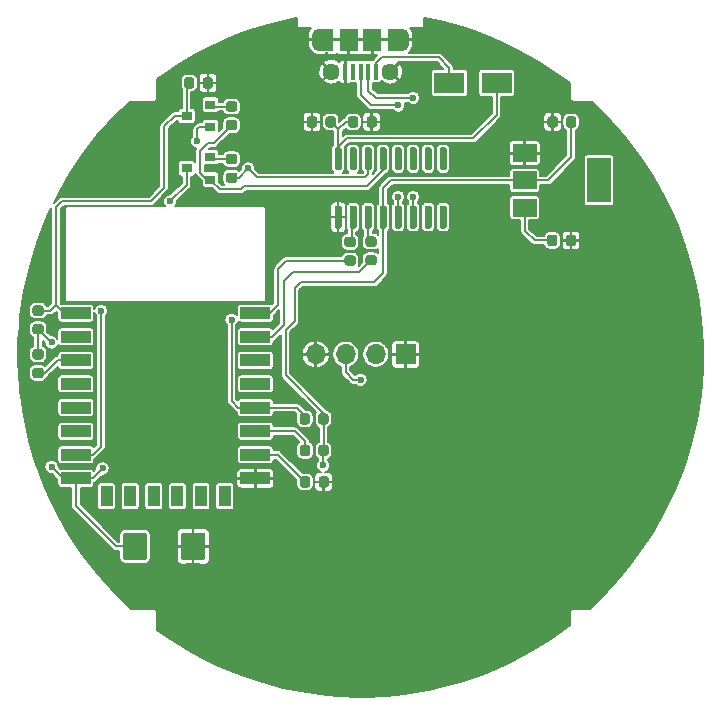
<source format=gbr>
%TF.GenerationSoftware,KiCad,Pcbnew,5.1.6-c6e7f7d~87~ubuntu20.04.1*%
%TF.CreationDate,2020-07-30T14:09:28+02:00*%
%TF.ProjectId,ESP8266-WS2812-Puck,45535038-3236-4362-9d57-53323831322d,rev?*%
%TF.SameCoordinates,Original*%
%TF.FileFunction,Copper,L1,Top*%
%TF.FilePolarity,Positive*%
%FSLAX46Y46*%
G04 Gerber Fmt 4.6, Leading zero omitted, Abs format (unit mm)*
G04 Created by KiCad (PCBNEW 5.1.6-c6e7f7d~87~ubuntu20.04.1) date 2020-07-30 14:09:28*
%MOMM*%
%LPD*%
G01*
G04 APERTURE LIST*
%TA.AperFunction,SMDPad,CuDef*%
%ADD10R,1.500000X1.900000*%
%TD*%
%TA.AperFunction,ComponentPad*%
%ADD11C,1.450000*%
%TD*%
%TA.AperFunction,SMDPad,CuDef*%
%ADD12R,0.400000X1.350000*%
%TD*%
%TA.AperFunction,ComponentPad*%
%ADD13O,1.200000X1.900000*%
%TD*%
%TA.AperFunction,SMDPad,CuDef*%
%ADD14R,1.200000X1.900000*%
%TD*%
%TA.AperFunction,SMDPad,CuDef*%
%ADD15R,2.500000X1.000000*%
%TD*%
%TA.AperFunction,SMDPad,CuDef*%
%ADD16R,1.000000X1.800000*%
%TD*%
%TA.AperFunction,SMDPad,CuDef*%
%ADD17R,2.000000X3.800000*%
%TD*%
%TA.AperFunction,SMDPad,CuDef*%
%ADD18R,2.000000X1.500000*%
%TD*%
%TA.AperFunction,SMDPad,CuDef*%
%ADD19R,2.500000X1.800000*%
%TD*%
%TA.AperFunction,SMDPad,CuDef*%
%ADD20R,0.900000X0.800000*%
%TD*%
%TA.AperFunction,ComponentPad*%
%ADD21R,1.700000X1.700000*%
%TD*%
%TA.AperFunction,ComponentPad*%
%ADD22O,1.700000X1.700000*%
%TD*%
%TA.AperFunction,ViaPad*%
%ADD23C,0.600000*%
%TD*%
%TA.AperFunction,Conductor*%
%ADD24C,0.200000*%
%TD*%
G04 APERTURE END LIST*
D10*
%TO.P,J2,6*%
%TO.N,GND*%
X148860000Y-69882500D03*
D11*
X152360000Y-72582500D03*
D12*
%TO.P,J2,2*%
%TO.N,/D_N*%
X150510000Y-72582500D03*
%TO.P,J2,1*%
%TO.N,VBUS*%
X151160000Y-72582500D03*
%TO.P,J2,5*%
%TO.N,GND*%
X148560000Y-72582500D03*
%TO.P,J2,4*%
%TO.N,/OTG_ID*%
X149210000Y-72582500D03*
%TO.P,J2,3*%
%TO.N,/D_P*%
X149860000Y-72582500D03*
D11*
%TO.P,J2,6*%
%TO.N,GND*%
X147360000Y-72582500D03*
D10*
X150860000Y-69882500D03*
D13*
X153360000Y-69882500D03*
X146360000Y-69882500D03*
D14*
X146960000Y-69882500D03*
X152760000Y-69882500D03*
%TD*%
D15*
%TO.P,U1,1*%
%TO.N,/nRST*%
X125750000Y-93020000D03*
%TO.P,U1,2*%
%TO.N,/ADC*%
X125750000Y-95020000D03*
%TO.P,U1,3*%
%TO.N,/EN*%
X125750000Y-97020000D03*
%TO.P,U1,4*%
%TO.N,/GPIO16*%
X125750000Y-99020000D03*
%TO.P,U1,5*%
%TO.N,/GPIO14*%
X125750000Y-101020000D03*
%TO.P,U1,6*%
%TO.N,/GPIO12*%
X125750000Y-103020000D03*
%TO.P,U1,7*%
%TO.N,/GPIO13*%
X125750000Y-105020000D03*
%TO.P,U1,8*%
%TO.N,+3V3*%
X125750000Y-107020000D03*
D16*
%TO.P,U1,9*%
%TO.N,/CS0*%
X128350000Y-108520000D03*
%TO.P,U1,10*%
%TO.N,/MISO*%
X130350000Y-108520000D03*
%TO.P,U1,11*%
%TO.N,/GPIO9*%
X132350000Y-108520000D03*
%TO.P,U1,12*%
%TO.N,/GPIO10*%
X134350000Y-108520000D03*
%TO.P,U1,13*%
%TO.N,/MOSI*%
X136350000Y-108520000D03*
%TO.P,U1,14*%
%TO.N,/SCLK*%
X138350000Y-108520000D03*
D15*
%TO.P,U1,15*%
%TO.N,GND*%
X140950000Y-107020000D03*
%TO.P,U1,16*%
%TO.N,/GPIO15*%
X140950000Y-105020000D03*
%TO.P,U1,17*%
%TO.N,/GPIO2*%
X140950000Y-103020000D03*
%TO.P,U1,18*%
%TO.N,/GPIO0*%
X140950000Y-101020000D03*
%TO.P,U1,19*%
%TO.N,/GPIO4*%
X140950000Y-99020000D03*
%TO.P,U1,20*%
%TO.N,/GPIO5*%
X140950000Y-97020000D03*
%TO.P,U1,21*%
%TO.N,/RXD0*%
X140950000Y-95020000D03*
%TO.P,U1,22*%
%TO.N,/TXD0*%
X140950000Y-93020000D03*
%TD*%
D17*
%TO.P,U2,4*%
%TO.N,N/C*%
X170053000Y-81788000D03*
D18*
%TO.P,U2,2*%
%TO.N,+3V3*%
X163753000Y-81788000D03*
%TO.P,U2,3*%
%TO.N,+5V*%
X163753000Y-84088000D03*
%TO.P,U2,1*%
%TO.N,GND*%
X163753000Y-79488000D03*
%TD*%
%TO.P,U3,1*%
%TO.N,GND*%
%TA.AperFunction,SMDPad,CuDef*%
G36*
G01*
X148105000Y-85873000D02*
X147805000Y-85873000D01*
G75*
G02*
X147655000Y-85723000I0J150000D01*
G01*
X147655000Y-84073000D01*
G75*
G02*
X147805000Y-83923000I150000J0D01*
G01*
X148105000Y-83923000D01*
G75*
G02*
X148255000Y-84073000I0J-150000D01*
G01*
X148255000Y-85723000D01*
G75*
G02*
X148105000Y-85873000I-150000J0D01*
G01*
G37*
%TD.AperFunction*%
%TO.P,U3,2*%
%TO.N,Net-(R10-Pad2)*%
%TA.AperFunction,SMDPad,CuDef*%
G36*
G01*
X149375000Y-85873000D02*
X149075000Y-85873000D01*
G75*
G02*
X148925000Y-85723000I0J150000D01*
G01*
X148925000Y-84073000D01*
G75*
G02*
X149075000Y-83923000I150000J0D01*
G01*
X149375000Y-83923000D01*
G75*
G02*
X149525000Y-84073000I0J-150000D01*
G01*
X149525000Y-85723000D01*
G75*
G02*
X149375000Y-85873000I-150000J0D01*
G01*
G37*
%TD.AperFunction*%
%TO.P,U3,3*%
%TO.N,Net-(R11-Pad2)*%
%TA.AperFunction,SMDPad,CuDef*%
G36*
G01*
X150645000Y-85873000D02*
X150345000Y-85873000D01*
G75*
G02*
X150195000Y-85723000I0J150000D01*
G01*
X150195000Y-84073000D01*
G75*
G02*
X150345000Y-83923000I150000J0D01*
G01*
X150645000Y-83923000D01*
G75*
G02*
X150795000Y-84073000I0J-150000D01*
G01*
X150795000Y-85723000D01*
G75*
G02*
X150645000Y-85873000I-150000J0D01*
G01*
G37*
%TD.AperFunction*%
%TO.P,U3,4*%
%TO.N,+3V3*%
%TA.AperFunction,SMDPad,CuDef*%
G36*
G01*
X151915000Y-85873000D02*
X151615000Y-85873000D01*
G75*
G02*
X151465000Y-85723000I0J150000D01*
G01*
X151465000Y-84073000D01*
G75*
G02*
X151615000Y-83923000I150000J0D01*
G01*
X151915000Y-83923000D01*
G75*
G02*
X152065000Y-84073000I0J-150000D01*
G01*
X152065000Y-85723000D01*
G75*
G02*
X151915000Y-85873000I-150000J0D01*
G01*
G37*
%TD.AperFunction*%
%TO.P,U3,5*%
%TO.N,/D_P*%
%TA.AperFunction,SMDPad,CuDef*%
G36*
G01*
X153185000Y-85873000D02*
X152885000Y-85873000D01*
G75*
G02*
X152735000Y-85723000I0J150000D01*
G01*
X152735000Y-84073000D01*
G75*
G02*
X152885000Y-83923000I150000J0D01*
G01*
X153185000Y-83923000D01*
G75*
G02*
X153335000Y-84073000I0J-150000D01*
G01*
X153335000Y-85723000D01*
G75*
G02*
X153185000Y-85873000I-150000J0D01*
G01*
G37*
%TD.AperFunction*%
%TO.P,U3,6*%
%TO.N,/D_N*%
%TA.AperFunction,SMDPad,CuDef*%
G36*
G01*
X154455000Y-85873000D02*
X154155000Y-85873000D01*
G75*
G02*
X154005000Y-85723000I0J150000D01*
G01*
X154005000Y-84073000D01*
G75*
G02*
X154155000Y-83923000I150000J0D01*
G01*
X154455000Y-83923000D01*
G75*
G02*
X154605000Y-84073000I0J-150000D01*
G01*
X154605000Y-85723000D01*
G75*
G02*
X154455000Y-85873000I-150000J0D01*
G01*
G37*
%TD.AperFunction*%
%TO.P,U3,7*%
%TO.N,Net-(U3-Pad7)*%
%TA.AperFunction,SMDPad,CuDef*%
G36*
G01*
X155725000Y-85873000D02*
X155425000Y-85873000D01*
G75*
G02*
X155275000Y-85723000I0J150000D01*
G01*
X155275000Y-84073000D01*
G75*
G02*
X155425000Y-83923000I150000J0D01*
G01*
X155725000Y-83923000D01*
G75*
G02*
X155875000Y-84073000I0J-150000D01*
G01*
X155875000Y-85723000D01*
G75*
G02*
X155725000Y-85873000I-150000J0D01*
G01*
G37*
%TD.AperFunction*%
%TO.P,U3,8*%
%TO.N,Net-(U3-Pad8)*%
%TA.AperFunction,SMDPad,CuDef*%
G36*
G01*
X156995000Y-85873000D02*
X156695000Y-85873000D01*
G75*
G02*
X156545000Y-85723000I0J150000D01*
G01*
X156545000Y-84073000D01*
G75*
G02*
X156695000Y-83923000I150000J0D01*
G01*
X156995000Y-83923000D01*
G75*
G02*
X157145000Y-84073000I0J-150000D01*
G01*
X157145000Y-85723000D01*
G75*
G02*
X156995000Y-85873000I-150000J0D01*
G01*
G37*
%TD.AperFunction*%
%TO.P,U3,9*%
%TO.N,Net-(U3-Pad9)*%
%TA.AperFunction,SMDPad,CuDef*%
G36*
G01*
X156995000Y-80923000D02*
X156695000Y-80923000D01*
G75*
G02*
X156545000Y-80773000I0J150000D01*
G01*
X156545000Y-79123000D01*
G75*
G02*
X156695000Y-78973000I150000J0D01*
G01*
X156995000Y-78973000D01*
G75*
G02*
X157145000Y-79123000I0J-150000D01*
G01*
X157145000Y-80773000D01*
G75*
G02*
X156995000Y-80923000I-150000J0D01*
G01*
G37*
%TD.AperFunction*%
%TO.P,U3,10*%
%TO.N,Net-(U3-Pad10)*%
%TA.AperFunction,SMDPad,CuDef*%
G36*
G01*
X155725000Y-80923000D02*
X155425000Y-80923000D01*
G75*
G02*
X155275000Y-80773000I0J150000D01*
G01*
X155275000Y-79123000D01*
G75*
G02*
X155425000Y-78973000I150000J0D01*
G01*
X155725000Y-78973000D01*
G75*
G02*
X155875000Y-79123000I0J-150000D01*
G01*
X155875000Y-80773000D01*
G75*
G02*
X155725000Y-80923000I-150000J0D01*
G01*
G37*
%TD.AperFunction*%
%TO.P,U3,11*%
%TO.N,Net-(U3-Pad11)*%
%TA.AperFunction,SMDPad,CuDef*%
G36*
G01*
X154455000Y-80923000D02*
X154155000Y-80923000D01*
G75*
G02*
X154005000Y-80773000I0J150000D01*
G01*
X154005000Y-79123000D01*
G75*
G02*
X154155000Y-78973000I150000J0D01*
G01*
X154455000Y-78973000D01*
G75*
G02*
X154605000Y-79123000I0J-150000D01*
G01*
X154605000Y-80773000D01*
G75*
G02*
X154455000Y-80923000I-150000J0D01*
G01*
G37*
%TD.AperFunction*%
%TO.P,U3,12*%
%TO.N,Net-(U3-Pad12)*%
%TA.AperFunction,SMDPad,CuDef*%
G36*
G01*
X153185000Y-80923000D02*
X152885000Y-80923000D01*
G75*
G02*
X152735000Y-80773000I0J150000D01*
G01*
X152735000Y-79123000D01*
G75*
G02*
X152885000Y-78973000I150000J0D01*
G01*
X153185000Y-78973000D01*
G75*
G02*
X153335000Y-79123000I0J-150000D01*
G01*
X153335000Y-80773000D01*
G75*
G02*
X153185000Y-80923000I-150000J0D01*
G01*
G37*
%TD.AperFunction*%
%TO.P,U3,13*%
%TO.N,/nDTR*%
%TA.AperFunction,SMDPad,CuDef*%
G36*
G01*
X151915000Y-80923000D02*
X151615000Y-80923000D01*
G75*
G02*
X151465000Y-80773000I0J150000D01*
G01*
X151465000Y-79123000D01*
G75*
G02*
X151615000Y-78973000I150000J0D01*
G01*
X151915000Y-78973000D01*
G75*
G02*
X152065000Y-79123000I0J-150000D01*
G01*
X152065000Y-80773000D01*
G75*
G02*
X151915000Y-80923000I-150000J0D01*
G01*
G37*
%TD.AperFunction*%
%TO.P,U3,14*%
%TO.N,/nRTS*%
%TA.AperFunction,SMDPad,CuDef*%
G36*
G01*
X150645000Y-80923000D02*
X150345000Y-80923000D01*
G75*
G02*
X150195000Y-80773000I0J150000D01*
G01*
X150195000Y-79123000D01*
G75*
G02*
X150345000Y-78973000I150000J0D01*
G01*
X150645000Y-78973000D01*
G75*
G02*
X150795000Y-79123000I0J-150000D01*
G01*
X150795000Y-80773000D01*
G75*
G02*
X150645000Y-80923000I-150000J0D01*
G01*
G37*
%TD.AperFunction*%
%TO.P,U3,15*%
%TO.N,Net-(U3-Pad15)*%
%TA.AperFunction,SMDPad,CuDef*%
G36*
G01*
X149375000Y-80923000D02*
X149075000Y-80923000D01*
G75*
G02*
X148925000Y-80773000I0J150000D01*
G01*
X148925000Y-79123000D01*
G75*
G02*
X149075000Y-78973000I150000J0D01*
G01*
X149375000Y-78973000D01*
G75*
G02*
X149525000Y-79123000I0J-150000D01*
G01*
X149525000Y-80773000D01*
G75*
G02*
X149375000Y-80923000I-150000J0D01*
G01*
G37*
%TD.AperFunction*%
%TO.P,U3,16*%
%TO.N,+5V*%
%TA.AperFunction,SMDPad,CuDef*%
G36*
G01*
X148105000Y-80923000D02*
X147805000Y-80923000D01*
G75*
G02*
X147655000Y-80773000I0J150000D01*
G01*
X147655000Y-79123000D01*
G75*
G02*
X147805000Y-78973000I150000J0D01*
G01*
X148105000Y-78973000D01*
G75*
G02*
X148255000Y-79123000I0J-150000D01*
G01*
X148255000Y-80773000D01*
G75*
G02*
X148105000Y-80923000I-150000J0D01*
G01*
G37*
%TD.AperFunction*%
%TD*%
%TO.P,C1,1*%
%TO.N,+5V*%
%TA.AperFunction,SMDPad,CuDef*%
G36*
G01*
X165653000Y-87124250D02*
X165653000Y-86611750D01*
G75*
G02*
X165871750Y-86393000I218750J0D01*
G01*
X166309250Y-86393000D01*
G75*
G02*
X166528000Y-86611750I0J-218750D01*
G01*
X166528000Y-87124250D01*
G75*
G02*
X166309250Y-87343000I-218750J0D01*
G01*
X165871750Y-87343000D01*
G75*
G02*
X165653000Y-87124250I0J218750D01*
G01*
G37*
%TD.AperFunction*%
%TO.P,C1,2*%
%TO.N,GND*%
%TA.AperFunction,SMDPad,CuDef*%
G36*
G01*
X167228000Y-87124250D02*
X167228000Y-86611750D01*
G75*
G02*
X167446750Y-86393000I218750J0D01*
G01*
X167884250Y-86393000D01*
G75*
G02*
X168103000Y-86611750I0J-218750D01*
G01*
X168103000Y-87124250D01*
G75*
G02*
X167884250Y-87343000I-218750J0D01*
G01*
X167446750Y-87343000D01*
G75*
G02*
X167228000Y-87124250I0J218750D01*
G01*
G37*
%TD.AperFunction*%
%TD*%
%TO.P,C2,2*%
%TO.N,GND*%
%TA.AperFunction,SMDPad,CuDef*%
G36*
G01*
X166553500Y-76578750D02*
X166553500Y-77091250D01*
G75*
G02*
X166334750Y-77310000I-218750J0D01*
G01*
X165897250Y-77310000D01*
G75*
G02*
X165678500Y-77091250I0J218750D01*
G01*
X165678500Y-76578750D01*
G75*
G02*
X165897250Y-76360000I218750J0D01*
G01*
X166334750Y-76360000D01*
G75*
G02*
X166553500Y-76578750I0J-218750D01*
G01*
G37*
%TD.AperFunction*%
%TO.P,C2,1*%
%TO.N,+3V3*%
%TA.AperFunction,SMDPad,CuDef*%
G36*
G01*
X168128500Y-76578750D02*
X168128500Y-77091250D01*
G75*
G02*
X167909750Y-77310000I-218750J0D01*
G01*
X167472250Y-77310000D01*
G75*
G02*
X167253500Y-77091250I0J218750D01*
G01*
X167253500Y-76578750D01*
G75*
G02*
X167472250Y-76360000I218750J0D01*
G01*
X167909750Y-76360000D01*
G75*
G02*
X168128500Y-76578750I0J-218750D01*
G01*
G37*
%TD.AperFunction*%
%TD*%
%TO.P,C3,1*%
%TO.N,/nRST*%
%TA.AperFunction,SMDPad,CuDef*%
G36*
G01*
X134919000Y-73789250D02*
X134919000Y-73276750D01*
G75*
G02*
X135137750Y-73058000I218750J0D01*
G01*
X135575250Y-73058000D01*
G75*
G02*
X135794000Y-73276750I0J-218750D01*
G01*
X135794000Y-73789250D01*
G75*
G02*
X135575250Y-74008000I-218750J0D01*
G01*
X135137750Y-74008000D01*
G75*
G02*
X134919000Y-73789250I0J218750D01*
G01*
G37*
%TD.AperFunction*%
%TO.P,C3,2*%
%TO.N,GND*%
%TA.AperFunction,SMDPad,CuDef*%
G36*
G01*
X136494000Y-73789250D02*
X136494000Y-73276750D01*
G75*
G02*
X136712750Y-73058000I218750J0D01*
G01*
X137150250Y-73058000D01*
G75*
G02*
X137369000Y-73276750I0J-218750D01*
G01*
X137369000Y-73789250D01*
G75*
G02*
X137150250Y-74008000I-218750J0D01*
G01*
X136712750Y-74008000D01*
G75*
G02*
X136494000Y-73789250I0J218750D01*
G01*
G37*
%TD.AperFunction*%
%TD*%
%TO.P,C4,1*%
%TO.N,+3V3*%
%TA.AperFunction,SMDPad,CuDef*%
G36*
G01*
X129723000Y-113701000D02*
X129723000Y-111851000D01*
G75*
G02*
X129973000Y-111601000I250000J0D01*
G01*
X131548000Y-111601000D01*
G75*
G02*
X131798000Y-111851000I0J-250000D01*
G01*
X131798000Y-113701000D01*
G75*
G02*
X131548000Y-113951000I-250000J0D01*
G01*
X129973000Y-113951000D01*
G75*
G02*
X129723000Y-113701000I0J250000D01*
G01*
G37*
%TD.AperFunction*%
%TO.P,C4,2*%
%TO.N,GND*%
%TA.AperFunction,SMDPad,CuDef*%
G36*
G01*
X134648000Y-113701000D02*
X134648000Y-111851000D01*
G75*
G02*
X134898000Y-111601000I250000J0D01*
G01*
X136473000Y-111601000D01*
G75*
G02*
X136723000Y-111851000I0J-250000D01*
G01*
X136723000Y-113701000D01*
G75*
G02*
X136473000Y-113951000I-250000J0D01*
G01*
X134898000Y-113951000D01*
G75*
G02*
X134648000Y-113701000I0J250000D01*
G01*
G37*
%TD.AperFunction*%
%TD*%
%TO.P,C5,2*%
%TO.N,GND*%
%TA.AperFunction,SMDPad,CuDef*%
G36*
G01*
X146182500Y-76578750D02*
X146182500Y-77091250D01*
G75*
G02*
X145963750Y-77310000I-218750J0D01*
G01*
X145526250Y-77310000D01*
G75*
G02*
X145307500Y-77091250I0J218750D01*
G01*
X145307500Y-76578750D01*
G75*
G02*
X145526250Y-76360000I218750J0D01*
G01*
X145963750Y-76360000D01*
G75*
G02*
X146182500Y-76578750I0J-218750D01*
G01*
G37*
%TD.AperFunction*%
%TO.P,C5,1*%
%TO.N,+5V*%
%TA.AperFunction,SMDPad,CuDef*%
G36*
G01*
X147757500Y-76578750D02*
X147757500Y-77091250D01*
G75*
G02*
X147538750Y-77310000I-218750J0D01*
G01*
X147101250Y-77310000D01*
G75*
G02*
X146882500Y-77091250I0J218750D01*
G01*
X146882500Y-76578750D01*
G75*
G02*
X147101250Y-76360000I218750J0D01*
G01*
X147538750Y-76360000D01*
G75*
G02*
X147757500Y-76578750I0J-218750D01*
G01*
G37*
%TD.AperFunction*%
%TD*%
%TO.P,C6,1*%
%TO.N,+5V*%
%TA.AperFunction,SMDPad,CuDef*%
G36*
G01*
X148787500Y-77091250D02*
X148787500Y-76578750D01*
G75*
G02*
X149006250Y-76360000I218750J0D01*
G01*
X149443750Y-76360000D01*
G75*
G02*
X149662500Y-76578750I0J-218750D01*
G01*
X149662500Y-77091250D01*
G75*
G02*
X149443750Y-77310000I-218750J0D01*
G01*
X149006250Y-77310000D01*
G75*
G02*
X148787500Y-77091250I0J218750D01*
G01*
G37*
%TD.AperFunction*%
%TO.P,C6,2*%
%TO.N,GND*%
%TA.AperFunction,SMDPad,CuDef*%
G36*
G01*
X150362500Y-77091250D02*
X150362500Y-76578750D01*
G75*
G02*
X150581250Y-76360000I218750J0D01*
G01*
X151018750Y-76360000D01*
G75*
G02*
X151237500Y-76578750I0J-218750D01*
G01*
X151237500Y-77091250D01*
G75*
G02*
X151018750Y-77310000I-218750J0D01*
G01*
X150581250Y-77310000D01*
G75*
G02*
X150362500Y-77091250I0J218750D01*
G01*
G37*
%TD.AperFunction*%
%TD*%
D19*
%TO.P,D1,1*%
%TO.N,+5V*%
X161385000Y-73533000D03*
%TO.P,D1,2*%
%TO.N,VBUS*%
X157385000Y-73533000D03*
%TD*%
D20*
%TO.P,Q1,1*%
%TO.N,/nRTS*%
X137144000Y-77277000D03*
%TO.P,Q1,2*%
%TO.N,Net-(Q1-Pad2)*%
X137144000Y-75377000D03*
%TO.P,Q1,3*%
%TO.N,/nRST*%
X135144000Y-76327000D03*
%TD*%
%TO.P,Q2,3*%
%TO.N,/GPIO0*%
X135144000Y-80772000D03*
%TO.P,Q2,2*%
%TO.N,Net-(Q2-Pad2)*%
X137144000Y-79822000D03*
%TO.P,Q2,1*%
%TO.N,/nDTR*%
X137144000Y-81722000D03*
%TD*%
%TO.P,R5,1*%
%TO.N,/GPIO0*%
%TA.AperFunction,SMDPad,CuDef*%
G36*
G01*
X144698000Y-102237250D02*
X144698000Y-101724750D01*
G75*
G02*
X144916750Y-101506000I218750J0D01*
G01*
X145354250Y-101506000D01*
G75*
G02*
X145573000Y-101724750I0J-218750D01*
G01*
X145573000Y-102237250D01*
G75*
G02*
X145354250Y-102456000I-218750J0D01*
G01*
X144916750Y-102456000D01*
G75*
G02*
X144698000Y-102237250I0J218750D01*
G01*
G37*
%TD.AperFunction*%
%TO.P,R5,2*%
%TO.N,+3V3*%
%TA.AperFunction,SMDPad,CuDef*%
G36*
G01*
X146273000Y-102237250D02*
X146273000Y-101724750D01*
G75*
G02*
X146491750Y-101506000I218750J0D01*
G01*
X146929250Y-101506000D01*
G75*
G02*
X147148000Y-101724750I0J-218750D01*
G01*
X147148000Y-102237250D01*
G75*
G02*
X146929250Y-102456000I-218750J0D01*
G01*
X146491750Y-102456000D01*
G75*
G02*
X146273000Y-102237250I0J218750D01*
G01*
G37*
%TD.AperFunction*%
%TD*%
%TO.P,R6,1*%
%TO.N,/GPIO2*%
%TA.AperFunction,SMDPad,CuDef*%
G36*
G01*
X144712000Y-104904250D02*
X144712000Y-104391750D01*
G75*
G02*
X144930750Y-104173000I218750J0D01*
G01*
X145368250Y-104173000D01*
G75*
G02*
X145587000Y-104391750I0J-218750D01*
G01*
X145587000Y-104904250D01*
G75*
G02*
X145368250Y-105123000I-218750J0D01*
G01*
X144930750Y-105123000D01*
G75*
G02*
X144712000Y-104904250I0J218750D01*
G01*
G37*
%TD.AperFunction*%
%TO.P,R6,2*%
%TO.N,+3V3*%
%TA.AperFunction,SMDPad,CuDef*%
G36*
G01*
X146287000Y-104904250D02*
X146287000Y-104391750D01*
G75*
G02*
X146505750Y-104173000I218750J0D01*
G01*
X146943250Y-104173000D01*
G75*
G02*
X147162000Y-104391750I0J-218750D01*
G01*
X147162000Y-104904250D01*
G75*
G02*
X146943250Y-105123000I-218750J0D01*
G01*
X146505750Y-105123000D01*
G75*
G02*
X146287000Y-104904250I0J218750D01*
G01*
G37*
%TD.AperFunction*%
%TD*%
%TO.P,R7,2*%
%TO.N,+3V3*%
%TA.AperFunction,SMDPad,CuDef*%
G36*
G01*
X122811250Y-96957500D02*
X122298750Y-96957500D01*
G75*
G02*
X122080000Y-96738750I0J218750D01*
G01*
X122080000Y-96301250D01*
G75*
G02*
X122298750Y-96082500I218750J0D01*
G01*
X122811250Y-96082500D01*
G75*
G02*
X123030000Y-96301250I0J-218750D01*
G01*
X123030000Y-96738750D01*
G75*
G02*
X122811250Y-96957500I-218750J0D01*
G01*
G37*
%TD.AperFunction*%
%TO.P,R7,1*%
%TO.N,/EN*%
%TA.AperFunction,SMDPad,CuDef*%
G36*
G01*
X122811250Y-98532500D02*
X122298750Y-98532500D01*
G75*
G02*
X122080000Y-98313750I0J218750D01*
G01*
X122080000Y-97876250D01*
G75*
G02*
X122298750Y-97657500I218750J0D01*
G01*
X122811250Y-97657500D01*
G75*
G02*
X123030000Y-97876250I0J-218750D01*
G01*
X123030000Y-98313750D01*
G75*
G02*
X122811250Y-98532500I-218750J0D01*
G01*
G37*
%TD.AperFunction*%
%TD*%
%TO.P,R8,1*%
%TO.N,/nRST*%
%TA.AperFunction,SMDPad,CuDef*%
G36*
G01*
X122298750Y-92374000D02*
X122811250Y-92374000D01*
G75*
G02*
X123030000Y-92592750I0J-218750D01*
G01*
X123030000Y-93030250D01*
G75*
G02*
X122811250Y-93249000I-218750J0D01*
G01*
X122298750Y-93249000D01*
G75*
G02*
X122080000Y-93030250I0J218750D01*
G01*
X122080000Y-92592750D01*
G75*
G02*
X122298750Y-92374000I218750J0D01*
G01*
G37*
%TD.AperFunction*%
%TO.P,R8,2*%
%TO.N,+3V3*%
%TA.AperFunction,SMDPad,CuDef*%
G36*
G01*
X122298750Y-93949000D02*
X122811250Y-93949000D01*
G75*
G02*
X123030000Y-94167750I0J-218750D01*
G01*
X123030000Y-94605250D01*
G75*
G02*
X122811250Y-94824000I-218750J0D01*
G01*
X122298750Y-94824000D01*
G75*
G02*
X122080000Y-94605250I0J218750D01*
G01*
X122080000Y-94167750D01*
G75*
G02*
X122298750Y-93949000I218750J0D01*
G01*
G37*
%TD.AperFunction*%
%TD*%
%TO.P,R9,2*%
%TO.N,GND*%
%TA.AperFunction,SMDPad,CuDef*%
G36*
G01*
X146298500Y-107571250D02*
X146298500Y-107058750D01*
G75*
G02*
X146517250Y-106840000I218750J0D01*
G01*
X146954750Y-106840000D01*
G75*
G02*
X147173500Y-107058750I0J-218750D01*
G01*
X147173500Y-107571250D01*
G75*
G02*
X146954750Y-107790000I-218750J0D01*
G01*
X146517250Y-107790000D01*
G75*
G02*
X146298500Y-107571250I0J218750D01*
G01*
G37*
%TD.AperFunction*%
%TO.P,R9,1*%
%TO.N,/GPIO15*%
%TA.AperFunction,SMDPad,CuDef*%
G36*
G01*
X144723500Y-107571250D02*
X144723500Y-107058750D01*
G75*
G02*
X144942250Y-106840000I218750J0D01*
G01*
X145379750Y-106840000D01*
G75*
G02*
X145598500Y-107058750I0J-218750D01*
G01*
X145598500Y-107571250D01*
G75*
G02*
X145379750Y-107790000I-218750J0D01*
G01*
X144942250Y-107790000D01*
G75*
G02*
X144723500Y-107571250I0J218750D01*
G01*
G37*
%TD.AperFunction*%
%TD*%
%TO.P,R10,1*%
%TO.N,/TXD0*%
%TA.AperFunction,SMDPad,CuDef*%
G36*
G01*
X149227250Y-89007500D02*
X148714750Y-89007500D01*
G75*
G02*
X148496000Y-88788750I0J218750D01*
G01*
X148496000Y-88351250D01*
G75*
G02*
X148714750Y-88132500I218750J0D01*
G01*
X149227250Y-88132500D01*
G75*
G02*
X149446000Y-88351250I0J-218750D01*
G01*
X149446000Y-88788750D01*
G75*
G02*
X149227250Y-89007500I-218750J0D01*
G01*
G37*
%TD.AperFunction*%
%TO.P,R10,2*%
%TO.N,Net-(R10-Pad2)*%
%TA.AperFunction,SMDPad,CuDef*%
G36*
G01*
X149227250Y-87432500D02*
X148714750Y-87432500D01*
G75*
G02*
X148496000Y-87213750I0J218750D01*
G01*
X148496000Y-86776250D01*
G75*
G02*
X148714750Y-86557500I218750J0D01*
G01*
X149227250Y-86557500D01*
G75*
G02*
X149446000Y-86776250I0J-218750D01*
G01*
X149446000Y-87213750D01*
G75*
G02*
X149227250Y-87432500I-218750J0D01*
G01*
G37*
%TD.AperFunction*%
%TD*%
%TO.P,R11,2*%
%TO.N,Net-(R11-Pad2)*%
%TA.AperFunction,SMDPad,CuDef*%
G36*
G01*
X151005250Y-87407000D02*
X150492750Y-87407000D01*
G75*
G02*
X150274000Y-87188250I0J218750D01*
G01*
X150274000Y-86750750D01*
G75*
G02*
X150492750Y-86532000I218750J0D01*
G01*
X151005250Y-86532000D01*
G75*
G02*
X151224000Y-86750750I0J-218750D01*
G01*
X151224000Y-87188250D01*
G75*
G02*
X151005250Y-87407000I-218750J0D01*
G01*
G37*
%TD.AperFunction*%
%TO.P,R11,1*%
%TO.N,/RXD0*%
%TA.AperFunction,SMDPad,CuDef*%
G36*
G01*
X151005250Y-88982000D02*
X150492750Y-88982000D01*
G75*
G02*
X150274000Y-88763250I0J218750D01*
G01*
X150274000Y-88325750D01*
G75*
G02*
X150492750Y-88107000I218750J0D01*
G01*
X151005250Y-88107000D01*
G75*
G02*
X151224000Y-88325750I0J-218750D01*
G01*
X151224000Y-88763250D01*
G75*
G02*
X151005250Y-88982000I-218750J0D01*
G01*
G37*
%TD.AperFunction*%
%TD*%
%TO.P,R12,1*%
%TO.N,Net-(Q1-Pad2)*%
%TA.AperFunction,SMDPad,CuDef*%
G36*
G01*
X138681750Y-75102000D02*
X139194250Y-75102000D01*
G75*
G02*
X139413000Y-75320750I0J-218750D01*
G01*
X139413000Y-75758250D01*
G75*
G02*
X139194250Y-75977000I-218750J0D01*
G01*
X138681750Y-75977000D01*
G75*
G02*
X138463000Y-75758250I0J218750D01*
G01*
X138463000Y-75320750D01*
G75*
G02*
X138681750Y-75102000I218750J0D01*
G01*
G37*
%TD.AperFunction*%
%TO.P,R12,2*%
%TO.N,/nDTR*%
%TA.AperFunction,SMDPad,CuDef*%
G36*
G01*
X138681750Y-76677000D02*
X139194250Y-76677000D01*
G75*
G02*
X139413000Y-76895750I0J-218750D01*
G01*
X139413000Y-77333250D01*
G75*
G02*
X139194250Y-77552000I-218750J0D01*
G01*
X138681750Y-77552000D01*
G75*
G02*
X138463000Y-77333250I0J218750D01*
G01*
X138463000Y-76895750D01*
G75*
G02*
X138681750Y-76677000I218750J0D01*
G01*
G37*
%TD.AperFunction*%
%TD*%
%TO.P,R13,2*%
%TO.N,/nRTS*%
%TA.AperFunction,SMDPad,CuDef*%
G36*
G01*
X138681750Y-81122000D02*
X139194250Y-81122000D01*
G75*
G02*
X139413000Y-81340750I0J-218750D01*
G01*
X139413000Y-81778250D01*
G75*
G02*
X139194250Y-81997000I-218750J0D01*
G01*
X138681750Y-81997000D01*
G75*
G02*
X138463000Y-81778250I0J218750D01*
G01*
X138463000Y-81340750D01*
G75*
G02*
X138681750Y-81122000I218750J0D01*
G01*
G37*
%TD.AperFunction*%
%TO.P,R13,1*%
%TO.N,Net-(Q2-Pad2)*%
%TA.AperFunction,SMDPad,CuDef*%
G36*
G01*
X138681750Y-79547000D02*
X139194250Y-79547000D01*
G75*
G02*
X139413000Y-79765750I0J-218750D01*
G01*
X139413000Y-80203250D01*
G75*
G02*
X139194250Y-80422000I-218750J0D01*
G01*
X138681750Y-80422000D01*
G75*
G02*
X138463000Y-80203250I0J218750D01*
G01*
X138463000Y-79765750D01*
G75*
G02*
X138681750Y-79547000I218750J0D01*
G01*
G37*
%TD.AperFunction*%
%TD*%
D21*
%TO.P,J1,1*%
%TO.N,GND*%
X153670000Y-96520000D03*
D22*
%TO.P,J1,2*%
%TO.N,/GPIO13*%
X151130000Y-96520000D03*
%TO.P,J1,3*%
%TO.N,+5V*%
X148590000Y-96520000D03*
%TO.P,J1,4*%
%TO.N,GND*%
X146050000Y-96520000D03*
%TD*%
D23*
%TO.N,+5V*%
X163753000Y-84088000D03*
X163753000Y-84088000D03*
X161417000Y-73533000D03*
X149860000Y-98679000D03*
%TO.N,GND*%
X143510000Y-69850000D03*
X142240000Y-69850000D03*
X154940000Y-69850000D03*
X156210000Y-69850000D03*
X157480000Y-69850000D03*
X158750000Y-69850000D03*
X144780000Y-69850000D03*
X140970000Y-69850000D03*
X144780000Y-71120000D03*
X143510000Y-71120000D03*
X142240000Y-71120000D03*
X140970000Y-71120000D03*
X157480000Y-71120000D03*
X144780000Y-121920000D03*
X143510000Y-121920000D03*
X142240000Y-121920000D03*
X140970000Y-121920000D03*
X140970000Y-123190000D03*
X142240000Y-123190000D03*
X143510000Y-123190000D03*
X144780000Y-123190000D03*
X154940000Y-121920000D03*
X154940000Y-123190000D03*
X156210000Y-123190000D03*
X157480000Y-123190000D03*
X158750000Y-123190000D03*
X158750000Y-121920000D03*
X157480000Y-121920000D03*
X157480000Y-121920000D03*
X156210000Y-121920000D03*
X176530000Y-95250000D03*
X176530000Y-96520000D03*
X175260000Y-96520000D03*
X175260000Y-95250000D03*
X173990000Y-95250000D03*
X173990000Y-96520000D03*
X172720000Y-96520000D03*
X172720000Y-95250000D03*
X130810000Y-97790000D03*
X132080000Y-97790000D03*
X133350000Y-97790000D03*
X134620000Y-97790000D03*
X134620000Y-99060000D03*
X133350000Y-99060000D03*
X133350000Y-99060000D03*
X132080000Y-99060000D03*
X130810000Y-99060000D03*
X144780000Y-85090000D03*
X143510000Y-85090000D03*
X143510000Y-86360000D03*
X144780000Y-86360000D03*
X128270000Y-78740000D03*
X129540000Y-78740000D03*
X129540000Y-80010000D03*
X128270000Y-80010000D03*
X123190000Y-88900000D03*
X123190000Y-90170000D03*
X121920000Y-100330000D03*
X158750000Y-71120000D03*
%TO.N,+3V3*%
X123698000Y-106045000D03*
X123698000Y-95504000D03*
X128016000Y-106172000D03*
X146685000Y-105918000D03*
%TO.N,/GPIO13*%
X127889000Y-92837000D03*
%TO.N,/D_N*%
X154305000Y-74803000D03*
X154305000Y-83185000D03*
%TO.N,/D_P*%
X153035000Y-83185000D03*
X153035000Y-75438000D03*
%TO.N,/nRTS*%
X140335000Y-80772000D03*
X136017000Y-78486000D03*
%TO.N,/GPIO0*%
X133731000Y-83566000D03*
X138938000Y-93599000D03*
%TD*%
D24*
%TO.N,+5V*%
X163753000Y-84088000D02*
X163753000Y-86029000D01*
X164592000Y-86868000D02*
X166090500Y-86868000D01*
X163753000Y-86029000D02*
X164592000Y-86868000D01*
X161385000Y-73533000D02*
X161417000Y-73533000D01*
X147955000Y-77470000D02*
X147320000Y-76835000D01*
X147955000Y-79948000D02*
X147955000Y-77470000D01*
X148590000Y-76835000D02*
X147955000Y-77470000D01*
X149225000Y-76835000D02*
X148590000Y-76835000D01*
X161385000Y-73533000D02*
X161385000Y-76232000D01*
X161385000Y-76232000D02*
X159385000Y-78232000D01*
X147955000Y-78973000D02*
X147955000Y-79948000D01*
X148696000Y-78232000D02*
X147955000Y-78973000D01*
X159385000Y-78232000D02*
X148696000Y-78232000D01*
X148590000Y-96520000D02*
X148590000Y-98044000D01*
X149225000Y-98679000D02*
X149860000Y-98679000D01*
X148590000Y-98044000D02*
X149225000Y-98679000D01*
%TO.N,GND*%
X148560000Y-72582500D02*
X148560000Y-73944000D01*
%TO.N,+3V3*%
X125750000Y-107020000D02*
X125750000Y-109367000D01*
X129159000Y-112776000D02*
X130760500Y-112776000D01*
X125750000Y-109367000D02*
X129159000Y-112776000D01*
X146724500Y-101995000D02*
X146710500Y-101981000D01*
X146724500Y-104648000D02*
X146724500Y-101995000D01*
X163753000Y-81788000D02*
X165735000Y-81788000D01*
X167691000Y-79832000D02*
X167691000Y-76835000D01*
X165735000Y-81788000D02*
X167691000Y-79832000D01*
X122555000Y-94386500D02*
X122555000Y-96520000D01*
X124673000Y-107020000D02*
X123698000Y-106045000D01*
X125750000Y-107020000D02*
X124673000Y-107020000D01*
X123672500Y-95504000D02*
X122555000Y-94386500D01*
X123698000Y-95504000D02*
X123672500Y-95504000D01*
X127168000Y-107020000D02*
X128016000Y-106172000D01*
X125750000Y-107020000D02*
X127168000Y-107020000D01*
X146685000Y-104687500D02*
X146724500Y-104648000D01*
X146685000Y-105918000D02*
X146685000Y-104687500D01*
X151765000Y-82423000D02*
X151765000Y-84898000D01*
X152400000Y-81788000D02*
X151765000Y-82423000D01*
X163753000Y-81788000D02*
X152400000Y-81788000D01*
X146710500Y-101981000D02*
X146710500Y-101498500D01*
X146710500Y-101498500D02*
X143510000Y-98298000D01*
X143510000Y-94475698D02*
X144272000Y-93713698D01*
X143510000Y-98298000D02*
X143510000Y-94475698D01*
X144272000Y-93713698D02*
X144272000Y-90932000D01*
X144272000Y-90932000D02*
X144780000Y-90424000D01*
X144780000Y-90424000D02*
X151003000Y-90424000D01*
X151765000Y-89662000D02*
X151765000Y-84898000D01*
X151003000Y-90424000D02*
X151765000Y-89662000D01*
%TO.N,/nRST*%
X135144000Y-73745500D02*
X135356500Y-73533000D01*
X135144000Y-76327000D02*
X135144000Y-73745500D01*
X135144000Y-76327000D02*
X134112000Y-76327000D01*
X134112000Y-76327000D02*
X133223000Y-77216000D01*
X133223000Y-77216000D02*
X133223000Y-82423000D01*
X133223000Y-82423000D02*
X132080000Y-83566000D01*
X132080000Y-83566000D02*
X124587000Y-83566000D01*
X124587000Y-83566000D02*
X124079000Y-84074000D01*
X124079000Y-84074000D02*
X124079000Y-92329000D01*
X124770000Y-93020000D02*
X125750000Y-93020000D01*
X124079000Y-92329000D02*
X124770000Y-93020000D01*
X123596500Y-92811500D02*
X124079000Y-92329000D01*
X122555000Y-92811500D02*
X123596500Y-92811500D01*
%TO.N,VBUS*%
X151160000Y-72582500D02*
X151160000Y-71852000D01*
X151160000Y-71852000D02*
X151638000Y-71374000D01*
X151638000Y-71374000D02*
X156464000Y-71374000D01*
X157385000Y-72295000D02*
X157385000Y-73533000D01*
X156464000Y-71374000D02*
X157385000Y-72295000D01*
%TO.N,/GPIO13*%
X127889000Y-104331000D02*
X127889000Y-92837000D01*
X127200000Y-105020000D02*
X127889000Y-104331000D01*
X125750000Y-105020000D02*
X127200000Y-105020000D01*
%TO.N,/D_N*%
X150510000Y-72582500D02*
X150510000Y-74183000D01*
X151130000Y-74803000D02*
X154305000Y-74803000D01*
X150510000Y-74183000D02*
X151130000Y-74803000D01*
X154305000Y-83185000D02*
X154305000Y-84898000D01*
%TO.N,/D_P*%
X153035000Y-84898000D02*
X153035000Y-83185000D01*
X153035000Y-75438000D02*
X150749000Y-75438000D01*
X149860000Y-74549000D02*
X149860000Y-72582500D01*
X150749000Y-75438000D02*
X149860000Y-74549000D01*
%TO.N,Net-(Q1-Pad2)*%
X137306500Y-75539500D02*
X137144000Y-75377000D01*
X138938000Y-75539500D02*
X137306500Y-75539500D01*
%TO.N,/nRTS*%
X138938000Y-81559500D02*
X139547500Y-81559500D01*
X139547500Y-81559500D02*
X140335000Y-80772000D01*
X136017000Y-78486000D02*
X136017000Y-77470000D01*
X136210000Y-77277000D02*
X137144000Y-77277000D01*
X136017000Y-77470000D02*
X136210000Y-77277000D01*
X150495000Y-79948000D02*
X150495000Y-81280000D01*
X150495000Y-81280000D02*
X150241000Y-81534000D01*
X141097000Y-81534000D02*
X140335000Y-80772000D01*
X150241000Y-81534000D02*
X141097000Y-81534000D01*
%TO.N,/nDTR*%
X137144000Y-81722000D02*
X136840000Y-81722000D01*
X136840000Y-81722000D02*
X136271000Y-81153000D01*
X136271000Y-79304998D02*
X136962998Y-78613000D01*
X136271000Y-81153000D02*
X136271000Y-79304998D01*
X137439500Y-78613000D02*
X138938000Y-77114500D01*
X136962998Y-78613000D02*
X137439500Y-78613000D01*
X137972000Y-82550000D02*
X137144000Y-81722000D01*
X139700000Y-82550000D02*
X137972000Y-82550000D01*
X139952990Y-82297010D02*
X139700000Y-82550000D01*
X150390990Y-82297010D02*
X139952990Y-82297010D01*
X151765000Y-80923000D02*
X150390990Y-82297010D01*
X151765000Y-79948000D02*
X151765000Y-80923000D01*
%TO.N,Net-(Q2-Pad2)*%
X137306500Y-79984500D02*
X137144000Y-79822000D01*
X138938000Y-79984500D02*
X137306500Y-79984500D01*
%TO.N,/GPIO0*%
X145135500Y-101981000D02*
X145135500Y-101701500D01*
X144454000Y-101020000D02*
X140950000Y-101020000D01*
X145135500Y-101701500D02*
X144454000Y-101020000D01*
X135144000Y-82153000D02*
X133731000Y-83566000D01*
X135144000Y-80772000D02*
X135144000Y-82153000D01*
X138938000Y-100458000D02*
X139500000Y-101020000D01*
X139500000Y-101020000D02*
X140950000Y-101020000D01*
X138938000Y-93599000D02*
X138938000Y-100458000D01*
%TO.N,/GPIO2*%
X145149500Y-104648000D02*
X145149500Y-103874500D01*
X144295000Y-103020000D02*
X140950000Y-103020000D01*
X145149500Y-103874500D02*
X144295000Y-103020000D01*
%TO.N,/EN*%
X122555000Y-98095000D02*
X123139000Y-98095000D01*
X124214000Y-97020000D02*
X125750000Y-97020000D01*
X123139000Y-98095000D02*
X124214000Y-97020000D01*
%TO.N,/GPIO15*%
X142866000Y-105020000D02*
X140950000Y-105020000D01*
X145161000Y-107315000D02*
X142866000Y-105020000D01*
%TO.N,Net-(R10-Pad2)*%
X148971000Y-86995000D02*
X149098000Y-86995000D01*
X149098000Y-85025000D02*
X149225000Y-84898000D01*
X149098000Y-86995000D02*
X149098000Y-85025000D01*
%TO.N,/TXD0*%
X148971000Y-88570000D02*
X143586000Y-88570000D01*
X143586000Y-88570000D02*
X142875000Y-89281000D01*
X142875000Y-89281000D02*
X142875000Y-92329000D01*
X142184000Y-93020000D02*
X140950000Y-93020000D01*
X142875000Y-92329000D02*
X142184000Y-93020000D01*
%TO.N,/RXD0*%
X150749000Y-88544500D02*
X150723500Y-88544500D01*
X150723500Y-88544500D02*
X149733000Y-89535000D01*
X149733000Y-89535000D02*
X144145000Y-89535000D01*
X144145000Y-89535000D02*
X143383000Y-90297000D01*
X143383000Y-94037000D02*
X142400000Y-95020000D01*
X142400000Y-95020000D02*
X140950000Y-95020000D01*
X143383000Y-90297000D02*
X143383000Y-94037000D01*
%TO.N,Net-(R11-Pad2)*%
X150749000Y-86969500D02*
X150723500Y-86969500D01*
X150495000Y-86741000D02*
X150495000Y-84898000D01*
X150723500Y-86969500D02*
X150495000Y-86741000D01*
%TD*%
%TO.N,GND*%
G36*
X144452642Y-68571125D02*
G01*
X144451070Y-68587199D01*
X144454201Y-68618766D01*
X144457345Y-68650686D01*
X144457377Y-68650790D01*
X144457388Y-68650905D01*
X144466951Y-68682353D01*
X144475929Y-68711949D01*
X144475980Y-68712045D01*
X144476014Y-68712156D01*
X144491441Y-68740971D01*
X144506107Y-68768409D01*
X144506177Y-68768495D01*
X144506231Y-68768595D01*
X144526669Y-68793464D01*
X144546721Y-68817896D01*
X144546807Y-68817967D01*
X144546879Y-68818054D01*
X144571497Y-68838230D01*
X144596208Y-68858510D01*
X144596308Y-68858563D01*
X144596394Y-68858634D01*
X144624039Y-68873386D01*
X144652668Y-68888688D01*
X144652779Y-68888722D01*
X144652875Y-68888773D01*
X144682689Y-68897795D01*
X144713931Y-68907272D01*
X144714045Y-68907283D01*
X144714150Y-68907315D01*
X144745457Y-68910377D01*
X144777641Y-68913546D01*
X144793712Y-68911963D01*
X145641452Y-68911381D01*
X145581778Y-68980037D01*
X145488951Y-69142476D01*
X145429598Y-69319903D01*
X145406000Y-69505500D01*
X145406000Y-69855500D01*
X147825500Y-69855500D01*
X147835000Y-69846000D01*
X147844500Y-69855500D01*
X148833000Y-69855500D01*
X148833000Y-69835500D01*
X148887000Y-69835500D01*
X148887000Y-69855500D01*
X150833000Y-69855500D01*
X150833000Y-69835500D01*
X150887000Y-69835500D01*
X150887000Y-69855500D01*
X151875500Y-69855500D01*
X151885000Y-69846000D01*
X151894500Y-69855500D01*
X154314000Y-69855500D01*
X154314000Y-69505500D01*
X154290402Y-69319903D01*
X154231049Y-69142476D01*
X154138222Y-68980037D01*
X154073517Y-68905593D01*
X154922818Y-68905010D01*
X154938472Y-68906571D01*
X154954746Y-68904988D01*
X154955051Y-68904988D01*
X154970438Y-68903462D01*
X155002190Y-68900374D01*
X155002489Y-68900284D01*
X155002798Y-68900253D01*
X155033108Y-68891036D01*
X155063475Y-68881864D01*
X155063749Y-68881718D01*
X155064048Y-68881627D01*
X155092032Y-68866645D01*
X155119972Y-68851754D01*
X155120213Y-68851557D01*
X155120487Y-68851410D01*
X155144902Y-68831345D01*
X155169508Y-68811201D01*
X155169707Y-68810959D01*
X155169947Y-68810762D01*
X155190136Y-68786128D01*
X155210182Y-68761763D01*
X155210329Y-68761488D01*
X155210527Y-68761247D01*
X155225345Y-68733478D01*
X155240429Y-68705340D01*
X155240521Y-68705037D01*
X155240666Y-68704766D01*
X155249782Y-68674641D01*
X155259087Y-68644099D01*
X155259118Y-68643789D01*
X155259208Y-68643491D01*
X155262276Y-68612121D01*
X155263848Y-68596355D01*
X155263848Y-68596041D01*
X155265439Y-68579776D01*
X155263887Y-68564130D01*
X155264513Y-68048705D01*
X156961861Y-68411994D01*
X159001873Y-69007798D01*
X160992774Y-69751409D01*
X162923859Y-70638829D01*
X164784770Y-71665299D01*
X166567208Y-72826410D01*
X167569000Y-73569570D01*
X167569001Y-74787029D01*
X167567428Y-74803000D01*
X167573703Y-74866711D01*
X167592287Y-74927974D01*
X167622465Y-74984434D01*
X167663079Y-75033921D01*
X167712566Y-75074535D01*
X167769026Y-75104713D01*
X167830289Y-75123297D01*
X167878039Y-75128000D01*
X167878040Y-75128000D01*
X167894000Y-75129572D01*
X167909961Y-75128000D01*
X169411287Y-75128000D01*
X170846955Y-76528248D01*
X172255269Y-78119188D01*
X173543272Y-79808983D01*
X174704055Y-81588565D01*
X175731391Y-83448389D01*
X176619756Y-85378451D01*
X177364388Y-87368415D01*
X177961274Y-89407553D01*
X178407215Y-91484931D01*
X178699814Y-93589379D01*
X178837502Y-95709632D01*
X178819537Y-97834252D01*
X178646017Y-99951847D01*
X178317870Y-102051076D01*
X177836866Y-104120614D01*
X177205586Y-106149360D01*
X176427413Y-108126441D01*
X175506534Y-110041214D01*
X174546485Y-111711839D01*
X172868839Y-114135105D01*
X171940785Y-115310881D01*
X170505172Y-116878430D01*
X169288473Y-118038451D01*
X167905614Y-118032618D01*
X167888966Y-118030978D01*
X167857654Y-118034062D01*
X167826607Y-118036988D01*
X167825949Y-118037185D01*
X167825255Y-118037253D01*
X167795113Y-118046397D01*
X167765266Y-118055313D01*
X167764657Y-118055635D01*
X167763992Y-118055837D01*
X167736230Y-118070676D01*
X167708679Y-118085253D01*
X167708146Y-118085687D01*
X167707532Y-118086015D01*
X167683126Y-118106045D01*
X167659022Y-118125658D01*
X167658585Y-118126186D01*
X167658045Y-118126629D01*
X167638072Y-118150966D01*
X167618199Y-118174973D01*
X167617870Y-118175582D01*
X167617431Y-118176117D01*
X167602723Y-118203635D01*
X167587783Y-118231305D01*
X167587579Y-118231967D01*
X167587253Y-118232577D01*
X167578151Y-118262583D01*
X167568941Y-118292489D01*
X167568870Y-118293176D01*
X167568669Y-118293840D01*
X167565594Y-118325063D01*
X167562397Y-118356173D01*
X167563966Y-118372821D01*
X167563967Y-119461503D01*
X165967900Y-120615763D01*
X164160425Y-121730953D01*
X162276114Y-122710781D01*
X160325119Y-123549966D01*
X158317888Y-124244017D01*
X156265211Y-124789197D01*
X156094659Y-124821343D01*
X153560941Y-125252615D01*
X152067854Y-125422046D01*
X149945684Y-125506319D01*
X147823061Y-125434944D01*
X146421802Y-125284552D01*
X143269824Y-124736382D01*
X141565976Y-124294914D01*
X139554578Y-123613080D01*
X137598502Y-122785758D01*
X135708284Y-121817405D01*
X133892955Y-120712543D01*
X133422661Y-120382313D01*
X132659000Y-119828659D01*
X132659000Y-118379961D01*
X132660572Y-118364000D01*
X132654297Y-118300289D01*
X132635713Y-118239026D01*
X132605535Y-118182566D01*
X132564921Y-118133079D01*
X132515434Y-118092465D01*
X132458974Y-118062287D01*
X132397711Y-118043703D01*
X132349961Y-118039000D01*
X132334000Y-118037428D01*
X132318040Y-118039000D01*
X130431689Y-118039000D01*
X128988610Y-116648095D01*
X127571019Y-115065649D01*
X126273134Y-113383635D01*
X125101917Y-111611076D01*
X124063675Y-109757518D01*
X123163957Y-107832867D01*
X122460344Y-105985905D01*
X123098000Y-105985905D01*
X123098000Y-106104095D01*
X123121058Y-106220014D01*
X123166287Y-106329207D01*
X123231950Y-106427478D01*
X123315522Y-106511050D01*
X123413793Y-106576713D01*
X123522986Y-106621942D01*
X123638905Y-106645000D01*
X123732315Y-106645000D01*
X124198549Y-107111235D01*
X124198549Y-107520000D01*
X124204341Y-107578810D01*
X124221496Y-107635360D01*
X124249353Y-107687477D01*
X124286842Y-107733158D01*
X124332523Y-107770647D01*
X124384640Y-107798504D01*
X124441190Y-107815659D01*
X124500000Y-107821451D01*
X125350000Y-107821451D01*
X125350001Y-109347344D01*
X125348065Y-109367000D01*
X125355788Y-109445413D01*
X125378661Y-109520814D01*
X125415803Y-109590302D01*
X125453265Y-109635950D01*
X125453268Y-109635953D01*
X125465790Y-109651211D01*
X125481048Y-109663733D01*
X128862267Y-113044953D01*
X128874789Y-113060211D01*
X128890047Y-113072733D01*
X128890049Y-113072735D01*
X128935697Y-113110197D01*
X129005186Y-113147340D01*
X129080586Y-113170212D01*
X129158999Y-113177935D01*
X129178646Y-113176000D01*
X129421549Y-113176000D01*
X129421549Y-113701000D01*
X129432145Y-113808583D01*
X129463526Y-113912031D01*
X129514485Y-114007370D01*
X129583065Y-114090935D01*
X129666630Y-114159515D01*
X129761969Y-114210474D01*
X129865417Y-114241855D01*
X129973000Y-114252451D01*
X131548000Y-114252451D01*
X131655583Y-114241855D01*
X131759031Y-114210474D01*
X131854370Y-114159515D01*
X131937935Y-114090935D01*
X132006515Y-114007370D01*
X132036644Y-113951000D01*
X134292287Y-113951000D01*
X134299122Y-114020396D01*
X134319364Y-114087125D01*
X134352235Y-114148624D01*
X134396473Y-114202527D01*
X134450376Y-114246765D01*
X134511875Y-114279636D01*
X134578604Y-114299878D01*
X134648000Y-114306713D01*
X135570000Y-114305000D01*
X135658500Y-114216500D01*
X135658500Y-112803000D01*
X135712500Y-112803000D01*
X135712500Y-114216500D01*
X135801000Y-114305000D01*
X136723000Y-114306713D01*
X136792396Y-114299878D01*
X136859125Y-114279636D01*
X136920624Y-114246765D01*
X136974527Y-114202527D01*
X137018765Y-114148624D01*
X137051636Y-114087125D01*
X137071878Y-114020396D01*
X137078713Y-113951000D01*
X137077000Y-112891500D01*
X136988500Y-112803000D01*
X135712500Y-112803000D01*
X135658500Y-112803000D01*
X134382500Y-112803000D01*
X134294000Y-112891500D01*
X134292287Y-113951000D01*
X132036644Y-113951000D01*
X132057474Y-113912031D01*
X132088855Y-113808583D01*
X132099451Y-113701000D01*
X132099451Y-111851000D01*
X132088855Y-111743417D01*
X132057474Y-111639969D01*
X132036645Y-111601000D01*
X134292287Y-111601000D01*
X134294000Y-112660500D01*
X134382500Y-112749000D01*
X135658500Y-112749000D01*
X135658500Y-111335500D01*
X135712500Y-111335500D01*
X135712500Y-112749000D01*
X136988500Y-112749000D01*
X137077000Y-112660500D01*
X137078713Y-111601000D01*
X137071878Y-111531604D01*
X137051636Y-111464875D01*
X137018765Y-111403376D01*
X136974527Y-111349473D01*
X136920624Y-111305235D01*
X136859125Y-111272364D01*
X136792396Y-111252122D01*
X136723000Y-111245287D01*
X135801000Y-111247000D01*
X135712500Y-111335500D01*
X135658500Y-111335500D01*
X135570000Y-111247000D01*
X134648000Y-111245287D01*
X134578604Y-111252122D01*
X134511875Y-111272364D01*
X134450376Y-111305235D01*
X134396473Y-111349473D01*
X134352235Y-111403376D01*
X134319364Y-111464875D01*
X134299122Y-111531604D01*
X134292287Y-111601000D01*
X132036645Y-111601000D01*
X132006515Y-111544630D01*
X131937935Y-111461065D01*
X131854370Y-111392485D01*
X131759031Y-111341526D01*
X131655583Y-111310145D01*
X131548000Y-111299549D01*
X129973000Y-111299549D01*
X129865417Y-111310145D01*
X129761969Y-111341526D01*
X129666630Y-111392485D01*
X129583065Y-111461065D01*
X129514485Y-111544630D01*
X129463526Y-111639969D01*
X129432145Y-111743417D01*
X129421549Y-111851000D01*
X129421549Y-112376000D01*
X129324686Y-112376000D01*
X126150000Y-109201315D01*
X126150000Y-107821451D01*
X127000000Y-107821451D01*
X127058810Y-107815659D01*
X127115360Y-107798504D01*
X127167477Y-107770647D01*
X127213158Y-107733158D01*
X127250647Y-107687477D01*
X127278504Y-107635360D01*
X127283163Y-107620000D01*
X127548549Y-107620000D01*
X127548549Y-109420000D01*
X127554341Y-109478810D01*
X127571496Y-109535360D01*
X127599353Y-109587477D01*
X127636842Y-109633158D01*
X127682523Y-109670647D01*
X127734640Y-109698504D01*
X127791190Y-109715659D01*
X127850000Y-109721451D01*
X128850000Y-109721451D01*
X128908810Y-109715659D01*
X128965360Y-109698504D01*
X129017477Y-109670647D01*
X129063158Y-109633158D01*
X129100647Y-109587477D01*
X129128504Y-109535360D01*
X129145659Y-109478810D01*
X129151451Y-109420000D01*
X129151451Y-107620000D01*
X129548549Y-107620000D01*
X129548549Y-109420000D01*
X129554341Y-109478810D01*
X129571496Y-109535360D01*
X129599353Y-109587477D01*
X129636842Y-109633158D01*
X129682523Y-109670647D01*
X129734640Y-109698504D01*
X129791190Y-109715659D01*
X129850000Y-109721451D01*
X130850000Y-109721451D01*
X130908810Y-109715659D01*
X130965360Y-109698504D01*
X131017477Y-109670647D01*
X131063158Y-109633158D01*
X131100647Y-109587477D01*
X131128504Y-109535360D01*
X131145659Y-109478810D01*
X131151451Y-109420000D01*
X131151451Y-107620000D01*
X131548549Y-107620000D01*
X131548549Y-109420000D01*
X131554341Y-109478810D01*
X131571496Y-109535360D01*
X131599353Y-109587477D01*
X131636842Y-109633158D01*
X131682523Y-109670647D01*
X131734640Y-109698504D01*
X131791190Y-109715659D01*
X131850000Y-109721451D01*
X132850000Y-109721451D01*
X132908810Y-109715659D01*
X132965360Y-109698504D01*
X133017477Y-109670647D01*
X133063158Y-109633158D01*
X133100647Y-109587477D01*
X133128504Y-109535360D01*
X133145659Y-109478810D01*
X133151451Y-109420000D01*
X133151451Y-107620000D01*
X133548549Y-107620000D01*
X133548549Y-109420000D01*
X133554341Y-109478810D01*
X133571496Y-109535360D01*
X133599353Y-109587477D01*
X133636842Y-109633158D01*
X133682523Y-109670647D01*
X133734640Y-109698504D01*
X133791190Y-109715659D01*
X133850000Y-109721451D01*
X134850000Y-109721451D01*
X134908810Y-109715659D01*
X134965360Y-109698504D01*
X135017477Y-109670647D01*
X135063158Y-109633158D01*
X135100647Y-109587477D01*
X135128504Y-109535360D01*
X135145659Y-109478810D01*
X135151451Y-109420000D01*
X135151451Y-107620000D01*
X135548549Y-107620000D01*
X135548549Y-109420000D01*
X135554341Y-109478810D01*
X135571496Y-109535360D01*
X135599353Y-109587477D01*
X135636842Y-109633158D01*
X135682523Y-109670647D01*
X135734640Y-109698504D01*
X135791190Y-109715659D01*
X135850000Y-109721451D01*
X136850000Y-109721451D01*
X136908810Y-109715659D01*
X136965360Y-109698504D01*
X137017477Y-109670647D01*
X137063158Y-109633158D01*
X137100647Y-109587477D01*
X137128504Y-109535360D01*
X137145659Y-109478810D01*
X137151451Y-109420000D01*
X137151451Y-107620000D01*
X137548549Y-107620000D01*
X137548549Y-109420000D01*
X137554341Y-109478810D01*
X137571496Y-109535360D01*
X137599353Y-109587477D01*
X137636842Y-109633158D01*
X137682523Y-109670647D01*
X137734640Y-109698504D01*
X137791190Y-109715659D01*
X137850000Y-109721451D01*
X138850000Y-109721451D01*
X138908810Y-109715659D01*
X138965360Y-109698504D01*
X139017477Y-109670647D01*
X139063158Y-109633158D01*
X139100647Y-109587477D01*
X139128504Y-109535360D01*
X139145659Y-109478810D01*
X139151451Y-109420000D01*
X139151451Y-107620000D01*
X139145659Y-107561190D01*
X139133164Y-107520000D01*
X139344287Y-107520000D01*
X139351122Y-107589396D01*
X139371364Y-107656125D01*
X139404235Y-107717624D01*
X139448473Y-107771527D01*
X139502376Y-107815765D01*
X139563875Y-107848636D01*
X139630604Y-107868878D01*
X139700000Y-107875713D01*
X140834500Y-107874000D01*
X140923000Y-107785500D01*
X140923000Y-107047000D01*
X140977000Y-107047000D01*
X140977000Y-107785500D01*
X141065500Y-107874000D01*
X142200000Y-107875713D01*
X142269396Y-107868878D01*
X142336125Y-107848636D01*
X142397624Y-107815765D01*
X142451527Y-107771527D01*
X142495765Y-107717624D01*
X142528636Y-107656125D01*
X142548878Y-107589396D01*
X142555713Y-107520000D01*
X142554000Y-107135500D01*
X142465500Y-107047000D01*
X140977000Y-107047000D01*
X140923000Y-107047000D01*
X139434500Y-107047000D01*
X139346000Y-107135500D01*
X139344287Y-107520000D01*
X139133164Y-107520000D01*
X139128504Y-107504640D01*
X139100647Y-107452523D01*
X139063158Y-107406842D01*
X139017477Y-107369353D01*
X138965360Y-107341496D01*
X138908810Y-107324341D01*
X138850000Y-107318549D01*
X137850000Y-107318549D01*
X137791190Y-107324341D01*
X137734640Y-107341496D01*
X137682523Y-107369353D01*
X137636842Y-107406842D01*
X137599353Y-107452523D01*
X137571496Y-107504640D01*
X137554341Y-107561190D01*
X137548549Y-107620000D01*
X137151451Y-107620000D01*
X137145659Y-107561190D01*
X137128504Y-107504640D01*
X137100647Y-107452523D01*
X137063158Y-107406842D01*
X137017477Y-107369353D01*
X136965360Y-107341496D01*
X136908810Y-107324341D01*
X136850000Y-107318549D01*
X135850000Y-107318549D01*
X135791190Y-107324341D01*
X135734640Y-107341496D01*
X135682523Y-107369353D01*
X135636842Y-107406842D01*
X135599353Y-107452523D01*
X135571496Y-107504640D01*
X135554341Y-107561190D01*
X135548549Y-107620000D01*
X135151451Y-107620000D01*
X135145659Y-107561190D01*
X135128504Y-107504640D01*
X135100647Y-107452523D01*
X135063158Y-107406842D01*
X135017477Y-107369353D01*
X134965360Y-107341496D01*
X134908810Y-107324341D01*
X134850000Y-107318549D01*
X133850000Y-107318549D01*
X133791190Y-107324341D01*
X133734640Y-107341496D01*
X133682523Y-107369353D01*
X133636842Y-107406842D01*
X133599353Y-107452523D01*
X133571496Y-107504640D01*
X133554341Y-107561190D01*
X133548549Y-107620000D01*
X133151451Y-107620000D01*
X133145659Y-107561190D01*
X133128504Y-107504640D01*
X133100647Y-107452523D01*
X133063158Y-107406842D01*
X133017477Y-107369353D01*
X132965360Y-107341496D01*
X132908810Y-107324341D01*
X132850000Y-107318549D01*
X131850000Y-107318549D01*
X131791190Y-107324341D01*
X131734640Y-107341496D01*
X131682523Y-107369353D01*
X131636842Y-107406842D01*
X131599353Y-107452523D01*
X131571496Y-107504640D01*
X131554341Y-107561190D01*
X131548549Y-107620000D01*
X131151451Y-107620000D01*
X131145659Y-107561190D01*
X131128504Y-107504640D01*
X131100647Y-107452523D01*
X131063158Y-107406842D01*
X131017477Y-107369353D01*
X130965360Y-107341496D01*
X130908810Y-107324341D01*
X130850000Y-107318549D01*
X129850000Y-107318549D01*
X129791190Y-107324341D01*
X129734640Y-107341496D01*
X129682523Y-107369353D01*
X129636842Y-107406842D01*
X129599353Y-107452523D01*
X129571496Y-107504640D01*
X129554341Y-107561190D01*
X129548549Y-107620000D01*
X129151451Y-107620000D01*
X129145659Y-107561190D01*
X129128504Y-107504640D01*
X129100647Y-107452523D01*
X129063158Y-107406842D01*
X129017477Y-107369353D01*
X128965360Y-107341496D01*
X128908810Y-107324341D01*
X128850000Y-107318549D01*
X127850000Y-107318549D01*
X127791190Y-107324341D01*
X127734640Y-107341496D01*
X127682523Y-107369353D01*
X127636842Y-107406842D01*
X127599353Y-107452523D01*
X127571496Y-107504640D01*
X127554341Y-107561190D01*
X127548549Y-107620000D01*
X127283163Y-107620000D01*
X127295659Y-107578810D01*
X127301451Y-107520000D01*
X127301451Y-107397517D01*
X127321814Y-107391340D01*
X127391303Y-107354197D01*
X127452211Y-107304211D01*
X127464737Y-107288948D01*
X127981686Y-106772000D01*
X128075095Y-106772000D01*
X128191014Y-106748942D01*
X128300207Y-106703713D01*
X128398478Y-106638050D01*
X128482050Y-106554478D01*
X128505087Y-106520000D01*
X139344287Y-106520000D01*
X139346000Y-106904500D01*
X139434500Y-106993000D01*
X140923000Y-106993000D01*
X140923000Y-106254500D01*
X140977000Y-106254500D01*
X140977000Y-106993000D01*
X142465500Y-106993000D01*
X142554000Y-106904500D01*
X142555713Y-106520000D01*
X142548878Y-106450604D01*
X142528636Y-106383875D01*
X142495765Y-106322376D01*
X142451527Y-106268473D01*
X142397624Y-106224235D01*
X142336125Y-106191364D01*
X142269396Y-106171122D01*
X142200000Y-106164287D01*
X141065500Y-106166000D01*
X140977000Y-106254500D01*
X140923000Y-106254500D01*
X140834500Y-106166000D01*
X139700000Y-106164287D01*
X139630604Y-106171122D01*
X139563875Y-106191364D01*
X139502376Y-106224235D01*
X139448473Y-106268473D01*
X139404235Y-106322376D01*
X139371364Y-106383875D01*
X139351122Y-106450604D01*
X139344287Y-106520000D01*
X128505087Y-106520000D01*
X128547713Y-106456207D01*
X128592942Y-106347014D01*
X128616000Y-106231095D01*
X128616000Y-106112905D01*
X128592942Y-105996986D01*
X128547713Y-105887793D01*
X128482050Y-105789522D01*
X128398478Y-105705950D01*
X128300207Y-105640287D01*
X128191014Y-105595058D01*
X128075095Y-105572000D01*
X127956905Y-105572000D01*
X127840986Y-105595058D01*
X127731793Y-105640287D01*
X127633522Y-105705950D01*
X127549950Y-105789522D01*
X127484287Y-105887793D01*
X127439058Y-105996986D01*
X127416000Y-106112905D01*
X127416000Y-106206314D01*
X127257316Y-106364999D01*
X127250647Y-106352523D01*
X127213158Y-106306842D01*
X127167477Y-106269353D01*
X127115360Y-106241496D01*
X127058810Y-106224341D01*
X127000000Y-106218549D01*
X124500000Y-106218549D01*
X124442862Y-106224176D01*
X124298000Y-106079315D01*
X124298000Y-105985905D01*
X124274942Y-105869986D01*
X124229713Y-105760793D01*
X124164050Y-105662522D01*
X124080478Y-105578950D01*
X123982207Y-105513287D01*
X123873014Y-105468058D01*
X123757095Y-105445000D01*
X123638905Y-105445000D01*
X123522986Y-105468058D01*
X123413793Y-105513287D01*
X123315522Y-105578950D01*
X123231950Y-105662522D01*
X123166287Y-105760793D01*
X123121058Y-105869986D01*
X123098000Y-105985905D01*
X122460344Y-105985905D01*
X122407622Y-105847512D01*
X121798722Y-103812098D01*
X121513343Y-102520000D01*
X124198549Y-102520000D01*
X124198549Y-103520000D01*
X124204341Y-103578810D01*
X124221496Y-103635360D01*
X124249353Y-103687477D01*
X124286842Y-103733158D01*
X124332523Y-103770647D01*
X124384640Y-103798504D01*
X124441190Y-103815659D01*
X124500000Y-103821451D01*
X127000000Y-103821451D01*
X127058810Y-103815659D01*
X127115360Y-103798504D01*
X127167477Y-103770647D01*
X127213158Y-103733158D01*
X127250647Y-103687477D01*
X127278504Y-103635360D01*
X127295659Y-103578810D01*
X127301451Y-103520000D01*
X127301451Y-102520000D01*
X127295659Y-102461190D01*
X127278504Y-102404640D01*
X127250647Y-102352523D01*
X127213158Y-102306842D01*
X127167477Y-102269353D01*
X127115360Y-102241496D01*
X127058810Y-102224341D01*
X127000000Y-102218549D01*
X124500000Y-102218549D01*
X124441190Y-102224341D01*
X124384640Y-102241496D01*
X124332523Y-102269353D01*
X124286842Y-102306842D01*
X124249353Y-102352523D01*
X124221496Y-102404640D01*
X124204341Y-102461190D01*
X124198549Y-102520000D01*
X121513343Y-102520000D01*
X121340525Y-101737543D01*
X121163888Y-100520000D01*
X124198549Y-100520000D01*
X124198549Y-101520000D01*
X124204341Y-101578810D01*
X124221496Y-101635360D01*
X124249353Y-101687477D01*
X124286842Y-101733158D01*
X124332523Y-101770647D01*
X124384640Y-101798504D01*
X124441190Y-101815659D01*
X124500000Y-101821451D01*
X127000000Y-101821451D01*
X127058810Y-101815659D01*
X127115360Y-101798504D01*
X127167477Y-101770647D01*
X127213158Y-101733158D01*
X127250647Y-101687477D01*
X127278504Y-101635360D01*
X127295659Y-101578810D01*
X127301451Y-101520000D01*
X127301451Y-100520000D01*
X127295659Y-100461190D01*
X127278504Y-100404640D01*
X127250647Y-100352523D01*
X127213158Y-100306842D01*
X127167477Y-100269353D01*
X127115360Y-100241496D01*
X127058810Y-100224341D01*
X127000000Y-100218549D01*
X124500000Y-100218549D01*
X124441190Y-100224341D01*
X124384640Y-100241496D01*
X124332523Y-100269353D01*
X124286842Y-100306842D01*
X124249353Y-100352523D01*
X124221496Y-100404640D01*
X124204341Y-100461190D01*
X124198549Y-100520000D01*
X121163888Y-100520000D01*
X121035495Y-99635002D01*
X120910824Y-97876250D01*
X121778549Y-97876250D01*
X121778549Y-98313750D01*
X121788545Y-98415236D01*
X121818147Y-98512822D01*
X121866219Y-98602758D01*
X121930912Y-98681588D01*
X122009742Y-98746281D01*
X122099678Y-98794353D01*
X122197264Y-98823955D01*
X122298750Y-98833951D01*
X122811250Y-98833951D01*
X122912736Y-98823955D01*
X123010322Y-98794353D01*
X123100258Y-98746281D01*
X123179088Y-98681588D01*
X123243781Y-98602758D01*
X123288016Y-98520000D01*
X124198549Y-98520000D01*
X124198549Y-99520000D01*
X124204341Y-99578810D01*
X124221496Y-99635360D01*
X124249353Y-99687477D01*
X124286842Y-99733158D01*
X124332523Y-99770647D01*
X124384640Y-99798504D01*
X124441190Y-99815659D01*
X124500000Y-99821451D01*
X127000000Y-99821451D01*
X127058810Y-99815659D01*
X127115360Y-99798504D01*
X127167477Y-99770647D01*
X127213158Y-99733158D01*
X127250647Y-99687477D01*
X127278504Y-99635360D01*
X127295659Y-99578810D01*
X127301451Y-99520000D01*
X127301451Y-98520000D01*
X127295659Y-98461190D01*
X127278504Y-98404640D01*
X127250647Y-98352523D01*
X127213158Y-98306842D01*
X127167477Y-98269353D01*
X127115360Y-98241496D01*
X127058810Y-98224341D01*
X127000000Y-98218549D01*
X124500000Y-98218549D01*
X124441190Y-98224341D01*
X124384640Y-98241496D01*
X124332523Y-98269353D01*
X124286842Y-98306842D01*
X124249353Y-98352523D01*
X124221496Y-98404640D01*
X124204341Y-98461190D01*
X124198549Y-98520000D01*
X123288016Y-98520000D01*
X123291853Y-98512822D01*
X123308496Y-98457958D01*
X123362303Y-98429197D01*
X123423211Y-98379211D01*
X123435737Y-98363948D01*
X124208189Y-97591496D01*
X124221496Y-97635360D01*
X124249353Y-97687477D01*
X124286842Y-97733158D01*
X124332523Y-97770647D01*
X124384640Y-97798504D01*
X124441190Y-97815659D01*
X124500000Y-97821451D01*
X127000000Y-97821451D01*
X127058810Y-97815659D01*
X127115360Y-97798504D01*
X127167477Y-97770647D01*
X127213158Y-97733158D01*
X127250647Y-97687477D01*
X127278504Y-97635360D01*
X127295659Y-97578810D01*
X127301451Y-97520000D01*
X127301451Y-96520000D01*
X127295659Y-96461190D01*
X127278504Y-96404640D01*
X127250647Y-96352523D01*
X127213158Y-96306842D01*
X127167477Y-96269353D01*
X127115360Y-96241496D01*
X127058810Y-96224341D01*
X127000000Y-96218549D01*
X124500000Y-96218549D01*
X124441190Y-96224341D01*
X124384640Y-96241496D01*
X124332523Y-96269353D01*
X124286842Y-96306842D01*
X124249353Y-96352523D01*
X124221496Y-96404640D01*
X124204341Y-96461190D01*
X124198549Y-96520000D01*
X124198549Y-96619587D01*
X124194353Y-96620000D01*
X124135586Y-96625788D01*
X124060186Y-96648660D01*
X123990697Y-96685803D01*
X123929789Y-96735789D01*
X123917263Y-96751052D01*
X123168551Y-97499764D01*
X123100258Y-97443719D01*
X123010322Y-97395647D01*
X122912736Y-97366045D01*
X122811250Y-97356049D01*
X122298750Y-97356049D01*
X122197264Y-97366045D01*
X122099678Y-97395647D01*
X122009742Y-97443719D01*
X121930912Y-97508412D01*
X121866219Y-97587242D01*
X121818147Y-97677178D01*
X121788545Y-97774764D01*
X121778549Y-97876250D01*
X120910824Y-97876250D01*
X120885271Y-97515775D01*
X120890659Y-95391242D01*
X120983626Y-94167750D01*
X121778549Y-94167750D01*
X121778549Y-94605250D01*
X121788545Y-94706736D01*
X121818147Y-94804322D01*
X121866219Y-94894258D01*
X121930912Y-94973088D01*
X122009742Y-95037781D01*
X122099678Y-95085853D01*
X122155000Y-95102635D01*
X122155001Y-95803865D01*
X122099678Y-95820647D01*
X122009742Y-95868719D01*
X121930912Y-95933412D01*
X121866219Y-96012242D01*
X121818147Y-96102178D01*
X121788545Y-96199764D01*
X121778549Y-96301250D01*
X121778549Y-96738750D01*
X121788545Y-96840236D01*
X121818147Y-96937822D01*
X121866219Y-97027758D01*
X121930912Y-97106588D01*
X122009742Y-97171281D01*
X122099678Y-97219353D01*
X122197264Y-97248955D01*
X122298750Y-97258951D01*
X122811250Y-97258951D01*
X122912736Y-97248955D01*
X123010322Y-97219353D01*
X123100258Y-97171281D01*
X123179088Y-97106588D01*
X123243781Y-97027758D01*
X123291853Y-96937822D01*
X123321455Y-96840236D01*
X123331451Y-96738750D01*
X123331451Y-96301250D01*
X123321455Y-96199764D01*
X123291853Y-96102178D01*
X123243781Y-96012242D01*
X123179088Y-95933412D01*
X123100258Y-95868719D01*
X123010322Y-95820647D01*
X122955000Y-95803865D01*
X122955000Y-95352185D01*
X123098000Y-95495185D01*
X123098000Y-95563095D01*
X123121058Y-95679014D01*
X123166287Y-95788207D01*
X123231950Y-95886478D01*
X123315522Y-95970050D01*
X123413793Y-96035713D01*
X123522986Y-96080942D01*
X123638905Y-96104000D01*
X123757095Y-96104000D01*
X123873014Y-96080942D01*
X123982207Y-96035713D01*
X124080478Y-95970050D01*
X124164050Y-95886478D01*
X124229713Y-95788207D01*
X124264029Y-95705360D01*
X124286842Y-95733158D01*
X124332523Y-95770647D01*
X124384640Y-95798504D01*
X124441190Y-95815659D01*
X124500000Y-95821451D01*
X127000000Y-95821451D01*
X127058810Y-95815659D01*
X127115360Y-95798504D01*
X127167477Y-95770647D01*
X127213158Y-95733158D01*
X127250647Y-95687477D01*
X127278504Y-95635360D01*
X127295659Y-95578810D01*
X127301451Y-95520000D01*
X127301451Y-94520000D01*
X127295659Y-94461190D01*
X127278504Y-94404640D01*
X127250647Y-94352523D01*
X127213158Y-94306842D01*
X127167477Y-94269353D01*
X127115360Y-94241496D01*
X127058810Y-94224341D01*
X127000000Y-94218549D01*
X124500000Y-94218549D01*
X124441190Y-94224341D01*
X124384640Y-94241496D01*
X124332523Y-94269353D01*
X124286842Y-94306842D01*
X124249353Y-94352523D01*
X124221496Y-94404640D01*
X124204341Y-94461190D01*
X124198549Y-94520000D01*
X124198549Y-95173153D01*
X124164050Y-95121522D01*
X124080478Y-95037950D01*
X123982207Y-94972287D01*
X123873014Y-94927058D01*
X123757095Y-94904000D01*
X123638905Y-94904000D01*
X123638304Y-94904119D01*
X123331451Y-94597266D01*
X123331451Y-94167750D01*
X123321455Y-94066264D01*
X123291853Y-93968678D01*
X123243781Y-93878742D01*
X123179088Y-93799912D01*
X123100258Y-93735219D01*
X123010322Y-93687147D01*
X122912736Y-93657545D01*
X122811250Y-93647549D01*
X122298750Y-93647549D01*
X122197264Y-93657545D01*
X122099678Y-93687147D01*
X122009742Y-93735219D01*
X121930912Y-93799912D01*
X121866219Y-93878742D01*
X121818147Y-93968678D01*
X121788545Y-94066264D01*
X121778549Y-94167750D01*
X120983626Y-94167750D01*
X121051630Y-93272796D01*
X121367318Y-91171841D01*
X121836029Y-89099647D01*
X122455250Y-87067329D01*
X123221640Y-85085847D01*
X123679000Y-84120271D01*
X123679001Y-92163313D01*
X123430815Y-92411500D01*
X123297259Y-92411500D01*
X123291853Y-92393678D01*
X123243781Y-92303742D01*
X123179088Y-92224912D01*
X123100258Y-92160219D01*
X123010322Y-92112147D01*
X122912736Y-92082545D01*
X122811250Y-92072549D01*
X122298750Y-92072549D01*
X122197264Y-92082545D01*
X122099678Y-92112147D01*
X122009742Y-92160219D01*
X121930912Y-92224912D01*
X121866219Y-92303742D01*
X121818147Y-92393678D01*
X121788545Y-92491264D01*
X121778549Y-92592750D01*
X121778549Y-93030250D01*
X121788545Y-93131736D01*
X121818147Y-93229322D01*
X121866219Y-93319258D01*
X121930912Y-93398088D01*
X122009742Y-93462781D01*
X122099678Y-93510853D01*
X122197264Y-93540455D01*
X122298750Y-93550451D01*
X122811250Y-93550451D01*
X122912736Y-93540455D01*
X123010322Y-93510853D01*
X123100258Y-93462781D01*
X123179088Y-93398088D01*
X123243781Y-93319258D01*
X123291853Y-93229322D01*
X123297259Y-93211500D01*
X123576854Y-93211500D01*
X123596500Y-93213435D01*
X123616146Y-93211500D01*
X123616147Y-93211500D01*
X123674914Y-93205712D01*
X123750314Y-93182840D01*
X123819803Y-93145697D01*
X123880711Y-93095711D01*
X123893237Y-93080448D01*
X124079000Y-92894685D01*
X124198549Y-93014234D01*
X124198549Y-93520000D01*
X124204341Y-93578810D01*
X124221496Y-93635360D01*
X124249353Y-93687477D01*
X124286842Y-93733158D01*
X124332523Y-93770647D01*
X124384640Y-93798504D01*
X124441190Y-93815659D01*
X124500000Y-93821451D01*
X127000000Y-93821451D01*
X127058810Y-93815659D01*
X127115360Y-93798504D01*
X127167477Y-93770647D01*
X127213158Y-93733158D01*
X127250647Y-93687477D01*
X127278504Y-93635360D01*
X127295659Y-93578810D01*
X127301451Y-93520000D01*
X127301451Y-92958690D01*
X127312058Y-93012014D01*
X127357287Y-93121207D01*
X127422950Y-93219478D01*
X127489001Y-93285529D01*
X127489000Y-104165314D01*
X127268462Y-104385853D01*
X127250647Y-104352523D01*
X127213158Y-104306842D01*
X127167477Y-104269353D01*
X127115360Y-104241496D01*
X127058810Y-104224341D01*
X127000000Y-104218549D01*
X124500000Y-104218549D01*
X124441190Y-104224341D01*
X124384640Y-104241496D01*
X124332523Y-104269353D01*
X124286842Y-104306842D01*
X124249353Y-104352523D01*
X124221496Y-104404640D01*
X124204341Y-104461190D01*
X124198549Y-104520000D01*
X124198549Y-105520000D01*
X124204341Y-105578810D01*
X124221496Y-105635360D01*
X124249353Y-105687477D01*
X124286842Y-105733158D01*
X124332523Y-105770647D01*
X124384640Y-105798504D01*
X124441190Y-105815659D01*
X124500000Y-105821451D01*
X127000000Y-105821451D01*
X127058810Y-105815659D01*
X127115360Y-105798504D01*
X127167477Y-105770647D01*
X127213158Y-105733158D01*
X127250647Y-105687477D01*
X127278504Y-105635360D01*
X127295659Y-105578810D01*
X127301451Y-105520000D01*
X127301451Y-105407224D01*
X127353814Y-105391340D01*
X127423303Y-105354197D01*
X127484211Y-105304211D01*
X127496737Y-105288948D01*
X128157954Y-104627732D01*
X128173211Y-104615211D01*
X128223197Y-104554303D01*
X128241532Y-104520000D01*
X139398549Y-104520000D01*
X139398549Y-105520000D01*
X139404341Y-105578810D01*
X139421496Y-105635360D01*
X139449353Y-105687477D01*
X139486842Y-105733158D01*
X139532523Y-105770647D01*
X139584640Y-105798504D01*
X139641190Y-105815659D01*
X139700000Y-105821451D01*
X142200000Y-105821451D01*
X142258810Y-105815659D01*
X142315360Y-105798504D01*
X142367477Y-105770647D01*
X142413158Y-105733158D01*
X142450647Y-105687477D01*
X142478504Y-105635360D01*
X142495659Y-105578810D01*
X142501451Y-105520000D01*
X142501451Y-105420000D01*
X142700315Y-105420000D01*
X144422049Y-107141735D01*
X144422049Y-107571250D01*
X144432045Y-107672736D01*
X144461647Y-107770322D01*
X144509719Y-107860258D01*
X144574412Y-107939088D01*
X144653242Y-108003781D01*
X144743178Y-108051853D01*
X144840764Y-108081455D01*
X144942250Y-108091451D01*
X145379750Y-108091451D01*
X145481236Y-108081455D01*
X145578822Y-108051853D01*
X145668758Y-108003781D01*
X145747588Y-107939088D01*
X145812281Y-107860258D01*
X145849834Y-107790000D01*
X145942787Y-107790000D01*
X145949622Y-107859396D01*
X145969864Y-107926125D01*
X146002735Y-107987624D01*
X146046973Y-108041527D01*
X146100876Y-108085765D01*
X146162375Y-108118636D01*
X146229104Y-108138878D01*
X146298500Y-108145713D01*
X146620500Y-108144000D01*
X146709000Y-108055500D01*
X146709000Y-107342000D01*
X146763000Y-107342000D01*
X146763000Y-108055500D01*
X146851500Y-108144000D01*
X147173500Y-108145713D01*
X147242896Y-108138878D01*
X147309625Y-108118636D01*
X147371124Y-108085765D01*
X147425027Y-108041527D01*
X147469265Y-107987624D01*
X147502136Y-107926125D01*
X147522378Y-107859396D01*
X147529213Y-107790000D01*
X147527500Y-107430500D01*
X147439000Y-107342000D01*
X146763000Y-107342000D01*
X146709000Y-107342000D01*
X146033000Y-107342000D01*
X145944500Y-107430500D01*
X145942787Y-107790000D01*
X145849834Y-107790000D01*
X145860353Y-107770322D01*
X145889955Y-107672736D01*
X145899951Y-107571250D01*
X145899951Y-107058750D01*
X145889955Y-106957264D01*
X145860353Y-106859678D01*
X145812281Y-106769742D01*
X145747588Y-106690912D01*
X145668758Y-106626219D01*
X145578822Y-106578147D01*
X145481236Y-106548545D01*
X145379750Y-106538549D01*
X144950235Y-106538549D01*
X143162735Y-104751050D01*
X143150211Y-104735789D01*
X143089303Y-104685803D01*
X143019814Y-104648660D01*
X142944414Y-104625788D01*
X142885647Y-104620000D01*
X142885646Y-104620000D01*
X142866000Y-104618065D01*
X142846354Y-104620000D01*
X142501451Y-104620000D01*
X142501451Y-104520000D01*
X142495659Y-104461190D01*
X142478504Y-104404640D01*
X142450647Y-104352523D01*
X142413158Y-104306842D01*
X142367477Y-104269353D01*
X142315360Y-104241496D01*
X142258810Y-104224341D01*
X142200000Y-104218549D01*
X139700000Y-104218549D01*
X139641190Y-104224341D01*
X139584640Y-104241496D01*
X139532523Y-104269353D01*
X139486842Y-104306842D01*
X139449353Y-104352523D01*
X139421496Y-104404640D01*
X139404341Y-104461190D01*
X139398549Y-104520000D01*
X128241532Y-104520000D01*
X128260340Y-104484814D01*
X128283212Y-104409414D01*
X128289000Y-104350647D01*
X128289000Y-104350637D01*
X128290934Y-104331001D01*
X128289000Y-104311365D01*
X128289000Y-102520000D01*
X139398549Y-102520000D01*
X139398549Y-103520000D01*
X139404341Y-103578810D01*
X139421496Y-103635360D01*
X139449353Y-103687477D01*
X139486842Y-103733158D01*
X139532523Y-103770647D01*
X139584640Y-103798504D01*
X139641190Y-103815659D01*
X139700000Y-103821451D01*
X142200000Y-103821451D01*
X142258810Y-103815659D01*
X142315360Y-103798504D01*
X142367477Y-103770647D01*
X142413158Y-103733158D01*
X142450647Y-103687477D01*
X142478504Y-103635360D01*
X142495659Y-103578810D01*
X142501451Y-103520000D01*
X142501451Y-103420000D01*
X144129315Y-103420000D01*
X144659202Y-103949887D01*
X144641742Y-103959219D01*
X144562912Y-104023912D01*
X144498219Y-104102742D01*
X144450147Y-104192678D01*
X144420545Y-104290264D01*
X144410549Y-104391750D01*
X144410549Y-104904250D01*
X144420545Y-105005736D01*
X144450147Y-105103322D01*
X144498219Y-105193258D01*
X144562912Y-105272088D01*
X144641742Y-105336781D01*
X144731678Y-105384853D01*
X144829264Y-105414455D01*
X144930750Y-105424451D01*
X145368250Y-105424451D01*
X145469736Y-105414455D01*
X145567322Y-105384853D01*
X145657258Y-105336781D01*
X145736088Y-105272088D01*
X145800781Y-105193258D01*
X145848853Y-105103322D01*
X145878455Y-105005736D01*
X145888451Y-104904250D01*
X145888451Y-104391750D01*
X145878455Y-104290264D01*
X145848853Y-104192678D01*
X145800781Y-104102742D01*
X145736088Y-104023912D01*
X145657258Y-103959219D01*
X145567322Y-103911147D01*
X145549500Y-103905741D01*
X145549500Y-103894135D01*
X145551434Y-103874499D01*
X145549500Y-103854863D01*
X145549500Y-103854853D01*
X145543712Y-103796086D01*
X145520840Y-103720686D01*
X145483697Y-103651197D01*
X145433711Y-103590289D01*
X145418448Y-103577763D01*
X144591737Y-102751052D01*
X144579211Y-102735789D01*
X144518303Y-102685803D01*
X144448814Y-102648660D01*
X144373414Y-102625788D01*
X144314647Y-102620000D01*
X144314646Y-102620000D01*
X144295000Y-102618065D01*
X144275354Y-102620000D01*
X142501451Y-102620000D01*
X142501451Y-102520000D01*
X142495659Y-102461190D01*
X142478504Y-102404640D01*
X142450647Y-102352523D01*
X142413158Y-102306842D01*
X142367477Y-102269353D01*
X142315360Y-102241496D01*
X142258810Y-102224341D01*
X142200000Y-102218549D01*
X139700000Y-102218549D01*
X139641190Y-102224341D01*
X139584640Y-102241496D01*
X139532523Y-102269353D01*
X139486842Y-102306842D01*
X139449353Y-102352523D01*
X139421496Y-102404640D01*
X139404341Y-102461190D01*
X139398549Y-102520000D01*
X128289000Y-102520000D01*
X128289000Y-93539905D01*
X138338000Y-93539905D01*
X138338000Y-93658095D01*
X138361058Y-93774014D01*
X138406287Y-93883207D01*
X138471950Y-93981478D01*
X138538000Y-94047528D01*
X138538001Y-100438344D01*
X138536065Y-100458000D01*
X138543788Y-100536413D01*
X138566661Y-100611814D01*
X138603803Y-100681302D01*
X138641265Y-100726950D01*
X138641268Y-100726953D01*
X138653790Y-100742211D01*
X138669047Y-100754732D01*
X139203267Y-101288953D01*
X139215789Y-101304211D01*
X139231047Y-101316733D01*
X139231049Y-101316735D01*
X139247408Y-101330160D01*
X139276697Y-101354197D01*
X139346186Y-101391340D01*
X139398549Y-101407224D01*
X139398549Y-101520000D01*
X139404341Y-101578810D01*
X139421496Y-101635360D01*
X139449353Y-101687477D01*
X139486842Y-101733158D01*
X139532523Y-101770647D01*
X139584640Y-101798504D01*
X139641190Y-101815659D01*
X139700000Y-101821451D01*
X142200000Y-101821451D01*
X142258810Y-101815659D01*
X142315360Y-101798504D01*
X142367477Y-101770647D01*
X142413158Y-101733158D01*
X142450647Y-101687477D01*
X142478504Y-101635360D01*
X142495659Y-101578810D01*
X142501451Y-101520000D01*
X142501451Y-101420000D01*
X144288315Y-101420000D01*
X144426336Y-101558021D01*
X144406545Y-101623264D01*
X144396549Y-101724750D01*
X144396549Y-102237250D01*
X144406545Y-102338736D01*
X144436147Y-102436322D01*
X144484219Y-102526258D01*
X144548912Y-102605088D01*
X144627742Y-102669781D01*
X144717678Y-102717853D01*
X144815264Y-102747455D01*
X144916750Y-102757451D01*
X145354250Y-102757451D01*
X145455736Y-102747455D01*
X145553322Y-102717853D01*
X145643258Y-102669781D01*
X145722088Y-102605088D01*
X145786781Y-102526258D01*
X145834853Y-102436322D01*
X145864455Y-102338736D01*
X145874451Y-102237250D01*
X145874451Y-101724750D01*
X145864455Y-101623264D01*
X145834853Y-101525678D01*
X145786781Y-101435742D01*
X145722088Y-101356912D01*
X145643258Y-101292219D01*
X145553322Y-101244147D01*
X145455736Y-101214545D01*
X145354250Y-101204549D01*
X145204234Y-101204549D01*
X144750737Y-100751052D01*
X144738211Y-100735789D01*
X144677303Y-100685803D01*
X144607814Y-100648660D01*
X144532414Y-100625788D01*
X144473647Y-100620000D01*
X144473646Y-100620000D01*
X144454000Y-100618065D01*
X144434354Y-100620000D01*
X142501451Y-100620000D01*
X142501451Y-100520000D01*
X142495659Y-100461190D01*
X142478504Y-100404640D01*
X142450647Y-100352523D01*
X142413158Y-100306842D01*
X142367477Y-100269353D01*
X142315360Y-100241496D01*
X142258810Y-100224341D01*
X142200000Y-100218549D01*
X139700000Y-100218549D01*
X139641190Y-100224341D01*
X139584640Y-100241496D01*
X139532523Y-100269353D01*
X139486842Y-100306842D01*
X139449353Y-100352523D01*
X139431538Y-100385853D01*
X139338000Y-100292315D01*
X139338000Y-98520000D01*
X139398549Y-98520000D01*
X139398549Y-99520000D01*
X139404341Y-99578810D01*
X139421496Y-99635360D01*
X139449353Y-99687477D01*
X139486842Y-99733158D01*
X139532523Y-99770647D01*
X139584640Y-99798504D01*
X139641190Y-99815659D01*
X139700000Y-99821451D01*
X142200000Y-99821451D01*
X142258810Y-99815659D01*
X142315360Y-99798504D01*
X142367477Y-99770647D01*
X142413158Y-99733158D01*
X142450647Y-99687477D01*
X142478504Y-99635360D01*
X142495659Y-99578810D01*
X142501451Y-99520000D01*
X142501451Y-98520000D01*
X142495659Y-98461190D01*
X142478504Y-98404640D01*
X142450647Y-98352523D01*
X142413158Y-98306842D01*
X142367477Y-98269353D01*
X142315360Y-98241496D01*
X142258810Y-98224341D01*
X142200000Y-98218549D01*
X139700000Y-98218549D01*
X139641190Y-98224341D01*
X139584640Y-98241496D01*
X139532523Y-98269353D01*
X139486842Y-98306842D01*
X139449353Y-98352523D01*
X139421496Y-98404640D01*
X139404341Y-98461190D01*
X139398549Y-98520000D01*
X139338000Y-98520000D01*
X139338000Y-96520000D01*
X139398549Y-96520000D01*
X139398549Y-97520000D01*
X139404341Y-97578810D01*
X139421496Y-97635360D01*
X139449353Y-97687477D01*
X139486842Y-97733158D01*
X139532523Y-97770647D01*
X139584640Y-97798504D01*
X139641190Y-97815659D01*
X139700000Y-97821451D01*
X142200000Y-97821451D01*
X142258810Y-97815659D01*
X142315360Y-97798504D01*
X142367477Y-97770647D01*
X142413158Y-97733158D01*
X142450647Y-97687477D01*
X142478504Y-97635360D01*
X142495659Y-97578810D01*
X142501451Y-97520000D01*
X142501451Y-96520000D01*
X142495659Y-96461190D01*
X142478504Y-96404640D01*
X142450647Y-96352523D01*
X142413158Y-96306842D01*
X142367477Y-96269353D01*
X142315360Y-96241496D01*
X142258810Y-96224341D01*
X142200000Y-96218549D01*
X139700000Y-96218549D01*
X139641190Y-96224341D01*
X139584640Y-96241496D01*
X139532523Y-96269353D01*
X139486842Y-96306842D01*
X139449353Y-96352523D01*
X139421496Y-96404640D01*
X139404341Y-96461190D01*
X139398549Y-96520000D01*
X139338000Y-96520000D01*
X139338000Y-94047528D01*
X139404050Y-93981478D01*
X139469713Y-93883207D01*
X139514942Y-93774014D01*
X139517985Y-93758716D01*
X139532523Y-93770647D01*
X139584640Y-93798504D01*
X139641190Y-93815659D01*
X139700000Y-93821451D01*
X142200000Y-93821451D01*
X142258810Y-93815659D01*
X142315360Y-93798504D01*
X142367477Y-93770647D01*
X142413158Y-93733158D01*
X142450647Y-93687477D01*
X142478504Y-93635360D01*
X142495659Y-93578810D01*
X142501451Y-93520000D01*
X142501451Y-93268234D01*
X142983001Y-92786684D01*
X142983001Y-93871313D01*
X142468462Y-94385853D01*
X142450647Y-94352523D01*
X142413158Y-94306842D01*
X142367477Y-94269353D01*
X142315360Y-94241496D01*
X142258810Y-94224341D01*
X142200000Y-94218549D01*
X139700000Y-94218549D01*
X139641190Y-94224341D01*
X139584640Y-94241496D01*
X139532523Y-94269353D01*
X139486842Y-94306842D01*
X139449353Y-94352523D01*
X139421496Y-94404640D01*
X139404341Y-94461190D01*
X139398549Y-94520000D01*
X139398549Y-95520000D01*
X139404341Y-95578810D01*
X139421496Y-95635360D01*
X139449353Y-95687477D01*
X139486842Y-95733158D01*
X139532523Y-95770647D01*
X139584640Y-95798504D01*
X139641190Y-95815659D01*
X139700000Y-95821451D01*
X142200000Y-95821451D01*
X142258810Y-95815659D01*
X142315360Y-95798504D01*
X142367477Y-95770647D01*
X142413158Y-95733158D01*
X142450647Y-95687477D01*
X142478504Y-95635360D01*
X142495659Y-95578810D01*
X142501451Y-95520000D01*
X142501451Y-95407224D01*
X142553814Y-95391340D01*
X142623303Y-95354197D01*
X142684211Y-95304211D01*
X142696737Y-95288948D01*
X143110001Y-94875685D01*
X143110000Y-98278353D01*
X143108065Y-98298000D01*
X143110000Y-98317646D01*
X143115788Y-98376413D01*
X143138660Y-98451813D01*
X143175803Y-98521302D01*
X143225789Y-98582211D01*
X143241052Y-98594737D01*
X146069513Y-101423198D01*
X146059219Y-101435742D01*
X146011147Y-101525678D01*
X145981545Y-101623264D01*
X145971549Y-101724750D01*
X145971549Y-102237250D01*
X145981545Y-102338736D01*
X146011147Y-102436322D01*
X146059219Y-102526258D01*
X146123912Y-102605088D01*
X146202742Y-102669781D01*
X146292678Y-102717853D01*
X146324501Y-102727506D01*
X146324500Y-103905741D01*
X146306678Y-103911147D01*
X146216742Y-103959219D01*
X146137912Y-104023912D01*
X146073219Y-104102742D01*
X146025147Y-104192678D01*
X145995545Y-104290264D01*
X145985549Y-104391750D01*
X145985549Y-104904250D01*
X145995545Y-105005736D01*
X146025147Y-105103322D01*
X146073219Y-105193258D01*
X146137912Y-105272088D01*
X146216742Y-105336781D01*
X146285000Y-105373266D01*
X146285000Y-105469472D01*
X146218950Y-105535522D01*
X146153287Y-105633793D01*
X146108058Y-105742986D01*
X146085000Y-105858905D01*
X146085000Y-105977095D01*
X146108058Y-106093014D01*
X146153287Y-106202207D01*
X146218950Y-106300478D01*
X146302522Y-106384050D01*
X146400793Y-106449713D01*
X146486679Y-106485288D01*
X146298500Y-106484287D01*
X146229104Y-106491122D01*
X146162375Y-106511364D01*
X146100876Y-106544235D01*
X146046973Y-106588473D01*
X146002735Y-106642376D01*
X145969864Y-106703875D01*
X145949622Y-106770604D01*
X145942787Y-106840000D01*
X145944500Y-107199500D01*
X146033000Y-107288000D01*
X146709000Y-107288000D01*
X146709000Y-107268000D01*
X146763000Y-107268000D01*
X146763000Y-107288000D01*
X147439000Y-107288000D01*
X147527500Y-107199500D01*
X147529213Y-106840000D01*
X147522378Y-106770604D01*
X147502136Y-106703875D01*
X147469265Y-106642376D01*
X147425027Y-106588473D01*
X147371124Y-106544235D01*
X147309625Y-106511364D01*
X147242896Y-106491122D01*
X147173500Y-106484287D01*
X146881994Y-106485838D01*
X146969207Y-106449713D01*
X147067478Y-106384050D01*
X147151050Y-106300478D01*
X147216713Y-106202207D01*
X147261942Y-106093014D01*
X147285000Y-105977095D01*
X147285000Y-105858905D01*
X147261942Y-105742986D01*
X147216713Y-105633793D01*
X147151050Y-105535522D01*
X147085000Y-105469472D01*
X147085000Y-105402241D01*
X147142322Y-105384853D01*
X147232258Y-105336781D01*
X147311088Y-105272088D01*
X147375781Y-105193258D01*
X147423853Y-105103322D01*
X147453455Y-105005736D01*
X147463451Y-104904250D01*
X147463451Y-104391750D01*
X147453455Y-104290264D01*
X147423853Y-104192678D01*
X147375781Y-104102742D01*
X147311088Y-104023912D01*
X147232258Y-103959219D01*
X147142322Y-103911147D01*
X147124500Y-103905741D01*
X147124500Y-102719012D01*
X147128322Y-102717853D01*
X147218258Y-102669781D01*
X147297088Y-102605088D01*
X147361781Y-102526258D01*
X147409853Y-102436322D01*
X147439455Y-102338736D01*
X147449451Y-102237250D01*
X147449451Y-101724750D01*
X147439455Y-101623264D01*
X147409853Y-101525678D01*
X147361781Y-101435742D01*
X147297088Y-101356912D01*
X147218258Y-101292219D01*
X147128322Y-101244147D01*
X147030736Y-101214545D01*
X146990152Y-101210548D01*
X146979448Y-101201763D01*
X143910000Y-98132315D01*
X143910000Y-96734967D01*
X144865345Y-96734967D01*
X144930046Y-96961951D01*
X145037786Y-97171951D01*
X145184425Y-97356897D01*
X145364327Y-97509682D01*
X145570579Y-97624434D01*
X145795255Y-97696743D01*
X145835033Y-97704654D01*
X146023000Y-97635173D01*
X146023000Y-96547000D01*
X146077000Y-96547000D01*
X146077000Y-97635173D01*
X146264967Y-97704654D01*
X146304745Y-97696743D01*
X146529421Y-97624434D01*
X146735673Y-97509682D01*
X146915575Y-97356897D01*
X147062214Y-97171951D01*
X147169954Y-96961951D01*
X147234655Y-96734967D01*
X147165198Y-96547000D01*
X146077000Y-96547000D01*
X146023000Y-96547000D01*
X144934802Y-96547000D01*
X144865345Y-96734967D01*
X143910000Y-96734967D01*
X143910000Y-96305033D01*
X144865345Y-96305033D01*
X144934802Y-96493000D01*
X146023000Y-96493000D01*
X146023000Y-95404827D01*
X146077000Y-95404827D01*
X146077000Y-96493000D01*
X147165198Y-96493000D01*
X147197074Y-96406735D01*
X147440000Y-96406735D01*
X147440000Y-96633265D01*
X147484194Y-96855443D01*
X147570884Y-97064729D01*
X147696737Y-97253082D01*
X147856918Y-97413263D01*
X148045271Y-97539116D01*
X148190001Y-97599066D01*
X148190001Y-98024344D01*
X148188065Y-98044000D01*
X148195788Y-98122413D01*
X148218661Y-98197814D01*
X148255803Y-98267302D01*
X148293265Y-98312950D01*
X148293268Y-98312953D01*
X148305790Y-98328211D01*
X148321048Y-98340733D01*
X148928263Y-98947948D01*
X148940789Y-98963211D01*
X148956050Y-98975735D01*
X149001697Y-99013197D01*
X149071186Y-99050340D01*
X149146586Y-99073212D01*
X149225000Y-99080935D01*
X149244647Y-99079000D01*
X149411472Y-99079000D01*
X149477522Y-99145050D01*
X149575793Y-99210713D01*
X149684986Y-99255942D01*
X149800905Y-99279000D01*
X149919095Y-99279000D01*
X150035014Y-99255942D01*
X150144207Y-99210713D01*
X150242478Y-99145050D01*
X150326050Y-99061478D01*
X150391713Y-98963207D01*
X150436942Y-98854014D01*
X150460000Y-98738095D01*
X150460000Y-98619905D01*
X150436942Y-98503986D01*
X150391713Y-98394793D01*
X150326050Y-98296522D01*
X150242478Y-98212950D01*
X150144207Y-98147287D01*
X150035014Y-98102058D01*
X149919095Y-98079000D01*
X149800905Y-98079000D01*
X149684986Y-98102058D01*
X149575793Y-98147287D01*
X149477522Y-98212950D01*
X149411472Y-98279000D01*
X149390685Y-98279000D01*
X148990000Y-97878315D01*
X148990000Y-97599065D01*
X149134729Y-97539116D01*
X149323082Y-97413263D01*
X149483263Y-97253082D01*
X149609116Y-97064729D01*
X149695806Y-96855443D01*
X149740000Y-96633265D01*
X149740000Y-96406735D01*
X149980000Y-96406735D01*
X149980000Y-96633265D01*
X150024194Y-96855443D01*
X150110884Y-97064729D01*
X150236737Y-97253082D01*
X150396918Y-97413263D01*
X150585271Y-97539116D01*
X150794557Y-97625806D01*
X151016735Y-97670000D01*
X151243265Y-97670000D01*
X151465443Y-97625806D01*
X151674729Y-97539116D01*
X151863082Y-97413263D01*
X151906345Y-97370000D01*
X152464287Y-97370000D01*
X152471122Y-97439396D01*
X152491364Y-97506125D01*
X152524235Y-97567624D01*
X152568473Y-97621527D01*
X152622376Y-97665765D01*
X152683875Y-97698636D01*
X152750604Y-97718878D01*
X152820000Y-97725713D01*
X153554500Y-97724000D01*
X153643000Y-97635500D01*
X153643000Y-96547000D01*
X153697000Y-96547000D01*
X153697000Y-97635500D01*
X153785500Y-97724000D01*
X154520000Y-97725713D01*
X154589396Y-97718878D01*
X154656125Y-97698636D01*
X154717624Y-97665765D01*
X154771527Y-97621527D01*
X154815765Y-97567624D01*
X154848636Y-97506125D01*
X154868878Y-97439396D01*
X154875713Y-97370000D01*
X154874000Y-96635500D01*
X154785500Y-96547000D01*
X153697000Y-96547000D01*
X153643000Y-96547000D01*
X152554500Y-96547000D01*
X152466000Y-96635500D01*
X152464287Y-97370000D01*
X151906345Y-97370000D01*
X152023263Y-97253082D01*
X152149116Y-97064729D01*
X152235806Y-96855443D01*
X152280000Y-96633265D01*
X152280000Y-96406735D01*
X152235806Y-96184557D01*
X152149116Y-95975271D01*
X152023263Y-95786918D01*
X151906345Y-95670000D01*
X152464287Y-95670000D01*
X152466000Y-96404500D01*
X152554500Y-96493000D01*
X153643000Y-96493000D01*
X153643000Y-95404500D01*
X153697000Y-95404500D01*
X153697000Y-96493000D01*
X154785500Y-96493000D01*
X154874000Y-96404500D01*
X154875713Y-95670000D01*
X154868878Y-95600604D01*
X154848636Y-95533875D01*
X154815765Y-95472376D01*
X154771527Y-95418473D01*
X154717624Y-95374235D01*
X154656125Y-95341364D01*
X154589396Y-95321122D01*
X154520000Y-95314287D01*
X153785500Y-95316000D01*
X153697000Y-95404500D01*
X153643000Y-95404500D01*
X153554500Y-95316000D01*
X152820000Y-95314287D01*
X152750604Y-95321122D01*
X152683875Y-95341364D01*
X152622376Y-95374235D01*
X152568473Y-95418473D01*
X152524235Y-95472376D01*
X152491364Y-95533875D01*
X152471122Y-95600604D01*
X152464287Y-95670000D01*
X151906345Y-95670000D01*
X151863082Y-95626737D01*
X151674729Y-95500884D01*
X151465443Y-95414194D01*
X151243265Y-95370000D01*
X151016735Y-95370000D01*
X150794557Y-95414194D01*
X150585271Y-95500884D01*
X150396918Y-95626737D01*
X150236737Y-95786918D01*
X150110884Y-95975271D01*
X150024194Y-96184557D01*
X149980000Y-96406735D01*
X149740000Y-96406735D01*
X149695806Y-96184557D01*
X149609116Y-95975271D01*
X149483263Y-95786918D01*
X149323082Y-95626737D01*
X149134729Y-95500884D01*
X148925443Y-95414194D01*
X148703265Y-95370000D01*
X148476735Y-95370000D01*
X148254557Y-95414194D01*
X148045271Y-95500884D01*
X147856918Y-95626737D01*
X147696737Y-95786918D01*
X147570884Y-95975271D01*
X147484194Y-96184557D01*
X147440000Y-96406735D01*
X147197074Y-96406735D01*
X147234655Y-96305033D01*
X147169954Y-96078049D01*
X147062214Y-95868049D01*
X146915575Y-95683103D01*
X146735673Y-95530318D01*
X146529421Y-95415566D01*
X146304745Y-95343257D01*
X146264967Y-95335346D01*
X146077000Y-95404827D01*
X146023000Y-95404827D01*
X145835033Y-95335346D01*
X145795255Y-95343257D01*
X145570579Y-95415566D01*
X145364327Y-95530318D01*
X145184425Y-95683103D01*
X145037786Y-95868049D01*
X144930046Y-96078049D01*
X144865345Y-96305033D01*
X143910000Y-96305033D01*
X143910000Y-94641383D01*
X144540949Y-94010434D01*
X144556211Y-93997909D01*
X144606197Y-93937001D01*
X144643340Y-93867512D01*
X144666212Y-93792112D01*
X144672000Y-93733345D01*
X144672000Y-93733344D01*
X144673935Y-93713698D01*
X144672000Y-93694051D01*
X144672000Y-91097685D01*
X144945685Y-90824000D01*
X150983354Y-90824000D01*
X151003000Y-90825935D01*
X151022646Y-90824000D01*
X151022647Y-90824000D01*
X151081414Y-90818212D01*
X151156814Y-90795340D01*
X151226303Y-90758197D01*
X151287211Y-90708211D01*
X151299737Y-90692948D01*
X152033949Y-89958736D01*
X152049211Y-89946211D01*
X152099197Y-89885303D01*
X152136340Y-89815814D01*
X152159212Y-89740414D01*
X152165000Y-89681647D01*
X152165000Y-89681646D01*
X152166935Y-89662000D01*
X152165000Y-89642353D01*
X152165000Y-86098803D01*
X152165813Y-86098368D01*
X152234224Y-86042224D01*
X152290368Y-85973813D01*
X152332086Y-85895763D01*
X152357776Y-85811074D01*
X152366451Y-85723000D01*
X152366451Y-84073000D01*
X152433549Y-84073000D01*
X152433549Y-85723000D01*
X152442224Y-85811074D01*
X152467914Y-85895763D01*
X152509632Y-85973813D01*
X152565776Y-86042224D01*
X152634187Y-86098368D01*
X152712237Y-86140086D01*
X152796926Y-86165776D01*
X152885000Y-86174451D01*
X153185000Y-86174451D01*
X153273074Y-86165776D01*
X153357763Y-86140086D01*
X153435813Y-86098368D01*
X153504224Y-86042224D01*
X153560368Y-85973813D01*
X153602086Y-85895763D01*
X153627776Y-85811074D01*
X153636451Y-85723000D01*
X153636451Y-84073000D01*
X153703549Y-84073000D01*
X153703549Y-85723000D01*
X153712224Y-85811074D01*
X153737914Y-85895763D01*
X153779632Y-85973813D01*
X153835776Y-86042224D01*
X153904187Y-86098368D01*
X153982237Y-86140086D01*
X154066926Y-86165776D01*
X154155000Y-86174451D01*
X154455000Y-86174451D01*
X154543074Y-86165776D01*
X154627763Y-86140086D01*
X154705813Y-86098368D01*
X154774224Y-86042224D01*
X154830368Y-85973813D01*
X154872086Y-85895763D01*
X154897776Y-85811074D01*
X154906451Y-85723000D01*
X154906451Y-84073000D01*
X154973549Y-84073000D01*
X154973549Y-85723000D01*
X154982224Y-85811074D01*
X155007914Y-85895763D01*
X155049632Y-85973813D01*
X155105776Y-86042224D01*
X155174187Y-86098368D01*
X155252237Y-86140086D01*
X155336926Y-86165776D01*
X155425000Y-86174451D01*
X155725000Y-86174451D01*
X155813074Y-86165776D01*
X155897763Y-86140086D01*
X155975813Y-86098368D01*
X156044224Y-86042224D01*
X156100368Y-85973813D01*
X156142086Y-85895763D01*
X156167776Y-85811074D01*
X156176451Y-85723000D01*
X156176451Y-84073000D01*
X156243549Y-84073000D01*
X156243549Y-85723000D01*
X156252224Y-85811074D01*
X156277914Y-85895763D01*
X156319632Y-85973813D01*
X156375776Y-86042224D01*
X156444187Y-86098368D01*
X156522237Y-86140086D01*
X156606926Y-86165776D01*
X156695000Y-86174451D01*
X156995000Y-86174451D01*
X157083074Y-86165776D01*
X157167763Y-86140086D01*
X157245813Y-86098368D01*
X157314224Y-86042224D01*
X157370368Y-85973813D01*
X157412086Y-85895763D01*
X157437776Y-85811074D01*
X157446451Y-85723000D01*
X157446451Y-84073000D01*
X157437776Y-83984926D01*
X157412086Y-83900237D01*
X157370368Y-83822187D01*
X157314224Y-83753776D01*
X157245813Y-83697632D01*
X157167763Y-83655914D01*
X157083074Y-83630224D01*
X156995000Y-83621549D01*
X156695000Y-83621549D01*
X156606926Y-83630224D01*
X156522237Y-83655914D01*
X156444187Y-83697632D01*
X156375776Y-83753776D01*
X156319632Y-83822187D01*
X156277914Y-83900237D01*
X156252224Y-83984926D01*
X156243549Y-84073000D01*
X156176451Y-84073000D01*
X156167776Y-83984926D01*
X156142086Y-83900237D01*
X156100368Y-83822187D01*
X156044224Y-83753776D01*
X155975813Y-83697632D01*
X155897763Y-83655914D01*
X155813074Y-83630224D01*
X155725000Y-83621549D01*
X155425000Y-83621549D01*
X155336926Y-83630224D01*
X155252237Y-83655914D01*
X155174187Y-83697632D01*
X155105776Y-83753776D01*
X155049632Y-83822187D01*
X155007914Y-83900237D01*
X154982224Y-83984926D01*
X154973549Y-84073000D01*
X154906451Y-84073000D01*
X154897776Y-83984926D01*
X154872086Y-83900237D01*
X154830368Y-83822187D01*
X154774224Y-83753776D01*
X154705813Y-83697632D01*
X154705000Y-83697197D01*
X154705000Y-83633528D01*
X154771050Y-83567478D01*
X154836713Y-83469207D01*
X154881942Y-83360014D01*
X154886320Y-83338000D01*
X162451549Y-83338000D01*
X162451549Y-84838000D01*
X162457341Y-84896810D01*
X162474496Y-84953360D01*
X162502353Y-85005477D01*
X162539842Y-85051158D01*
X162585523Y-85088647D01*
X162637640Y-85116504D01*
X162694190Y-85133659D01*
X162753000Y-85139451D01*
X163353001Y-85139451D01*
X163353001Y-86009344D01*
X163351065Y-86029000D01*
X163358788Y-86107413D01*
X163381661Y-86182814D01*
X163418803Y-86252302D01*
X163456265Y-86297950D01*
X163456268Y-86297953D01*
X163468790Y-86313211D01*
X163484047Y-86325733D01*
X164295267Y-87136953D01*
X164307789Y-87152211D01*
X164323047Y-87164733D01*
X164323049Y-87164735D01*
X164337697Y-87176756D01*
X164368697Y-87202197D01*
X164438186Y-87239340D01*
X164513586Y-87262212D01*
X164572353Y-87268000D01*
X164572363Y-87268000D01*
X164591999Y-87269934D01*
X164611635Y-87268000D01*
X165374365Y-87268000D01*
X165391147Y-87323322D01*
X165439219Y-87413258D01*
X165503912Y-87492088D01*
X165582742Y-87556781D01*
X165672678Y-87604853D01*
X165770264Y-87634455D01*
X165871750Y-87644451D01*
X166309250Y-87644451D01*
X166410736Y-87634455D01*
X166508322Y-87604853D01*
X166598258Y-87556781D01*
X166677088Y-87492088D01*
X166741781Y-87413258D01*
X166779334Y-87343000D01*
X166872287Y-87343000D01*
X166879122Y-87412396D01*
X166899364Y-87479125D01*
X166932235Y-87540624D01*
X166976473Y-87594527D01*
X167030376Y-87638765D01*
X167091875Y-87671636D01*
X167158604Y-87691878D01*
X167228000Y-87698713D01*
X167550000Y-87697000D01*
X167638500Y-87608500D01*
X167638500Y-86895000D01*
X167692500Y-86895000D01*
X167692500Y-87608500D01*
X167781000Y-87697000D01*
X168103000Y-87698713D01*
X168172396Y-87691878D01*
X168239125Y-87671636D01*
X168300624Y-87638765D01*
X168354527Y-87594527D01*
X168398765Y-87540624D01*
X168431636Y-87479125D01*
X168451878Y-87412396D01*
X168458713Y-87343000D01*
X168457000Y-86983500D01*
X168368500Y-86895000D01*
X167692500Y-86895000D01*
X167638500Y-86895000D01*
X166962500Y-86895000D01*
X166874000Y-86983500D01*
X166872287Y-87343000D01*
X166779334Y-87343000D01*
X166789853Y-87323322D01*
X166819455Y-87225736D01*
X166829451Y-87124250D01*
X166829451Y-86611750D01*
X166819455Y-86510264D01*
X166789853Y-86412678D01*
X166779335Y-86393000D01*
X166872287Y-86393000D01*
X166874000Y-86752500D01*
X166962500Y-86841000D01*
X167638500Y-86841000D01*
X167638500Y-86127500D01*
X167692500Y-86127500D01*
X167692500Y-86841000D01*
X168368500Y-86841000D01*
X168457000Y-86752500D01*
X168458713Y-86393000D01*
X168451878Y-86323604D01*
X168431636Y-86256875D01*
X168398765Y-86195376D01*
X168354527Y-86141473D01*
X168300624Y-86097235D01*
X168239125Y-86064364D01*
X168172396Y-86044122D01*
X168103000Y-86037287D01*
X167781000Y-86039000D01*
X167692500Y-86127500D01*
X167638500Y-86127500D01*
X167550000Y-86039000D01*
X167228000Y-86037287D01*
X167158604Y-86044122D01*
X167091875Y-86064364D01*
X167030376Y-86097235D01*
X166976473Y-86141473D01*
X166932235Y-86195376D01*
X166899364Y-86256875D01*
X166879122Y-86323604D01*
X166872287Y-86393000D01*
X166779335Y-86393000D01*
X166741781Y-86322742D01*
X166677088Y-86243912D01*
X166598258Y-86179219D01*
X166508322Y-86131147D01*
X166410736Y-86101545D01*
X166309250Y-86091549D01*
X165871750Y-86091549D01*
X165770264Y-86101545D01*
X165672678Y-86131147D01*
X165582742Y-86179219D01*
X165503912Y-86243912D01*
X165439219Y-86322742D01*
X165391147Y-86412678D01*
X165374365Y-86468000D01*
X164757686Y-86468000D01*
X164153000Y-85863315D01*
X164153000Y-85139451D01*
X164753000Y-85139451D01*
X164811810Y-85133659D01*
X164868360Y-85116504D01*
X164920477Y-85088647D01*
X164966158Y-85051158D01*
X165003647Y-85005477D01*
X165031504Y-84953360D01*
X165048659Y-84896810D01*
X165054451Y-84838000D01*
X165054451Y-83338000D01*
X165048659Y-83279190D01*
X165031504Y-83222640D01*
X165003647Y-83170523D01*
X164966158Y-83124842D01*
X164920477Y-83087353D01*
X164868360Y-83059496D01*
X164811810Y-83042341D01*
X164753000Y-83036549D01*
X162753000Y-83036549D01*
X162694190Y-83042341D01*
X162637640Y-83059496D01*
X162585523Y-83087353D01*
X162539842Y-83124842D01*
X162502353Y-83170523D01*
X162474496Y-83222640D01*
X162457341Y-83279190D01*
X162451549Y-83338000D01*
X154886320Y-83338000D01*
X154905000Y-83244095D01*
X154905000Y-83125905D01*
X154881942Y-83009986D01*
X154836713Y-82900793D01*
X154771050Y-82802522D01*
X154687478Y-82718950D01*
X154589207Y-82653287D01*
X154480014Y-82608058D01*
X154364095Y-82585000D01*
X154245905Y-82585000D01*
X154129986Y-82608058D01*
X154020793Y-82653287D01*
X153922522Y-82718950D01*
X153838950Y-82802522D01*
X153773287Y-82900793D01*
X153728058Y-83009986D01*
X153705000Y-83125905D01*
X153705000Y-83244095D01*
X153728058Y-83360014D01*
X153773287Y-83469207D01*
X153838950Y-83567478D01*
X153905000Y-83633528D01*
X153905000Y-83697197D01*
X153904187Y-83697632D01*
X153835776Y-83753776D01*
X153779632Y-83822187D01*
X153737914Y-83900237D01*
X153712224Y-83984926D01*
X153703549Y-84073000D01*
X153636451Y-84073000D01*
X153627776Y-83984926D01*
X153602086Y-83900237D01*
X153560368Y-83822187D01*
X153504224Y-83753776D01*
X153435813Y-83697632D01*
X153435000Y-83697197D01*
X153435000Y-83633528D01*
X153501050Y-83567478D01*
X153566713Y-83469207D01*
X153611942Y-83360014D01*
X153635000Y-83244095D01*
X153635000Y-83125905D01*
X153611942Y-83009986D01*
X153566713Y-82900793D01*
X153501050Y-82802522D01*
X153417478Y-82718950D01*
X153319207Y-82653287D01*
X153210014Y-82608058D01*
X153094095Y-82585000D01*
X152975905Y-82585000D01*
X152859986Y-82608058D01*
X152750793Y-82653287D01*
X152652522Y-82718950D01*
X152568950Y-82802522D01*
X152503287Y-82900793D01*
X152458058Y-83009986D01*
X152435000Y-83125905D01*
X152435000Y-83244095D01*
X152458058Y-83360014D01*
X152503287Y-83469207D01*
X152568950Y-83567478D01*
X152635001Y-83633529D01*
X152635001Y-83697197D01*
X152634187Y-83697632D01*
X152565776Y-83753776D01*
X152509632Y-83822187D01*
X152467914Y-83900237D01*
X152442224Y-83984926D01*
X152433549Y-84073000D01*
X152366451Y-84073000D01*
X152357776Y-83984926D01*
X152332086Y-83900237D01*
X152290368Y-83822187D01*
X152234224Y-83753776D01*
X152165813Y-83697632D01*
X152165000Y-83697197D01*
X152165000Y-82588685D01*
X152565685Y-82188000D01*
X162451549Y-82188000D01*
X162451549Y-82538000D01*
X162457341Y-82596810D01*
X162474496Y-82653360D01*
X162502353Y-82705477D01*
X162539842Y-82751158D01*
X162585523Y-82788647D01*
X162637640Y-82816504D01*
X162694190Y-82833659D01*
X162753000Y-82839451D01*
X164753000Y-82839451D01*
X164811810Y-82833659D01*
X164868360Y-82816504D01*
X164920477Y-82788647D01*
X164966158Y-82751158D01*
X165003647Y-82705477D01*
X165031504Y-82653360D01*
X165048659Y-82596810D01*
X165054451Y-82538000D01*
X165054451Y-82188000D01*
X165715354Y-82188000D01*
X165735000Y-82189935D01*
X165754646Y-82188000D01*
X165754647Y-82188000D01*
X165813414Y-82182212D01*
X165888814Y-82159340D01*
X165958303Y-82122197D01*
X166019211Y-82072211D01*
X166031737Y-82056948D01*
X167959949Y-80128736D01*
X167975211Y-80116211D01*
X168025197Y-80055303D01*
X168062340Y-79985814D01*
X168085212Y-79910414D01*
X168087419Y-79888000D01*
X168751549Y-79888000D01*
X168751549Y-83688000D01*
X168757341Y-83746810D01*
X168774496Y-83803360D01*
X168802353Y-83855477D01*
X168839842Y-83901158D01*
X168885523Y-83938647D01*
X168937640Y-83966504D01*
X168994190Y-83983659D01*
X169053000Y-83989451D01*
X171053000Y-83989451D01*
X171111810Y-83983659D01*
X171168360Y-83966504D01*
X171220477Y-83938647D01*
X171266158Y-83901158D01*
X171303647Y-83855477D01*
X171331504Y-83803360D01*
X171348659Y-83746810D01*
X171354451Y-83688000D01*
X171354451Y-79888000D01*
X171348659Y-79829190D01*
X171331504Y-79772640D01*
X171303647Y-79720523D01*
X171266158Y-79674842D01*
X171220477Y-79637353D01*
X171168360Y-79609496D01*
X171111810Y-79592341D01*
X171053000Y-79586549D01*
X169053000Y-79586549D01*
X168994190Y-79592341D01*
X168937640Y-79609496D01*
X168885523Y-79637353D01*
X168839842Y-79674842D01*
X168802353Y-79720523D01*
X168774496Y-79772640D01*
X168757341Y-79829190D01*
X168751549Y-79888000D01*
X168087419Y-79888000D01*
X168091000Y-79851647D01*
X168091000Y-79851646D01*
X168092935Y-79832000D01*
X168091000Y-79812353D01*
X168091000Y-77577259D01*
X168108822Y-77571853D01*
X168198758Y-77523781D01*
X168277588Y-77459088D01*
X168342281Y-77380258D01*
X168390353Y-77290322D01*
X168419955Y-77192736D01*
X168429951Y-77091250D01*
X168429951Y-76578750D01*
X168419955Y-76477264D01*
X168390353Y-76379678D01*
X168342281Y-76289742D01*
X168277588Y-76210912D01*
X168198758Y-76146219D01*
X168108822Y-76098147D01*
X168011236Y-76068545D01*
X167909750Y-76058549D01*
X167472250Y-76058549D01*
X167370764Y-76068545D01*
X167273178Y-76098147D01*
X167183242Y-76146219D01*
X167104412Y-76210912D01*
X167039719Y-76289742D01*
X166991647Y-76379678D01*
X166962045Y-76477264D01*
X166952049Y-76578750D01*
X166952049Y-77091250D01*
X166962045Y-77192736D01*
X166991647Y-77290322D01*
X167039719Y-77380258D01*
X167104412Y-77459088D01*
X167183242Y-77523781D01*
X167273178Y-77571853D01*
X167291001Y-77577259D01*
X167291000Y-79666315D01*
X165569315Y-81388000D01*
X165054451Y-81388000D01*
X165054451Y-81038000D01*
X165048659Y-80979190D01*
X165031504Y-80922640D01*
X165003647Y-80870523D01*
X164966158Y-80824842D01*
X164920477Y-80787353D01*
X164868360Y-80759496D01*
X164811810Y-80742341D01*
X164753000Y-80736549D01*
X162753000Y-80736549D01*
X162694190Y-80742341D01*
X162637640Y-80759496D01*
X162585523Y-80787353D01*
X162539842Y-80824842D01*
X162502353Y-80870523D01*
X162474496Y-80922640D01*
X162457341Y-80979190D01*
X162451549Y-81038000D01*
X162451549Y-81388000D01*
X152419647Y-81388000D01*
X152400000Y-81386065D01*
X152380353Y-81388000D01*
X152321586Y-81393788D01*
X152246186Y-81416660D01*
X152176697Y-81453803D01*
X152115789Y-81503789D01*
X152103265Y-81519050D01*
X151496052Y-82126263D01*
X151480789Y-82138789D01*
X151430803Y-82199698D01*
X151393660Y-82269187D01*
X151373648Y-82335158D01*
X151370788Y-82344587D01*
X151363065Y-82423000D01*
X151365000Y-82442647D01*
X151365001Y-83697197D01*
X151364187Y-83697632D01*
X151295776Y-83753776D01*
X151239632Y-83822187D01*
X151197914Y-83900237D01*
X151172224Y-83984926D01*
X151163549Y-84073000D01*
X151163549Y-85723000D01*
X151172224Y-85811074D01*
X151197914Y-85895763D01*
X151239632Y-85973813D01*
X151295776Y-86042224D01*
X151364187Y-86098368D01*
X151365001Y-86098803D01*
X151365001Y-86376275D01*
X151294258Y-86318219D01*
X151204322Y-86270147D01*
X151106736Y-86240545D01*
X151005250Y-86230549D01*
X150895000Y-86230549D01*
X150895000Y-86098803D01*
X150895813Y-86098368D01*
X150964224Y-86042224D01*
X151020368Y-85973813D01*
X151062086Y-85895763D01*
X151087776Y-85811074D01*
X151096451Y-85723000D01*
X151096451Y-84073000D01*
X151087776Y-83984926D01*
X151062086Y-83900237D01*
X151020368Y-83822187D01*
X150964224Y-83753776D01*
X150895813Y-83697632D01*
X150817763Y-83655914D01*
X150733074Y-83630224D01*
X150645000Y-83621549D01*
X150345000Y-83621549D01*
X150256926Y-83630224D01*
X150172237Y-83655914D01*
X150094187Y-83697632D01*
X150025776Y-83753776D01*
X149969632Y-83822187D01*
X149927914Y-83900237D01*
X149902224Y-83984926D01*
X149893549Y-84073000D01*
X149893549Y-85723000D01*
X149902224Y-85811074D01*
X149927914Y-85895763D01*
X149969632Y-85973813D01*
X150025776Y-86042224D01*
X150094187Y-86098368D01*
X150095000Y-86098803D01*
X150095000Y-86419360D01*
X150060219Y-86461742D01*
X150012147Y-86551678D01*
X149982545Y-86649264D01*
X149972549Y-86750750D01*
X149972549Y-87188250D01*
X149982545Y-87289736D01*
X150012147Y-87387322D01*
X150060219Y-87477258D01*
X150124912Y-87556088D01*
X150203742Y-87620781D01*
X150293678Y-87668853D01*
X150391264Y-87698455D01*
X150492750Y-87708451D01*
X151005250Y-87708451D01*
X151106736Y-87698455D01*
X151204322Y-87668853D01*
X151294258Y-87620781D01*
X151365000Y-87562725D01*
X151365000Y-87951275D01*
X151294258Y-87893219D01*
X151204322Y-87845147D01*
X151106736Y-87815545D01*
X151005250Y-87805549D01*
X150492750Y-87805549D01*
X150391264Y-87815545D01*
X150293678Y-87845147D01*
X150203742Y-87893219D01*
X150124912Y-87957912D01*
X150060219Y-88036742D01*
X150012147Y-88126678D01*
X149982545Y-88224264D01*
X149972549Y-88325750D01*
X149972549Y-88729766D01*
X149700228Y-89002087D01*
X149707853Y-88987822D01*
X149737455Y-88890236D01*
X149747451Y-88788750D01*
X149747451Y-88351250D01*
X149737455Y-88249764D01*
X149707853Y-88152178D01*
X149659781Y-88062242D01*
X149595088Y-87983412D01*
X149516258Y-87918719D01*
X149426322Y-87870647D01*
X149328736Y-87841045D01*
X149227250Y-87831049D01*
X148714750Y-87831049D01*
X148613264Y-87841045D01*
X148515678Y-87870647D01*
X148425742Y-87918719D01*
X148346912Y-87983412D01*
X148282219Y-88062242D01*
X148234147Y-88152178D01*
X148228741Y-88170000D01*
X143605647Y-88170000D01*
X143586000Y-88168065D01*
X143507586Y-88175788D01*
X143432186Y-88198660D01*
X143362697Y-88235803D01*
X143317049Y-88273265D01*
X143317047Y-88273267D01*
X143301789Y-88285789D01*
X143289267Y-88301047D01*
X142606052Y-88984263D01*
X142590789Y-88996789D01*
X142540803Y-89057698D01*
X142503660Y-89127187D01*
X142489579Y-89173608D01*
X142480788Y-89202587D01*
X142473065Y-89281000D01*
X142475000Y-89300647D01*
X142475001Y-92163314D01*
X142368293Y-92270022D01*
X142367477Y-92269353D01*
X142315360Y-92241496D01*
X142258810Y-92224341D01*
X142200000Y-92218549D01*
X139700000Y-92218549D01*
X139641190Y-92224341D01*
X139584640Y-92241496D01*
X139532523Y-92269353D01*
X139486842Y-92306842D01*
X139449353Y-92352523D01*
X139421496Y-92404640D01*
X139404341Y-92461190D01*
X139398549Y-92520000D01*
X139398549Y-93211021D01*
X139320478Y-93132950D01*
X139222207Y-93067287D01*
X139113014Y-93022058D01*
X138997095Y-92999000D01*
X138878905Y-92999000D01*
X138762986Y-93022058D01*
X138653793Y-93067287D01*
X138555522Y-93132950D01*
X138471950Y-93216522D01*
X138406287Y-93314793D01*
X138361058Y-93423986D01*
X138338000Y-93539905D01*
X128289000Y-93539905D01*
X128289000Y-93285528D01*
X128355050Y-93219478D01*
X128420713Y-93121207D01*
X128465942Y-93012014D01*
X128489000Y-92896095D01*
X128489000Y-92777905D01*
X128465942Y-92661986D01*
X128420713Y-92552793D01*
X128355050Y-92454522D01*
X128271478Y-92370950D01*
X128173207Y-92305287D01*
X128064014Y-92260058D01*
X127948095Y-92237000D01*
X127829905Y-92237000D01*
X127713986Y-92260058D01*
X127604793Y-92305287D01*
X127506522Y-92370950D01*
X127422950Y-92454522D01*
X127357287Y-92552793D01*
X127312058Y-92661986D01*
X127301451Y-92715310D01*
X127301451Y-92520000D01*
X127295659Y-92461190D01*
X127278504Y-92404640D01*
X127250647Y-92352523D01*
X127213158Y-92306842D01*
X127167477Y-92269353D01*
X127115360Y-92241496D01*
X127058810Y-92224341D01*
X127000000Y-92218549D01*
X124534234Y-92218549D01*
X124479000Y-92163315D01*
X124479000Y-84239685D01*
X124644685Y-84074000D01*
X124868000Y-84074000D01*
X124868000Y-91948000D01*
X124869921Y-91967509D01*
X124875612Y-91986268D01*
X124884853Y-92003557D01*
X124897289Y-92018711D01*
X124912443Y-92031147D01*
X124929732Y-92040388D01*
X124948491Y-92046079D01*
X124968000Y-92048000D01*
X141732000Y-92048000D01*
X141751509Y-92046079D01*
X141770268Y-92040388D01*
X141787557Y-92031147D01*
X141802711Y-92018711D01*
X141815147Y-92003557D01*
X141824388Y-91986268D01*
X141830079Y-91967509D01*
X141832000Y-91948000D01*
X141832000Y-86776250D01*
X148194549Y-86776250D01*
X148194549Y-87213750D01*
X148204545Y-87315236D01*
X148234147Y-87412822D01*
X148282219Y-87502758D01*
X148346912Y-87581588D01*
X148425742Y-87646281D01*
X148515678Y-87694353D01*
X148613264Y-87723955D01*
X148714750Y-87733951D01*
X149227250Y-87733951D01*
X149328736Y-87723955D01*
X149426322Y-87694353D01*
X149516258Y-87646281D01*
X149595088Y-87581588D01*
X149659781Y-87502758D01*
X149707853Y-87412822D01*
X149737455Y-87315236D01*
X149747451Y-87213750D01*
X149747451Y-86776250D01*
X149737455Y-86674764D01*
X149707853Y-86577178D01*
X149659781Y-86487242D01*
X149595088Y-86408412D01*
X149516258Y-86343719D01*
X149498000Y-86333960D01*
X149498000Y-86155181D01*
X149547763Y-86140086D01*
X149625813Y-86098368D01*
X149694224Y-86042224D01*
X149750368Y-85973813D01*
X149792086Y-85895763D01*
X149817776Y-85811074D01*
X149826451Y-85723000D01*
X149826451Y-84073000D01*
X149817776Y-83984926D01*
X149792086Y-83900237D01*
X149750368Y-83822187D01*
X149694224Y-83753776D01*
X149625813Y-83697632D01*
X149547763Y-83655914D01*
X149463074Y-83630224D01*
X149375000Y-83621549D01*
X149075000Y-83621549D01*
X148986926Y-83630224D01*
X148902237Y-83655914D01*
X148824187Y-83697632D01*
X148755776Y-83753776D01*
X148699632Y-83822187D01*
X148657914Y-83900237D01*
X148632224Y-83984926D01*
X148623549Y-84073000D01*
X148623549Y-85723000D01*
X148632224Y-85811074D01*
X148657914Y-85895763D01*
X148698001Y-85970761D01*
X148698000Y-86257699D01*
X148613264Y-86266045D01*
X148515678Y-86295647D01*
X148425742Y-86343719D01*
X148346912Y-86408412D01*
X148282219Y-86487242D01*
X148234147Y-86577178D01*
X148204545Y-86674764D01*
X148194549Y-86776250D01*
X141832000Y-86776250D01*
X141832000Y-85873000D01*
X147299287Y-85873000D01*
X147306122Y-85942396D01*
X147326364Y-86009125D01*
X147359235Y-86070624D01*
X147403473Y-86124527D01*
X147457376Y-86168765D01*
X147518875Y-86201636D01*
X147585604Y-86221878D01*
X147655000Y-86228713D01*
X147839500Y-86227000D01*
X147928000Y-86138500D01*
X147928000Y-84925000D01*
X147982000Y-84925000D01*
X147982000Y-86138500D01*
X148070500Y-86227000D01*
X148255000Y-86228713D01*
X148324396Y-86221878D01*
X148391125Y-86201636D01*
X148452624Y-86168765D01*
X148506527Y-86124527D01*
X148550765Y-86070624D01*
X148583636Y-86009125D01*
X148603878Y-85942396D01*
X148610713Y-85873000D01*
X148609000Y-85013500D01*
X148520500Y-84925000D01*
X147982000Y-84925000D01*
X147928000Y-84925000D01*
X147389500Y-84925000D01*
X147301000Y-85013500D01*
X147299287Y-85873000D01*
X141832000Y-85873000D01*
X141832000Y-84074000D01*
X141830079Y-84054491D01*
X141824388Y-84035732D01*
X141815147Y-84018443D01*
X141802711Y-84003289D01*
X141787557Y-83990853D01*
X141770268Y-83981612D01*
X141751509Y-83975921D01*
X141732000Y-83974000D01*
X134171528Y-83974000D01*
X134197050Y-83948478D01*
X134214073Y-83923000D01*
X147299287Y-83923000D01*
X147301000Y-84782500D01*
X147389500Y-84871000D01*
X147928000Y-84871000D01*
X147928000Y-83657500D01*
X147982000Y-83657500D01*
X147982000Y-84871000D01*
X148520500Y-84871000D01*
X148609000Y-84782500D01*
X148610713Y-83923000D01*
X148603878Y-83853604D01*
X148583636Y-83786875D01*
X148550765Y-83725376D01*
X148506527Y-83671473D01*
X148452624Y-83627235D01*
X148391125Y-83594364D01*
X148324396Y-83574122D01*
X148255000Y-83567287D01*
X148070500Y-83569000D01*
X147982000Y-83657500D01*
X147928000Y-83657500D01*
X147839500Y-83569000D01*
X147655000Y-83567287D01*
X147585604Y-83574122D01*
X147518875Y-83594364D01*
X147457376Y-83627235D01*
X147403473Y-83671473D01*
X147359235Y-83725376D01*
X147326364Y-83786875D01*
X147306122Y-83853604D01*
X147299287Y-83923000D01*
X134214073Y-83923000D01*
X134262713Y-83850207D01*
X134307942Y-83741014D01*
X134331000Y-83625095D01*
X134331000Y-83531685D01*
X135412953Y-82449733D01*
X135428211Y-82437211D01*
X135461880Y-82396186D01*
X135478197Y-82376303D01*
X135515340Y-82306814D01*
X135538212Y-82231414D01*
X135545935Y-82153000D01*
X135544000Y-82133353D01*
X135544000Y-81473451D01*
X135594000Y-81473451D01*
X135652810Y-81467659D01*
X135709360Y-81450504D01*
X135761477Y-81422647D01*
X135807158Y-81385158D01*
X135844647Y-81339477D01*
X135872504Y-81287360D01*
X135883132Y-81252326D01*
X135899660Y-81306813D01*
X135936803Y-81376302D01*
X135986789Y-81437211D01*
X136002052Y-81449737D01*
X136392549Y-81840234D01*
X136392549Y-82122000D01*
X136398341Y-82180810D01*
X136415496Y-82237360D01*
X136443353Y-82289477D01*
X136480842Y-82335158D01*
X136526523Y-82372647D01*
X136578640Y-82400504D01*
X136635190Y-82417659D01*
X136694000Y-82423451D01*
X137279765Y-82423451D01*
X137675267Y-82818953D01*
X137687789Y-82834211D01*
X137703047Y-82846733D01*
X137703049Y-82846735D01*
X137748697Y-82884197D01*
X137818186Y-82921340D01*
X137893586Y-82944212D01*
X137972000Y-82951935D01*
X137991647Y-82950000D01*
X139680354Y-82950000D01*
X139700000Y-82951935D01*
X139719646Y-82950000D01*
X139719647Y-82950000D01*
X139778414Y-82944212D01*
X139853814Y-82921340D01*
X139923303Y-82884197D01*
X139984211Y-82834211D01*
X139996737Y-82818948D01*
X140118675Y-82697010D01*
X150371344Y-82697010D01*
X150390990Y-82698945D01*
X150410636Y-82697010D01*
X150410637Y-82697010D01*
X150469404Y-82691222D01*
X150544804Y-82668350D01*
X150614293Y-82631207D01*
X150675201Y-82581221D01*
X150687727Y-82565958D01*
X152033948Y-81219737D01*
X152049211Y-81207211D01*
X152055145Y-81199981D01*
X152087763Y-81190086D01*
X152165813Y-81148368D01*
X152234224Y-81092224D01*
X152290368Y-81023813D01*
X152332086Y-80945763D01*
X152357776Y-80861074D01*
X152366451Y-80773000D01*
X152366451Y-79123000D01*
X152433549Y-79123000D01*
X152433549Y-80773000D01*
X152442224Y-80861074D01*
X152467914Y-80945763D01*
X152509632Y-81023813D01*
X152565776Y-81092224D01*
X152634187Y-81148368D01*
X152712237Y-81190086D01*
X152796926Y-81215776D01*
X152885000Y-81224451D01*
X153185000Y-81224451D01*
X153273074Y-81215776D01*
X153357763Y-81190086D01*
X153435813Y-81148368D01*
X153504224Y-81092224D01*
X153560368Y-81023813D01*
X153602086Y-80945763D01*
X153627776Y-80861074D01*
X153636451Y-80773000D01*
X153636451Y-79123000D01*
X153703549Y-79123000D01*
X153703549Y-80773000D01*
X153712224Y-80861074D01*
X153737914Y-80945763D01*
X153779632Y-81023813D01*
X153835776Y-81092224D01*
X153904187Y-81148368D01*
X153982237Y-81190086D01*
X154066926Y-81215776D01*
X154155000Y-81224451D01*
X154455000Y-81224451D01*
X154543074Y-81215776D01*
X154627763Y-81190086D01*
X154705813Y-81148368D01*
X154774224Y-81092224D01*
X154830368Y-81023813D01*
X154872086Y-80945763D01*
X154897776Y-80861074D01*
X154906451Y-80773000D01*
X154906451Y-79123000D01*
X154973549Y-79123000D01*
X154973549Y-80773000D01*
X154982224Y-80861074D01*
X155007914Y-80945763D01*
X155049632Y-81023813D01*
X155105776Y-81092224D01*
X155174187Y-81148368D01*
X155252237Y-81190086D01*
X155336926Y-81215776D01*
X155425000Y-81224451D01*
X155725000Y-81224451D01*
X155813074Y-81215776D01*
X155897763Y-81190086D01*
X155975813Y-81148368D01*
X156044224Y-81092224D01*
X156100368Y-81023813D01*
X156142086Y-80945763D01*
X156167776Y-80861074D01*
X156176451Y-80773000D01*
X156176451Y-79123000D01*
X156243549Y-79123000D01*
X156243549Y-80773000D01*
X156252224Y-80861074D01*
X156277914Y-80945763D01*
X156319632Y-81023813D01*
X156375776Y-81092224D01*
X156444187Y-81148368D01*
X156522237Y-81190086D01*
X156606926Y-81215776D01*
X156695000Y-81224451D01*
X156995000Y-81224451D01*
X157083074Y-81215776D01*
X157167763Y-81190086D01*
X157245813Y-81148368D01*
X157314224Y-81092224D01*
X157370368Y-81023813D01*
X157412086Y-80945763D01*
X157437776Y-80861074D01*
X157446451Y-80773000D01*
X157446451Y-80238000D01*
X162397287Y-80238000D01*
X162404122Y-80307396D01*
X162424364Y-80374125D01*
X162457235Y-80435624D01*
X162501473Y-80489527D01*
X162555376Y-80533765D01*
X162616875Y-80566636D01*
X162683604Y-80586878D01*
X162753000Y-80593713D01*
X163637500Y-80592000D01*
X163726000Y-80503500D01*
X163726000Y-79515000D01*
X163780000Y-79515000D01*
X163780000Y-80503500D01*
X163868500Y-80592000D01*
X164753000Y-80593713D01*
X164822396Y-80586878D01*
X164889125Y-80566636D01*
X164950624Y-80533765D01*
X165004527Y-80489527D01*
X165048765Y-80435624D01*
X165081636Y-80374125D01*
X165101878Y-80307396D01*
X165108713Y-80238000D01*
X165107000Y-79603500D01*
X165018500Y-79515000D01*
X163780000Y-79515000D01*
X163726000Y-79515000D01*
X162487500Y-79515000D01*
X162399000Y-79603500D01*
X162397287Y-80238000D01*
X157446451Y-80238000D01*
X157446451Y-79123000D01*
X157437776Y-79034926D01*
X157412086Y-78950237D01*
X157370368Y-78872187D01*
X157314224Y-78803776D01*
X157245813Y-78747632D01*
X157227793Y-78738000D01*
X162397287Y-78738000D01*
X162399000Y-79372500D01*
X162487500Y-79461000D01*
X163726000Y-79461000D01*
X163726000Y-78472500D01*
X163780000Y-78472500D01*
X163780000Y-79461000D01*
X165018500Y-79461000D01*
X165107000Y-79372500D01*
X165108713Y-78738000D01*
X165101878Y-78668604D01*
X165081636Y-78601875D01*
X165048765Y-78540376D01*
X165004527Y-78486473D01*
X164950624Y-78442235D01*
X164889125Y-78409364D01*
X164822396Y-78389122D01*
X164753000Y-78382287D01*
X163868500Y-78384000D01*
X163780000Y-78472500D01*
X163726000Y-78472500D01*
X163637500Y-78384000D01*
X162753000Y-78382287D01*
X162683604Y-78389122D01*
X162616875Y-78409364D01*
X162555376Y-78442235D01*
X162501473Y-78486473D01*
X162457235Y-78540376D01*
X162424364Y-78601875D01*
X162404122Y-78668604D01*
X162397287Y-78738000D01*
X157227793Y-78738000D01*
X157167763Y-78705914D01*
X157083074Y-78680224D01*
X156995000Y-78671549D01*
X156695000Y-78671549D01*
X156606926Y-78680224D01*
X156522237Y-78705914D01*
X156444187Y-78747632D01*
X156375776Y-78803776D01*
X156319632Y-78872187D01*
X156277914Y-78950237D01*
X156252224Y-79034926D01*
X156243549Y-79123000D01*
X156176451Y-79123000D01*
X156167776Y-79034926D01*
X156142086Y-78950237D01*
X156100368Y-78872187D01*
X156044224Y-78803776D01*
X155975813Y-78747632D01*
X155897763Y-78705914D01*
X155813074Y-78680224D01*
X155725000Y-78671549D01*
X155425000Y-78671549D01*
X155336926Y-78680224D01*
X155252237Y-78705914D01*
X155174187Y-78747632D01*
X155105776Y-78803776D01*
X155049632Y-78872187D01*
X155007914Y-78950237D01*
X154982224Y-79034926D01*
X154973549Y-79123000D01*
X154906451Y-79123000D01*
X154897776Y-79034926D01*
X154872086Y-78950237D01*
X154830368Y-78872187D01*
X154774224Y-78803776D01*
X154705813Y-78747632D01*
X154627763Y-78705914D01*
X154543074Y-78680224D01*
X154455000Y-78671549D01*
X154155000Y-78671549D01*
X154066926Y-78680224D01*
X153982237Y-78705914D01*
X153904187Y-78747632D01*
X153835776Y-78803776D01*
X153779632Y-78872187D01*
X153737914Y-78950237D01*
X153712224Y-79034926D01*
X153703549Y-79123000D01*
X153636451Y-79123000D01*
X153627776Y-79034926D01*
X153602086Y-78950237D01*
X153560368Y-78872187D01*
X153504224Y-78803776D01*
X153435813Y-78747632D01*
X153357763Y-78705914D01*
X153273074Y-78680224D01*
X153185000Y-78671549D01*
X152885000Y-78671549D01*
X152796926Y-78680224D01*
X152712237Y-78705914D01*
X152634187Y-78747632D01*
X152565776Y-78803776D01*
X152509632Y-78872187D01*
X152467914Y-78950237D01*
X152442224Y-79034926D01*
X152433549Y-79123000D01*
X152366451Y-79123000D01*
X152357776Y-79034926D01*
X152332086Y-78950237D01*
X152290368Y-78872187D01*
X152234224Y-78803776D01*
X152165813Y-78747632D01*
X152087763Y-78705914D01*
X152003074Y-78680224D01*
X151915000Y-78671549D01*
X151615000Y-78671549D01*
X151526926Y-78680224D01*
X151442237Y-78705914D01*
X151364187Y-78747632D01*
X151295776Y-78803776D01*
X151239632Y-78872187D01*
X151197914Y-78950237D01*
X151172224Y-79034926D01*
X151163549Y-79123000D01*
X151163549Y-80773000D01*
X151172224Y-80861074D01*
X151192942Y-80929373D01*
X150895000Y-81227315D01*
X150895000Y-81148803D01*
X150895813Y-81148368D01*
X150964224Y-81092224D01*
X151020368Y-81023813D01*
X151062086Y-80945763D01*
X151087776Y-80861074D01*
X151096451Y-80773000D01*
X151096451Y-79123000D01*
X151087776Y-79034926D01*
X151062086Y-78950237D01*
X151020368Y-78872187D01*
X150964224Y-78803776D01*
X150895813Y-78747632D01*
X150817763Y-78705914D01*
X150733074Y-78680224D01*
X150645000Y-78671549D01*
X150345000Y-78671549D01*
X150256926Y-78680224D01*
X150172237Y-78705914D01*
X150094187Y-78747632D01*
X150025776Y-78803776D01*
X149969632Y-78872187D01*
X149927914Y-78950237D01*
X149902224Y-79034926D01*
X149893549Y-79123000D01*
X149893549Y-80773000D01*
X149902224Y-80861074D01*
X149927914Y-80945763D01*
X149969632Y-81023813D01*
X150025776Y-81092224D01*
X150075930Y-81133385D01*
X150075315Y-81134000D01*
X149643320Y-81134000D01*
X149694224Y-81092224D01*
X149750368Y-81023813D01*
X149792086Y-80945763D01*
X149817776Y-80861074D01*
X149826451Y-80773000D01*
X149826451Y-79123000D01*
X149817776Y-79034926D01*
X149792086Y-78950237D01*
X149750368Y-78872187D01*
X149694224Y-78803776D01*
X149625813Y-78747632D01*
X149547763Y-78705914D01*
X149463074Y-78680224D01*
X149375000Y-78671549D01*
X149075000Y-78671549D01*
X148986926Y-78680224D01*
X148902237Y-78705914D01*
X148824187Y-78747632D01*
X148755776Y-78803776D01*
X148699632Y-78872187D01*
X148657914Y-78950237D01*
X148632224Y-79034926D01*
X148623549Y-79123000D01*
X148623549Y-80773000D01*
X148632224Y-80861074D01*
X148657914Y-80945763D01*
X148699632Y-81023813D01*
X148755776Y-81092224D01*
X148806680Y-81134000D01*
X148373320Y-81134000D01*
X148424224Y-81092224D01*
X148480368Y-81023813D01*
X148522086Y-80945763D01*
X148547776Y-80861074D01*
X148556451Y-80773000D01*
X148556451Y-79123000D01*
X148547776Y-79034926D01*
X148527058Y-78966627D01*
X148861686Y-78632000D01*
X159365354Y-78632000D01*
X159385000Y-78633935D01*
X159404646Y-78632000D01*
X159404647Y-78632000D01*
X159463414Y-78626212D01*
X159538814Y-78603340D01*
X159608303Y-78566197D01*
X159669211Y-78516211D01*
X159681737Y-78500948D01*
X160872685Y-77310000D01*
X165322787Y-77310000D01*
X165329622Y-77379396D01*
X165349864Y-77446125D01*
X165382735Y-77507624D01*
X165426973Y-77561527D01*
X165480876Y-77605765D01*
X165542375Y-77638636D01*
X165609104Y-77658878D01*
X165678500Y-77665713D01*
X166000500Y-77664000D01*
X166089000Y-77575500D01*
X166089000Y-76862000D01*
X166143000Y-76862000D01*
X166143000Y-77575500D01*
X166231500Y-77664000D01*
X166553500Y-77665713D01*
X166622896Y-77658878D01*
X166689625Y-77638636D01*
X166751124Y-77605765D01*
X166805027Y-77561527D01*
X166849265Y-77507624D01*
X166882136Y-77446125D01*
X166902378Y-77379396D01*
X166909213Y-77310000D01*
X166907500Y-76950500D01*
X166819000Y-76862000D01*
X166143000Y-76862000D01*
X166089000Y-76862000D01*
X165413000Y-76862000D01*
X165324500Y-76950500D01*
X165322787Y-77310000D01*
X160872685Y-77310000D01*
X161653953Y-76528733D01*
X161669211Y-76516211D01*
X161719197Y-76455303D01*
X161756340Y-76385814D01*
X161764170Y-76360000D01*
X165322787Y-76360000D01*
X165324500Y-76719500D01*
X165413000Y-76808000D01*
X166089000Y-76808000D01*
X166089000Y-76094500D01*
X166143000Y-76094500D01*
X166143000Y-76808000D01*
X166819000Y-76808000D01*
X166907500Y-76719500D01*
X166909213Y-76360000D01*
X166902378Y-76290604D01*
X166882136Y-76223875D01*
X166849265Y-76162376D01*
X166805027Y-76108473D01*
X166751124Y-76064235D01*
X166689625Y-76031364D01*
X166622896Y-76011122D01*
X166553500Y-76004287D01*
X166231500Y-76006000D01*
X166143000Y-76094500D01*
X166089000Y-76094500D01*
X166000500Y-76006000D01*
X165678500Y-76004287D01*
X165609104Y-76011122D01*
X165542375Y-76031364D01*
X165480876Y-76064235D01*
X165426973Y-76108473D01*
X165382735Y-76162376D01*
X165349864Y-76223875D01*
X165329622Y-76290604D01*
X165322787Y-76360000D01*
X161764170Y-76360000D01*
X161779212Y-76310414D01*
X161785000Y-76251647D01*
X161785000Y-76251637D01*
X161786934Y-76232001D01*
X161785000Y-76212365D01*
X161785000Y-74734451D01*
X162635000Y-74734451D01*
X162693810Y-74728659D01*
X162750360Y-74711504D01*
X162802477Y-74683647D01*
X162848158Y-74646158D01*
X162885647Y-74600477D01*
X162913504Y-74548360D01*
X162930659Y-74491810D01*
X162936451Y-74433000D01*
X162936451Y-72633000D01*
X162930659Y-72574190D01*
X162913504Y-72517640D01*
X162885647Y-72465523D01*
X162848158Y-72419842D01*
X162802477Y-72382353D01*
X162750360Y-72354496D01*
X162693810Y-72337341D01*
X162635000Y-72331549D01*
X160135000Y-72331549D01*
X160076190Y-72337341D01*
X160019640Y-72354496D01*
X159967523Y-72382353D01*
X159921842Y-72419842D01*
X159884353Y-72465523D01*
X159856496Y-72517640D01*
X159839341Y-72574190D01*
X159833549Y-72633000D01*
X159833549Y-74433000D01*
X159839341Y-74491810D01*
X159856496Y-74548360D01*
X159884353Y-74600477D01*
X159921842Y-74646158D01*
X159967523Y-74683647D01*
X160019640Y-74711504D01*
X160076190Y-74728659D01*
X160135000Y-74734451D01*
X160985000Y-74734451D01*
X160985001Y-76066313D01*
X159219315Y-77832000D01*
X148715635Y-77832000D01*
X148695999Y-77830066D01*
X148676363Y-77832000D01*
X148676353Y-77832000D01*
X148617586Y-77837788D01*
X148542186Y-77860660D01*
X148472697Y-77897803D01*
X148458983Y-77909058D01*
X148427049Y-77935265D01*
X148427047Y-77935267D01*
X148411789Y-77947789D01*
X148399267Y-77963047D01*
X148355000Y-78007314D01*
X148355000Y-77635685D01*
X148590265Y-77400420D01*
X148638412Y-77459088D01*
X148717242Y-77523781D01*
X148807178Y-77571853D01*
X148904764Y-77601455D01*
X149006250Y-77611451D01*
X149443750Y-77611451D01*
X149545236Y-77601455D01*
X149642822Y-77571853D01*
X149732758Y-77523781D01*
X149811588Y-77459088D01*
X149876281Y-77380258D01*
X149913834Y-77310000D01*
X150006787Y-77310000D01*
X150013622Y-77379396D01*
X150033864Y-77446125D01*
X150066735Y-77507624D01*
X150110973Y-77561527D01*
X150164876Y-77605765D01*
X150226375Y-77638636D01*
X150293104Y-77658878D01*
X150362500Y-77665713D01*
X150684500Y-77664000D01*
X150773000Y-77575500D01*
X150773000Y-76862000D01*
X150827000Y-76862000D01*
X150827000Y-77575500D01*
X150915500Y-77664000D01*
X151237500Y-77665713D01*
X151306896Y-77658878D01*
X151373625Y-77638636D01*
X151435124Y-77605765D01*
X151489027Y-77561527D01*
X151533265Y-77507624D01*
X151566136Y-77446125D01*
X151586378Y-77379396D01*
X151593213Y-77310000D01*
X151591500Y-76950500D01*
X151503000Y-76862000D01*
X150827000Y-76862000D01*
X150773000Y-76862000D01*
X150097000Y-76862000D01*
X150008500Y-76950500D01*
X150006787Y-77310000D01*
X149913834Y-77310000D01*
X149924353Y-77290322D01*
X149953955Y-77192736D01*
X149963951Y-77091250D01*
X149963951Y-76578750D01*
X149953955Y-76477264D01*
X149924353Y-76379678D01*
X149913835Y-76360000D01*
X150006787Y-76360000D01*
X150008500Y-76719500D01*
X150097000Y-76808000D01*
X150773000Y-76808000D01*
X150773000Y-76094500D01*
X150827000Y-76094500D01*
X150827000Y-76808000D01*
X151503000Y-76808000D01*
X151591500Y-76719500D01*
X151593213Y-76360000D01*
X151586378Y-76290604D01*
X151566136Y-76223875D01*
X151533265Y-76162376D01*
X151489027Y-76108473D01*
X151435124Y-76064235D01*
X151373625Y-76031364D01*
X151306896Y-76011122D01*
X151237500Y-76004287D01*
X150915500Y-76006000D01*
X150827000Y-76094500D01*
X150773000Y-76094500D01*
X150684500Y-76006000D01*
X150362500Y-76004287D01*
X150293104Y-76011122D01*
X150226375Y-76031364D01*
X150164876Y-76064235D01*
X150110973Y-76108473D01*
X150066735Y-76162376D01*
X150033864Y-76223875D01*
X150013622Y-76290604D01*
X150006787Y-76360000D01*
X149913835Y-76360000D01*
X149876281Y-76289742D01*
X149811588Y-76210912D01*
X149732758Y-76146219D01*
X149642822Y-76098147D01*
X149545236Y-76068545D01*
X149443750Y-76058549D01*
X149006250Y-76058549D01*
X148904764Y-76068545D01*
X148807178Y-76098147D01*
X148717242Y-76146219D01*
X148638412Y-76210912D01*
X148573719Y-76289742D01*
X148525647Y-76379678D01*
X148506656Y-76442283D01*
X148436186Y-76463660D01*
X148366697Y-76500803D01*
X148305789Y-76550789D01*
X148293263Y-76566052D01*
X148058951Y-76800364D01*
X148058951Y-76578750D01*
X148048955Y-76477264D01*
X148019353Y-76379678D01*
X147971281Y-76289742D01*
X147906588Y-76210912D01*
X147827758Y-76146219D01*
X147737822Y-76098147D01*
X147640236Y-76068545D01*
X147538750Y-76058549D01*
X147101250Y-76058549D01*
X146999764Y-76068545D01*
X146902178Y-76098147D01*
X146812242Y-76146219D01*
X146733412Y-76210912D01*
X146668719Y-76289742D01*
X146620647Y-76379678D01*
X146591045Y-76477264D01*
X146581049Y-76578750D01*
X146581049Y-77091250D01*
X146591045Y-77192736D01*
X146620647Y-77290322D01*
X146668719Y-77380258D01*
X146733412Y-77459088D01*
X146812242Y-77523781D01*
X146902178Y-77571853D01*
X146999764Y-77601455D01*
X147101250Y-77611451D01*
X147530766Y-77611451D01*
X147555001Y-77635686D01*
X147555000Y-78747197D01*
X147554187Y-78747632D01*
X147485776Y-78803776D01*
X147429632Y-78872187D01*
X147387914Y-78950237D01*
X147362224Y-79034926D01*
X147353549Y-79123000D01*
X147353549Y-80773000D01*
X147362224Y-80861074D01*
X147387914Y-80945763D01*
X147429632Y-81023813D01*
X147485776Y-81092224D01*
X147536680Y-81134000D01*
X141262685Y-81134000D01*
X140935000Y-80806315D01*
X140935000Y-80712905D01*
X140911942Y-80596986D01*
X140866713Y-80487793D01*
X140801050Y-80389522D01*
X140717478Y-80305950D01*
X140619207Y-80240287D01*
X140510014Y-80195058D01*
X140394095Y-80172000D01*
X140275905Y-80172000D01*
X140159986Y-80195058D01*
X140050793Y-80240287D01*
X139952522Y-80305950D01*
X139868950Y-80389522D01*
X139803287Y-80487793D01*
X139758058Y-80596986D01*
X139735000Y-80712905D01*
X139735000Y-80806314D01*
X139564934Y-80976380D01*
X139562088Y-80972912D01*
X139483258Y-80908219D01*
X139393322Y-80860147D01*
X139295736Y-80830545D01*
X139194250Y-80820549D01*
X138681750Y-80820549D01*
X138580264Y-80830545D01*
X138482678Y-80860147D01*
X138392742Y-80908219D01*
X138313912Y-80972912D01*
X138249219Y-81051742D01*
X138201147Y-81141678D01*
X138171545Y-81239264D01*
X138161549Y-81340750D01*
X138161549Y-81778250D01*
X138171545Y-81879736D01*
X138201147Y-81977322D01*
X138249219Y-82067258D01*
X138313912Y-82146088D01*
X138318679Y-82150000D01*
X138137686Y-82150000D01*
X137895451Y-81907765D01*
X137895451Y-81322000D01*
X137889659Y-81263190D01*
X137872504Y-81206640D01*
X137844647Y-81154523D01*
X137807158Y-81108842D01*
X137761477Y-81071353D01*
X137709360Y-81043496D01*
X137652810Y-81026341D01*
X137594000Y-81020549D01*
X136704234Y-81020549D01*
X136671000Y-80987315D01*
X136671000Y-80521186D01*
X136694000Y-80523451D01*
X137594000Y-80523451D01*
X137652810Y-80517659D01*
X137709360Y-80500504D01*
X137761477Y-80472647D01*
X137807158Y-80435158D01*
X137844647Y-80389477D01*
X137847307Y-80384500D01*
X138195741Y-80384500D01*
X138201147Y-80402322D01*
X138249219Y-80492258D01*
X138313912Y-80571088D01*
X138392742Y-80635781D01*
X138482678Y-80683853D01*
X138580264Y-80713455D01*
X138681750Y-80723451D01*
X139194250Y-80723451D01*
X139295736Y-80713455D01*
X139393322Y-80683853D01*
X139483258Y-80635781D01*
X139562088Y-80571088D01*
X139626781Y-80492258D01*
X139674853Y-80402322D01*
X139704455Y-80304736D01*
X139714451Y-80203250D01*
X139714451Y-79765750D01*
X139704455Y-79664264D01*
X139674853Y-79566678D01*
X139626781Y-79476742D01*
X139562088Y-79397912D01*
X139483258Y-79333219D01*
X139393322Y-79285147D01*
X139295736Y-79255545D01*
X139194250Y-79245549D01*
X138681750Y-79245549D01*
X138580264Y-79255545D01*
X138482678Y-79285147D01*
X138392742Y-79333219D01*
X138313912Y-79397912D01*
X138249219Y-79476742D01*
X138201147Y-79566678D01*
X138195741Y-79584500D01*
X137895451Y-79584500D01*
X137895451Y-79422000D01*
X137889659Y-79363190D01*
X137872504Y-79306640D01*
X137844647Y-79254523D01*
X137807158Y-79208842D01*
X137761477Y-79171353D01*
X137709360Y-79143496D01*
X137652810Y-79126341D01*
X137594000Y-79120549D01*
X137021135Y-79120549D01*
X137128684Y-79013000D01*
X137419854Y-79013000D01*
X137439500Y-79014935D01*
X137459146Y-79013000D01*
X137459147Y-79013000D01*
X137517914Y-79007212D01*
X137593314Y-78984340D01*
X137662803Y-78947197D01*
X137723711Y-78897211D01*
X137736237Y-78881948D01*
X138764735Y-77853451D01*
X139194250Y-77853451D01*
X139295736Y-77843455D01*
X139393322Y-77813853D01*
X139483258Y-77765781D01*
X139562088Y-77701088D01*
X139626781Y-77622258D01*
X139674853Y-77532322D01*
X139704455Y-77434736D01*
X139714451Y-77333250D01*
X139714451Y-77310000D01*
X144951787Y-77310000D01*
X144958622Y-77379396D01*
X144978864Y-77446125D01*
X145011735Y-77507624D01*
X145055973Y-77561527D01*
X145109876Y-77605765D01*
X145171375Y-77638636D01*
X145238104Y-77658878D01*
X145307500Y-77665713D01*
X145629500Y-77664000D01*
X145718000Y-77575500D01*
X145718000Y-76862000D01*
X145772000Y-76862000D01*
X145772000Y-77575500D01*
X145860500Y-77664000D01*
X146182500Y-77665713D01*
X146251896Y-77658878D01*
X146318625Y-77638636D01*
X146380124Y-77605765D01*
X146434027Y-77561527D01*
X146478265Y-77507624D01*
X146511136Y-77446125D01*
X146531378Y-77379396D01*
X146538213Y-77310000D01*
X146536500Y-76950500D01*
X146448000Y-76862000D01*
X145772000Y-76862000D01*
X145718000Y-76862000D01*
X145042000Y-76862000D01*
X144953500Y-76950500D01*
X144951787Y-77310000D01*
X139714451Y-77310000D01*
X139714451Y-76895750D01*
X139704455Y-76794264D01*
X139674853Y-76696678D01*
X139626781Y-76606742D01*
X139562088Y-76527912D01*
X139483258Y-76463219D01*
X139393322Y-76415147D01*
X139295736Y-76385545D01*
X139194250Y-76375549D01*
X138681750Y-76375549D01*
X138580264Y-76385545D01*
X138482678Y-76415147D01*
X138392742Y-76463219D01*
X138313912Y-76527912D01*
X138249219Y-76606742D01*
X138201147Y-76696678D01*
X138171545Y-76794264D01*
X138161549Y-76895750D01*
X138161549Y-77325265D01*
X137895451Y-77591364D01*
X137895451Y-76877000D01*
X137889659Y-76818190D01*
X137872504Y-76761640D01*
X137844647Y-76709523D01*
X137807158Y-76663842D01*
X137761477Y-76626353D01*
X137709360Y-76598496D01*
X137652810Y-76581341D01*
X137594000Y-76575549D01*
X136694000Y-76575549D01*
X136635190Y-76581341D01*
X136578640Y-76598496D01*
X136526523Y-76626353D01*
X136480842Y-76663842D01*
X136443353Y-76709523D01*
X136415496Y-76761640D01*
X136398341Y-76818190D01*
X136392549Y-76877000D01*
X136229635Y-76877000D01*
X136209999Y-76875066D01*
X136190363Y-76877000D01*
X136190353Y-76877000D01*
X136131586Y-76882788D01*
X136056186Y-76905660D01*
X135986697Y-76942803D01*
X135925789Y-76992789D01*
X135913263Y-77008052D01*
X135748048Y-77173267D01*
X135732790Y-77185789D01*
X135720268Y-77201047D01*
X135720265Y-77201050D01*
X135682803Y-77246698D01*
X135645661Y-77316186D01*
X135622788Y-77391587D01*
X135615065Y-77470000D01*
X135617001Y-77489656D01*
X135617000Y-78037472D01*
X135550950Y-78103522D01*
X135485287Y-78201793D01*
X135440058Y-78310986D01*
X135417000Y-78426905D01*
X135417000Y-78545095D01*
X135440058Y-78661014D01*
X135485287Y-78770207D01*
X135550950Y-78868478D01*
X135634522Y-78952050D01*
X135732793Y-79017713D01*
X135841986Y-79062942D01*
X135936752Y-79081792D01*
X135899661Y-79151184D01*
X135876788Y-79226585D01*
X135869065Y-79304998D01*
X135871001Y-79324654D01*
X135871000Y-80253827D01*
X135844647Y-80204523D01*
X135807158Y-80158842D01*
X135761477Y-80121353D01*
X135709360Y-80093496D01*
X135652810Y-80076341D01*
X135594000Y-80070549D01*
X134694000Y-80070549D01*
X134635190Y-80076341D01*
X134578640Y-80093496D01*
X134526523Y-80121353D01*
X134480842Y-80158842D01*
X134443353Y-80204523D01*
X134415496Y-80256640D01*
X134398341Y-80313190D01*
X134392549Y-80372000D01*
X134392549Y-81172000D01*
X134398341Y-81230810D01*
X134415496Y-81287360D01*
X134443353Y-81339477D01*
X134480842Y-81385158D01*
X134526523Y-81422647D01*
X134578640Y-81450504D01*
X134635190Y-81467659D01*
X134694000Y-81473451D01*
X134744001Y-81473451D01*
X134744001Y-81987313D01*
X133765315Y-82966000D01*
X133671905Y-82966000D01*
X133555986Y-82989058D01*
X133446793Y-83034287D01*
X133348522Y-83099950D01*
X133264950Y-83183522D01*
X133199287Y-83281793D01*
X133154058Y-83390986D01*
X133131000Y-83506905D01*
X133131000Y-83625095D01*
X133154058Y-83741014D01*
X133199287Y-83850207D01*
X133264950Y-83948478D01*
X133290472Y-83974000D01*
X124968000Y-83974000D01*
X124948491Y-83975921D01*
X124929732Y-83981612D01*
X124912443Y-83990853D01*
X124897289Y-84003289D01*
X124884853Y-84018443D01*
X124875612Y-84035732D01*
X124869921Y-84054491D01*
X124868000Y-84074000D01*
X124644685Y-84074000D01*
X124752685Y-83966000D01*
X132060354Y-83966000D01*
X132080000Y-83967935D01*
X132099646Y-83966000D01*
X132099647Y-83966000D01*
X132158414Y-83960212D01*
X132233814Y-83937340D01*
X132303303Y-83900197D01*
X132364211Y-83850211D01*
X132376737Y-83834948D01*
X133491953Y-82719733D01*
X133507211Y-82707211D01*
X133520447Y-82691084D01*
X133551465Y-82653287D01*
X133557197Y-82646303D01*
X133594340Y-82576814D01*
X133617212Y-82501414D01*
X133623000Y-82442647D01*
X133623000Y-82442637D01*
X133624934Y-82423001D01*
X133623000Y-82403365D01*
X133623000Y-77381685D01*
X134277686Y-76727000D01*
X134392549Y-76727000D01*
X134398341Y-76785810D01*
X134415496Y-76842360D01*
X134443353Y-76894477D01*
X134480842Y-76940158D01*
X134526523Y-76977647D01*
X134578640Y-77005504D01*
X134635190Y-77022659D01*
X134694000Y-77028451D01*
X135594000Y-77028451D01*
X135652810Y-77022659D01*
X135709360Y-77005504D01*
X135761477Y-76977647D01*
X135807158Y-76940158D01*
X135844647Y-76894477D01*
X135872504Y-76842360D01*
X135889659Y-76785810D01*
X135895451Y-76727000D01*
X135895451Y-76360000D01*
X144951787Y-76360000D01*
X144953500Y-76719500D01*
X145042000Y-76808000D01*
X145718000Y-76808000D01*
X145718000Y-76094500D01*
X145772000Y-76094500D01*
X145772000Y-76808000D01*
X146448000Y-76808000D01*
X146536500Y-76719500D01*
X146538213Y-76360000D01*
X146531378Y-76290604D01*
X146511136Y-76223875D01*
X146478265Y-76162376D01*
X146434027Y-76108473D01*
X146380124Y-76064235D01*
X146318625Y-76031364D01*
X146251896Y-76011122D01*
X146182500Y-76004287D01*
X145860500Y-76006000D01*
X145772000Y-76094500D01*
X145718000Y-76094500D01*
X145629500Y-76006000D01*
X145307500Y-76004287D01*
X145238104Y-76011122D01*
X145171375Y-76031364D01*
X145109876Y-76064235D01*
X145055973Y-76108473D01*
X145011735Y-76162376D01*
X144978864Y-76223875D01*
X144958622Y-76290604D01*
X144951787Y-76360000D01*
X135895451Y-76360000D01*
X135895451Y-75927000D01*
X135889659Y-75868190D01*
X135872504Y-75811640D01*
X135844647Y-75759523D01*
X135807158Y-75713842D01*
X135761477Y-75676353D01*
X135709360Y-75648496D01*
X135652810Y-75631341D01*
X135594000Y-75625549D01*
X135544000Y-75625549D01*
X135544000Y-74977000D01*
X136392549Y-74977000D01*
X136392549Y-75777000D01*
X136398341Y-75835810D01*
X136415496Y-75892360D01*
X136443353Y-75944477D01*
X136480842Y-75990158D01*
X136526523Y-76027647D01*
X136578640Y-76055504D01*
X136635190Y-76072659D01*
X136694000Y-76078451D01*
X137594000Y-76078451D01*
X137652810Y-76072659D01*
X137709360Y-76055504D01*
X137761477Y-76027647D01*
X137807158Y-75990158D01*
X137844647Y-75944477D01*
X137847307Y-75939500D01*
X138195741Y-75939500D01*
X138201147Y-75957322D01*
X138249219Y-76047258D01*
X138313912Y-76126088D01*
X138392742Y-76190781D01*
X138482678Y-76238853D01*
X138580264Y-76268455D01*
X138681750Y-76278451D01*
X139194250Y-76278451D01*
X139295736Y-76268455D01*
X139393322Y-76238853D01*
X139483258Y-76190781D01*
X139562088Y-76126088D01*
X139626781Y-76047258D01*
X139674853Y-75957322D01*
X139704455Y-75859736D01*
X139714451Y-75758250D01*
X139714451Y-75320750D01*
X139704455Y-75219264D01*
X139674853Y-75121678D01*
X139626781Y-75031742D01*
X139562088Y-74952912D01*
X139483258Y-74888219D01*
X139393322Y-74840147D01*
X139295736Y-74810545D01*
X139194250Y-74800549D01*
X138681750Y-74800549D01*
X138580264Y-74810545D01*
X138482678Y-74840147D01*
X138392742Y-74888219D01*
X138313912Y-74952912D01*
X138249219Y-75031742D01*
X138201147Y-75121678D01*
X138195741Y-75139500D01*
X137895451Y-75139500D01*
X137895451Y-74977000D01*
X137889659Y-74918190D01*
X137872504Y-74861640D01*
X137844647Y-74809523D01*
X137807158Y-74763842D01*
X137761477Y-74726353D01*
X137709360Y-74698496D01*
X137652810Y-74681341D01*
X137594000Y-74675549D01*
X136694000Y-74675549D01*
X136635190Y-74681341D01*
X136578640Y-74698496D01*
X136526523Y-74726353D01*
X136480842Y-74763842D01*
X136443353Y-74809523D01*
X136415496Y-74861640D01*
X136398341Y-74918190D01*
X136392549Y-74977000D01*
X135544000Y-74977000D01*
X135544000Y-74309451D01*
X135575250Y-74309451D01*
X135676736Y-74299455D01*
X135774322Y-74269853D01*
X135864258Y-74221781D01*
X135943088Y-74157088D01*
X136007781Y-74078258D01*
X136045334Y-74008000D01*
X136138287Y-74008000D01*
X136145122Y-74077396D01*
X136165364Y-74144125D01*
X136198235Y-74205624D01*
X136242473Y-74259527D01*
X136296376Y-74303765D01*
X136357875Y-74336636D01*
X136424604Y-74356878D01*
X136494000Y-74363713D01*
X136816000Y-74362000D01*
X136904500Y-74273500D01*
X136904500Y-73560000D01*
X136958500Y-73560000D01*
X136958500Y-74273500D01*
X137047000Y-74362000D01*
X137369000Y-74363713D01*
X137438396Y-74356878D01*
X137505125Y-74336636D01*
X137566624Y-74303765D01*
X137620527Y-74259527D01*
X137664765Y-74205624D01*
X137697636Y-74144125D01*
X137717878Y-74077396D01*
X137724713Y-74008000D01*
X137723000Y-73648500D01*
X137634500Y-73560000D01*
X136958500Y-73560000D01*
X136904500Y-73560000D01*
X136228500Y-73560000D01*
X136140000Y-73648500D01*
X136138287Y-74008000D01*
X136045334Y-74008000D01*
X136055853Y-73988322D01*
X136085455Y-73890736D01*
X136095451Y-73789250D01*
X136095451Y-73276750D01*
X136085455Y-73175264D01*
X136055853Y-73077678D01*
X136045335Y-73058000D01*
X136138287Y-73058000D01*
X136140000Y-73417500D01*
X136228500Y-73506000D01*
X136904500Y-73506000D01*
X136904500Y-72792500D01*
X136958500Y-72792500D01*
X136958500Y-73506000D01*
X137634500Y-73506000D01*
X137723000Y-73417500D01*
X137724713Y-73058000D01*
X137717878Y-72988604D01*
X137697636Y-72921875D01*
X137664765Y-72860376D01*
X137620527Y-72806473D01*
X137566624Y-72762235D01*
X137505125Y-72729364D01*
X137438396Y-72709122D01*
X137369000Y-72702287D01*
X137047000Y-72704000D01*
X136958500Y-72792500D01*
X136904500Y-72792500D01*
X136816000Y-72704000D01*
X136494000Y-72702287D01*
X136424604Y-72709122D01*
X136357875Y-72729364D01*
X136296376Y-72762235D01*
X136242473Y-72806473D01*
X136198235Y-72860376D01*
X136165364Y-72921875D01*
X136145122Y-72988604D01*
X136138287Y-73058000D01*
X136045335Y-73058000D01*
X136007781Y-72987742D01*
X135943088Y-72908912D01*
X135864258Y-72844219D01*
X135774322Y-72796147D01*
X135676736Y-72766545D01*
X135575250Y-72756549D01*
X135137750Y-72756549D01*
X135036264Y-72766545D01*
X134938678Y-72796147D01*
X134848742Y-72844219D01*
X134769912Y-72908912D01*
X134705219Y-72987742D01*
X134657147Y-73077678D01*
X134627545Y-73175264D01*
X134617549Y-73276750D01*
X134617549Y-73789250D01*
X134627545Y-73890736D01*
X134657147Y-73988322D01*
X134705219Y-74078258D01*
X134744001Y-74125515D01*
X134744000Y-75625549D01*
X134694000Y-75625549D01*
X134635190Y-75631341D01*
X134578640Y-75648496D01*
X134526523Y-75676353D01*
X134480842Y-75713842D01*
X134443353Y-75759523D01*
X134415496Y-75811640D01*
X134398341Y-75868190D01*
X134392549Y-75927000D01*
X134131647Y-75927000D01*
X134112000Y-75925065D01*
X134033586Y-75932788D01*
X133958185Y-75955660D01*
X133888697Y-75992803D01*
X133843049Y-76030265D01*
X133843047Y-76030267D01*
X133827789Y-76042789D01*
X133815267Y-76058047D01*
X132954052Y-76919263D01*
X132938789Y-76931789D01*
X132888803Y-76992698D01*
X132851660Y-77062187D01*
X132833156Y-77123187D01*
X132828788Y-77137587D01*
X132821065Y-77216000D01*
X132823000Y-77235646D01*
X132823001Y-82257313D01*
X131914315Y-83166000D01*
X124606635Y-83166000D01*
X124586999Y-83164066D01*
X124567363Y-83166000D01*
X124567353Y-83166000D01*
X124508586Y-83171788D01*
X124433186Y-83194660D01*
X124363697Y-83231803D01*
X124302789Y-83281789D01*
X124290265Y-83297050D01*
X123869746Y-83717569D01*
X124131105Y-83165790D01*
X125178745Y-81317503D01*
X126358940Y-79550904D01*
X127665335Y-77875501D01*
X129091524Y-76299613D01*
X130306199Y-75128000D01*
X132318457Y-75128000D01*
X132334837Y-75129571D01*
X132366140Y-75126407D01*
X132397711Y-75123297D01*
X132398117Y-75123174D01*
X132398531Y-75123132D01*
X132428466Y-75113968D01*
X132458974Y-75104713D01*
X132459348Y-75104513D01*
X132459747Y-75104391D01*
X132487429Y-75089504D01*
X132515434Y-75074535D01*
X132515760Y-75074267D01*
X132516129Y-75074069D01*
X132540404Y-75054042D01*
X132564921Y-75033921D01*
X132565189Y-75033595D01*
X132565512Y-75033328D01*
X132585402Y-75008965D01*
X132605535Y-74984434D01*
X132605734Y-74984061D01*
X132605999Y-74983737D01*
X132620753Y-74955962D01*
X132635713Y-74927974D01*
X132635836Y-74927570D01*
X132636032Y-74927200D01*
X132645077Y-74897106D01*
X132654297Y-74866711D01*
X132654338Y-74866290D01*
X132654459Y-74865889D01*
X132657448Y-74834714D01*
X132660572Y-74803000D01*
X132658958Y-74786615D01*
X132654864Y-73189158D01*
X133556533Y-72566927D01*
X146275891Y-72566927D01*
X146293683Y-72778725D01*
X146352453Y-72982983D01*
X146449943Y-73171850D01*
X146467248Y-73197748D01*
X146637086Y-73267230D01*
X147321816Y-72582500D01*
X146637086Y-71897770D01*
X146467248Y-71967252D01*
X146364373Y-72153242D01*
X146299760Y-72355727D01*
X146275891Y-72566927D01*
X133556533Y-72566927D01*
X134272971Y-72072522D01*
X134635779Y-71859586D01*
X146675270Y-71859586D01*
X147360000Y-72544316D01*
X147374142Y-72530174D01*
X147412326Y-72568358D01*
X147398184Y-72582500D01*
X147412326Y-72596642D01*
X147374142Y-72634826D01*
X147360000Y-72620684D01*
X146675270Y-73305414D01*
X146744752Y-73475252D01*
X146930742Y-73578127D01*
X147133227Y-73642740D01*
X147344427Y-73666609D01*
X147556225Y-73648817D01*
X147760483Y-73590047D01*
X147949350Y-73492557D01*
X147975248Y-73475252D01*
X148021690Y-73361733D01*
X148031364Y-73393625D01*
X148064235Y-73455124D01*
X148108473Y-73509027D01*
X148162376Y-73553265D01*
X148223875Y-73586136D01*
X148290604Y-73606378D01*
X148360000Y-73613213D01*
X148444500Y-73611500D01*
X148533000Y-73523000D01*
X148533000Y-72609500D01*
X148513000Y-72609500D01*
X148513000Y-72555500D01*
X148533000Y-72555500D01*
X148533000Y-71642000D01*
X148587000Y-71642000D01*
X148587000Y-72555500D01*
X148607000Y-72555500D01*
X148607000Y-72609500D01*
X148587000Y-72609500D01*
X148587000Y-73523000D01*
X148675500Y-73611500D01*
X148760000Y-73613213D01*
X148829396Y-73606378D01*
X148896125Y-73586136D01*
X148956790Y-73553711D01*
X149010000Y-73558951D01*
X149410000Y-73558951D01*
X149460001Y-73554027D01*
X149460000Y-74529353D01*
X149458065Y-74549000D01*
X149460000Y-74568646D01*
X149465788Y-74627413D01*
X149488660Y-74702813D01*
X149525803Y-74772302D01*
X149575789Y-74833211D01*
X149591052Y-74845737D01*
X150452267Y-75706953D01*
X150464789Y-75722211D01*
X150480047Y-75734733D01*
X150480049Y-75734735D01*
X150525697Y-75772197D01*
X150595185Y-75809340D01*
X150663511Y-75830066D01*
X150670586Y-75832212D01*
X150707118Y-75835810D01*
X150749000Y-75839935D01*
X150768647Y-75838000D01*
X152586472Y-75838000D01*
X152652522Y-75904050D01*
X152750793Y-75969713D01*
X152859986Y-76014942D01*
X152975905Y-76038000D01*
X153094095Y-76038000D01*
X153210014Y-76014942D01*
X153319207Y-75969713D01*
X153417478Y-75904050D01*
X153501050Y-75820478D01*
X153566713Y-75722207D01*
X153611942Y-75613014D01*
X153635000Y-75497095D01*
X153635000Y-75378905D01*
X153611942Y-75262986D01*
X153587095Y-75203000D01*
X153856472Y-75203000D01*
X153922522Y-75269050D01*
X154020793Y-75334713D01*
X154129986Y-75379942D01*
X154245905Y-75403000D01*
X154364095Y-75403000D01*
X154480014Y-75379942D01*
X154589207Y-75334713D01*
X154687478Y-75269050D01*
X154771050Y-75185478D01*
X154836713Y-75087207D01*
X154881942Y-74978014D01*
X154905000Y-74862095D01*
X154905000Y-74743905D01*
X154881942Y-74627986D01*
X154836713Y-74518793D01*
X154771050Y-74420522D01*
X154687478Y-74336950D01*
X154589207Y-74271287D01*
X154480014Y-74226058D01*
X154364095Y-74203000D01*
X154245905Y-74203000D01*
X154129986Y-74226058D01*
X154020793Y-74271287D01*
X153922522Y-74336950D01*
X153856472Y-74403000D01*
X151295685Y-74403000D01*
X150910000Y-74017315D01*
X150910000Y-73554027D01*
X150960000Y-73558951D01*
X151360000Y-73558951D01*
X151418810Y-73553159D01*
X151475360Y-73536004D01*
X151527477Y-73508147D01*
X151573158Y-73470658D01*
X151610647Y-73424977D01*
X151638504Y-73372860D01*
X151651863Y-73328824D01*
X151675271Y-73305416D01*
X151744752Y-73475252D01*
X151930742Y-73578127D01*
X152133227Y-73642740D01*
X152344427Y-73666609D01*
X152556225Y-73648817D01*
X152760483Y-73590047D01*
X152949350Y-73492557D01*
X152975248Y-73475252D01*
X153044730Y-73305414D01*
X152360000Y-72620684D01*
X152345858Y-72634826D01*
X152307674Y-72596642D01*
X152321816Y-72582500D01*
X152398184Y-72582500D01*
X153082914Y-73267230D01*
X153252752Y-73197748D01*
X153355627Y-73011758D01*
X153420240Y-72809273D01*
X153444109Y-72598073D01*
X153426317Y-72386275D01*
X153367547Y-72182017D01*
X153270057Y-71993150D01*
X153252752Y-71967252D01*
X153082914Y-71897770D01*
X152398184Y-72582500D01*
X152321816Y-72582500D01*
X152307674Y-72568358D01*
X152345858Y-72530174D01*
X152360000Y-72544316D01*
X153044730Y-71859586D01*
X153009716Y-71774000D01*
X156298315Y-71774000D01*
X156855864Y-72331549D01*
X156135000Y-72331549D01*
X156076190Y-72337341D01*
X156019640Y-72354496D01*
X155967523Y-72382353D01*
X155921842Y-72419842D01*
X155884353Y-72465523D01*
X155856496Y-72517640D01*
X155839341Y-72574190D01*
X155833549Y-72633000D01*
X155833549Y-74433000D01*
X155839341Y-74491810D01*
X155856496Y-74548360D01*
X155884353Y-74600477D01*
X155921842Y-74646158D01*
X155967523Y-74683647D01*
X156019640Y-74711504D01*
X156076190Y-74728659D01*
X156135000Y-74734451D01*
X158635000Y-74734451D01*
X158693810Y-74728659D01*
X158750360Y-74711504D01*
X158802477Y-74683647D01*
X158848158Y-74646158D01*
X158885647Y-74600477D01*
X158913504Y-74548360D01*
X158930659Y-74491810D01*
X158936451Y-74433000D01*
X158936451Y-72633000D01*
X158930659Y-72574190D01*
X158913504Y-72517640D01*
X158885647Y-72465523D01*
X158848158Y-72419842D01*
X158802477Y-72382353D01*
X158750360Y-72354496D01*
X158693810Y-72337341D01*
X158635000Y-72331549D01*
X157785000Y-72331549D01*
X157785000Y-72314647D01*
X157786935Y-72295000D01*
X157779212Y-72216586D01*
X157756340Y-72141186D01*
X157719197Y-72071697D01*
X157689832Y-72035916D01*
X157669211Y-72010789D01*
X157653949Y-71998264D01*
X156760737Y-71105052D01*
X156748211Y-71089789D01*
X156687303Y-71039803D01*
X156617814Y-71002660D01*
X156542414Y-70979788D01*
X156483647Y-70974000D01*
X156483646Y-70974000D01*
X156464000Y-70972065D01*
X156444354Y-70974000D01*
X153953725Y-70974000D01*
X154015488Y-70926171D01*
X154138222Y-70784963D01*
X154231049Y-70622524D01*
X154290402Y-70445097D01*
X154314000Y-70259500D01*
X154314000Y-69909500D01*
X151894500Y-69909500D01*
X151885000Y-69919000D01*
X151875500Y-69909500D01*
X150887000Y-69909500D01*
X150887000Y-71098000D01*
X150975500Y-71186500D01*
X151259049Y-71187266D01*
X150891047Y-71555268D01*
X150875790Y-71567789D01*
X150863268Y-71583047D01*
X150863265Y-71583050D01*
X150825803Y-71628698D01*
X150825581Y-71629114D01*
X150825360Y-71628996D01*
X150768810Y-71611841D01*
X150710000Y-71606049D01*
X150310000Y-71606049D01*
X150251190Y-71611841D01*
X150194640Y-71628996D01*
X150185000Y-71634149D01*
X150175360Y-71628996D01*
X150118810Y-71611841D01*
X150060000Y-71606049D01*
X149660000Y-71606049D01*
X149601190Y-71611841D01*
X149544640Y-71628996D01*
X149535000Y-71634149D01*
X149525360Y-71628996D01*
X149468810Y-71611841D01*
X149410000Y-71606049D01*
X149010000Y-71606049D01*
X148956790Y-71611289D01*
X148896125Y-71578864D01*
X148829396Y-71558622D01*
X148760000Y-71551787D01*
X148675500Y-71553500D01*
X148587000Y-71642000D01*
X148533000Y-71642000D01*
X148444500Y-71553500D01*
X148360000Y-71551787D01*
X148290604Y-71558622D01*
X148223875Y-71578864D01*
X148162376Y-71611735D01*
X148108473Y-71655973D01*
X148064235Y-71709876D01*
X148031364Y-71771375D01*
X148021690Y-71803267D01*
X147975248Y-71689748D01*
X147789258Y-71586873D01*
X147586773Y-71522260D01*
X147375573Y-71498391D01*
X147163775Y-71516183D01*
X146959517Y-71574953D01*
X146770650Y-71672443D01*
X146744752Y-71689748D01*
X146675270Y-71859586D01*
X134635779Y-71859586D01*
X136105832Y-70996796D01*
X138012546Y-70058201D01*
X138380426Y-69909500D01*
X145406000Y-69909500D01*
X145406000Y-70259500D01*
X145429598Y-70445097D01*
X145488951Y-70622524D01*
X145581778Y-70784963D01*
X145704512Y-70926171D01*
X145852436Y-71040722D01*
X146019865Y-71124213D01*
X146184154Y-71170154D01*
X146213749Y-71155724D01*
X146223875Y-71161136D01*
X146290604Y-71181378D01*
X146332998Y-71185553D01*
X146332998Y-71186500D01*
X146342608Y-71186500D01*
X146360000Y-71188213D01*
X146844500Y-71186500D01*
X146933000Y-71098000D01*
X146933000Y-70990049D01*
X146987000Y-70948232D01*
X146987000Y-71098000D01*
X147075500Y-71186500D01*
X147560000Y-71188213D01*
X147629396Y-71181378D01*
X147696125Y-71161136D01*
X147757624Y-71128265D01*
X147811527Y-71084027D01*
X147835000Y-71055426D01*
X147858473Y-71084027D01*
X147912376Y-71128265D01*
X147973875Y-71161136D01*
X148040604Y-71181378D01*
X148110000Y-71188213D01*
X148744500Y-71186500D01*
X148833000Y-71098000D01*
X148833000Y-69909500D01*
X148887000Y-69909500D01*
X148887000Y-71098000D01*
X148975500Y-71186500D01*
X149610000Y-71188213D01*
X149679396Y-71181378D01*
X149746125Y-71161136D01*
X149807624Y-71128265D01*
X149860000Y-71085280D01*
X149912376Y-71128265D01*
X149973875Y-71161136D01*
X150040604Y-71181378D01*
X150110000Y-71188213D01*
X150744500Y-71186500D01*
X150833000Y-71098000D01*
X150833000Y-69909500D01*
X148887000Y-69909500D01*
X148833000Y-69909500D01*
X147844500Y-69909500D01*
X147835000Y-69919000D01*
X147825500Y-69909500D01*
X145406000Y-69909500D01*
X138380426Y-69909500D01*
X139982876Y-69261773D01*
X142006250Y-68611783D01*
X144075469Y-68110838D01*
X144452641Y-68039280D01*
X144452642Y-68571125D01*
G37*
X144452642Y-68571125D02*
X144451070Y-68587199D01*
X144454201Y-68618766D01*
X144457345Y-68650686D01*
X144457377Y-68650790D01*
X144457388Y-68650905D01*
X144466951Y-68682353D01*
X144475929Y-68711949D01*
X144475980Y-68712045D01*
X144476014Y-68712156D01*
X144491441Y-68740971D01*
X144506107Y-68768409D01*
X144506177Y-68768495D01*
X144506231Y-68768595D01*
X144526669Y-68793464D01*
X144546721Y-68817896D01*
X144546807Y-68817967D01*
X144546879Y-68818054D01*
X144571497Y-68838230D01*
X144596208Y-68858510D01*
X144596308Y-68858563D01*
X144596394Y-68858634D01*
X144624039Y-68873386D01*
X144652668Y-68888688D01*
X144652779Y-68888722D01*
X144652875Y-68888773D01*
X144682689Y-68897795D01*
X144713931Y-68907272D01*
X144714045Y-68907283D01*
X144714150Y-68907315D01*
X144745457Y-68910377D01*
X144777641Y-68913546D01*
X144793712Y-68911963D01*
X145641452Y-68911381D01*
X145581778Y-68980037D01*
X145488951Y-69142476D01*
X145429598Y-69319903D01*
X145406000Y-69505500D01*
X145406000Y-69855500D01*
X147825500Y-69855500D01*
X147835000Y-69846000D01*
X147844500Y-69855500D01*
X148833000Y-69855500D01*
X148833000Y-69835500D01*
X148887000Y-69835500D01*
X148887000Y-69855500D01*
X150833000Y-69855500D01*
X150833000Y-69835500D01*
X150887000Y-69835500D01*
X150887000Y-69855500D01*
X151875500Y-69855500D01*
X151885000Y-69846000D01*
X151894500Y-69855500D01*
X154314000Y-69855500D01*
X154314000Y-69505500D01*
X154290402Y-69319903D01*
X154231049Y-69142476D01*
X154138222Y-68980037D01*
X154073517Y-68905593D01*
X154922818Y-68905010D01*
X154938472Y-68906571D01*
X154954746Y-68904988D01*
X154955051Y-68904988D01*
X154970438Y-68903462D01*
X155002190Y-68900374D01*
X155002489Y-68900284D01*
X155002798Y-68900253D01*
X155033108Y-68891036D01*
X155063475Y-68881864D01*
X155063749Y-68881718D01*
X155064048Y-68881627D01*
X155092032Y-68866645D01*
X155119972Y-68851754D01*
X155120213Y-68851557D01*
X155120487Y-68851410D01*
X155144902Y-68831345D01*
X155169508Y-68811201D01*
X155169707Y-68810959D01*
X155169947Y-68810762D01*
X155190136Y-68786128D01*
X155210182Y-68761763D01*
X155210329Y-68761488D01*
X155210527Y-68761247D01*
X155225345Y-68733478D01*
X155240429Y-68705340D01*
X155240521Y-68705037D01*
X155240666Y-68704766D01*
X155249782Y-68674641D01*
X155259087Y-68644099D01*
X155259118Y-68643789D01*
X155259208Y-68643491D01*
X155262276Y-68612121D01*
X155263848Y-68596355D01*
X155263848Y-68596041D01*
X155265439Y-68579776D01*
X155263887Y-68564130D01*
X155264513Y-68048705D01*
X156961861Y-68411994D01*
X159001873Y-69007798D01*
X160992774Y-69751409D01*
X162923859Y-70638829D01*
X164784770Y-71665299D01*
X166567208Y-72826410D01*
X167569000Y-73569570D01*
X167569001Y-74787029D01*
X167567428Y-74803000D01*
X167573703Y-74866711D01*
X167592287Y-74927974D01*
X167622465Y-74984434D01*
X167663079Y-75033921D01*
X167712566Y-75074535D01*
X167769026Y-75104713D01*
X167830289Y-75123297D01*
X167878039Y-75128000D01*
X167878040Y-75128000D01*
X167894000Y-75129572D01*
X167909961Y-75128000D01*
X169411287Y-75128000D01*
X170846955Y-76528248D01*
X172255269Y-78119188D01*
X173543272Y-79808983D01*
X174704055Y-81588565D01*
X175731391Y-83448389D01*
X176619756Y-85378451D01*
X177364388Y-87368415D01*
X177961274Y-89407553D01*
X178407215Y-91484931D01*
X178699814Y-93589379D01*
X178837502Y-95709632D01*
X178819537Y-97834252D01*
X178646017Y-99951847D01*
X178317870Y-102051076D01*
X177836866Y-104120614D01*
X177205586Y-106149360D01*
X176427413Y-108126441D01*
X175506534Y-110041214D01*
X174546485Y-111711839D01*
X172868839Y-114135105D01*
X171940785Y-115310881D01*
X170505172Y-116878430D01*
X169288473Y-118038451D01*
X167905614Y-118032618D01*
X167888966Y-118030978D01*
X167857654Y-118034062D01*
X167826607Y-118036988D01*
X167825949Y-118037185D01*
X167825255Y-118037253D01*
X167795113Y-118046397D01*
X167765266Y-118055313D01*
X167764657Y-118055635D01*
X167763992Y-118055837D01*
X167736230Y-118070676D01*
X167708679Y-118085253D01*
X167708146Y-118085687D01*
X167707532Y-118086015D01*
X167683126Y-118106045D01*
X167659022Y-118125658D01*
X167658585Y-118126186D01*
X167658045Y-118126629D01*
X167638072Y-118150966D01*
X167618199Y-118174973D01*
X167617870Y-118175582D01*
X167617431Y-118176117D01*
X167602723Y-118203635D01*
X167587783Y-118231305D01*
X167587579Y-118231967D01*
X167587253Y-118232577D01*
X167578151Y-118262583D01*
X167568941Y-118292489D01*
X167568870Y-118293176D01*
X167568669Y-118293840D01*
X167565594Y-118325063D01*
X167562397Y-118356173D01*
X167563966Y-118372821D01*
X167563967Y-119461503D01*
X165967900Y-120615763D01*
X164160425Y-121730953D01*
X162276114Y-122710781D01*
X160325119Y-123549966D01*
X158317888Y-124244017D01*
X156265211Y-124789197D01*
X156094659Y-124821343D01*
X153560941Y-125252615D01*
X152067854Y-125422046D01*
X149945684Y-125506319D01*
X147823061Y-125434944D01*
X146421802Y-125284552D01*
X143269824Y-124736382D01*
X141565976Y-124294914D01*
X139554578Y-123613080D01*
X137598502Y-122785758D01*
X135708284Y-121817405D01*
X133892955Y-120712543D01*
X133422661Y-120382313D01*
X132659000Y-119828659D01*
X132659000Y-118379961D01*
X132660572Y-118364000D01*
X132654297Y-118300289D01*
X132635713Y-118239026D01*
X132605535Y-118182566D01*
X132564921Y-118133079D01*
X132515434Y-118092465D01*
X132458974Y-118062287D01*
X132397711Y-118043703D01*
X132349961Y-118039000D01*
X132334000Y-118037428D01*
X132318040Y-118039000D01*
X130431689Y-118039000D01*
X128988610Y-116648095D01*
X127571019Y-115065649D01*
X126273134Y-113383635D01*
X125101917Y-111611076D01*
X124063675Y-109757518D01*
X123163957Y-107832867D01*
X122460344Y-105985905D01*
X123098000Y-105985905D01*
X123098000Y-106104095D01*
X123121058Y-106220014D01*
X123166287Y-106329207D01*
X123231950Y-106427478D01*
X123315522Y-106511050D01*
X123413793Y-106576713D01*
X123522986Y-106621942D01*
X123638905Y-106645000D01*
X123732315Y-106645000D01*
X124198549Y-107111235D01*
X124198549Y-107520000D01*
X124204341Y-107578810D01*
X124221496Y-107635360D01*
X124249353Y-107687477D01*
X124286842Y-107733158D01*
X124332523Y-107770647D01*
X124384640Y-107798504D01*
X124441190Y-107815659D01*
X124500000Y-107821451D01*
X125350000Y-107821451D01*
X125350001Y-109347344D01*
X125348065Y-109367000D01*
X125355788Y-109445413D01*
X125378661Y-109520814D01*
X125415803Y-109590302D01*
X125453265Y-109635950D01*
X125453268Y-109635953D01*
X125465790Y-109651211D01*
X125481048Y-109663733D01*
X128862267Y-113044953D01*
X128874789Y-113060211D01*
X128890047Y-113072733D01*
X128890049Y-113072735D01*
X128935697Y-113110197D01*
X129005186Y-113147340D01*
X129080586Y-113170212D01*
X129158999Y-113177935D01*
X129178646Y-113176000D01*
X129421549Y-113176000D01*
X129421549Y-113701000D01*
X129432145Y-113808583D01*
X129463526Y-113912031D01*
X129514485Y-114007370D01*
X129583065Y-114090935D01*
X129666630Y-114159515D01*
X129761969Y-114210474D01*
X129865417Y-114241855D01*
X129973000Y-114252451D01*
X131548000Y-114252451D01*
X131655583Y-114241855D01*
X131759031Y-114210474D01*
X131854370Y-114159515D01*
X131937935Y-114090935D01*
X132006515Y-114007370D01*
X132036644Y-113951000D01*
X134292287Y-113951000D01*
X134299122Y-114020396D01*
X134319364Y-114087125D01*
X134352235Y-114148624D01*
X134396473Y-114202527D01*
X134450376Y-114246765D01*
X134511875Y-114279636D01*
X134578604Y-114299878D01*
X134648000Y-114306713D01*
X135570000Y-114305000D01*
X135658500Y-114216500D01*
X135658500Y-112803000D01*
X135712500Y-112803000D01*
X135712500Y-114216500D01*
X135801000Y-114305000D01*
X136723000Y-114306713D01*
X136792396Y-114299878D01*
X136859125Y-114279636D01*
X136920624Y-114246765D01*
X136974527Y-114202527D01*
X137018765Y-114148624D01*
X137051636Y-114087125D01*
X137071878Y-114020396D01*
X137078713Y-113951000D01*
X137077000Y-112891500D01*
X136988500Y-112803000D01*
X135712500Y-112803000D01*
X135658500Y-112803000D01*
X134382500Y-112803000D01*
X134294000Y-112891500D01*
X134292287Y-113951000D01*
X132036644Y-113951000D01*
X132057474Y-113912031D01*
X132088855Y-113808583D01*
X132099451Y-113701000D01*
X132099451Y-111851000D01*
X132088855Y-111743417D01*
X132057474Y-111639969D01*
X132036645Y-111601000D01*
X134292287Y-111601000D01*
X134294000Y-112660500D01*
X134382500Y-112749000D01*
X135658500Y-112749000D01*
X135658500Y-111335500D01*
X135712500Y-111335500D01*
X135712500Y-112749000D01*
X136988500Y-112749000D01*
X137077000Y-112660500D01*
X137078713Y-111601000D01*
X137071878Y-111531604D01*
X137051636Y-111464875D01*
X137018765Y-111403376D01*
X136974527Y-111349473D01*
X136920624Y-111305235D01*
X136859125Y-111272364D01*
X136792396Y-111252122D01*
X136723000Y-111245287D01*
X135801000Y-111247000D01*
X135712500Y-111335500D01*
X135658500Y-111335500D01*
X135570000Y-111247000D01*
X134648000Y-111245287D01*
X134578604Y-111252122D01*
X134511875Y-111272364D01*
X134450376Y-111305235D01*
X134396473Y-111349473D01*
X134352235Y-111403376D01*
X134319364Y-111464875D01*
X134299122Y-111531604D01*
X134292287Y-111601000D01*
X132036645Y-111601000D01*
X132006515Y-111544630D01*
X131937935Y-111461065D01*
X131854370Y-111392485D01*
X131759031Y-111341526D01*
X131655583Y-111310145D01*
X131548000Y-111299549D01*
X129973000Y-111299549D01*
X129865417Y-111310145D01*
X129761969Y-111341526D01*
X129666630Y-111392485D01*
X129583065Y-111461065D01*
X129514485Y-111544630D01*
X129463526Y-111639969D01*
X129432145Y-111743417D01*
X129421549Y-111851000D01*
X129421549Y-112376000D01*
X129324686Y-112376000D01*
X126150000Y-109201315D01*
X126150000Y-107821451D01*
X127000000Y-107821451D01*
X127058810Y-107815659D01*
X127115360Y-107798504D01*
X127167477Y-107770647D01*
X127213158Y-107733158D01*
X127250647Y-107687477D01*
X127278504Y-107635360D01*
X127283163Y-107620000D01*
X127548549Y-107620000D01*
X127548549Y-109420000D01*
X127554341Y-109478810D01*
X127571496Y-109535360D01*
X127599353Y-109587477D01*
X127636842Y-109633158D01*
X127682523Y-109670647D01*
X127734640Y-109698504D01*
X127791190Y-109715659D01*
X127850000Y-109721451D01*
X128850000Y-109721451D01*
X128908810Y-109715659D01*
X128965360Y-109698504D01*
X129017477Y-109670647D01*
X129063158Y-109633158D01*
X129100647Y-109587477D01*
X129128504Y-109535360D01*
X129145659Y-109478810D01*
X129151451Y-109420000D01*
X129151451Y-107620000D01*
X129548549Y-107620000D01*
X129548549Y-109420000D01*
X129554341Y-109478810D01*
X129571496Y-109535360D01*
X129599353Y-109587477D01*
X129636842Y-109633158D01*
X129682523Y-109670647D01*
X129734640Y-109698504D01*
X129791190Y-109715659D01*
X129850000Y-109721451D01*
X130850000Y-109721451D01*
X130908810Y-109715659D01*
X130965360Y-109698504D01*
X131017477Y-109670647D01*
X131063158Y-109633158D01*
X131100647Y-109587477D01*
X131128504Y-109535360D01*
X131145659Y-109478810D01*
X131151451Y-109420000D01*
X131151451Y-107620000D01*
X131548549Y-107620000D01*
X131548549Y-109420000D01*
X131554341Y-109478810D01*
X131571496Y-109535360D01*
X131599353Y-109587477D01*
X131636842Y-109633158D01*
X131682523Y-109670647D01*
X131734640Y-109698504D01*
X131791190Y-109715659D01*
X131850000Y-109721451D01*
X132850000Y-109721451D01*
X132908810Y-109715659D01*
X132965360Y-109698504D01*
X133017477Y-109670647D01*
X133063158Y-109633158D01*
X133100647Y-109587477D01*
X133128504Y-109535360D01*
X133145659Y-109478810D01*
X133151451Y-109420000D01*
X133151451Y-107620000D01*
X133548549Y-107620000D01*
X133548549Y-109420000D01*
X133554341Y-109478810D01*
X133571496Y-109535360D01*
X133599353Y-109587477D01*
X133636842Y-109633158D01*
X133682523Y-109670647D01*
X133734640Y-109698504D01*
X133791190Y-109715659D01*
X133850000Y-109721451D01*
X134850000Y-109721451D01*
X134908810Y-109715659D01*
X134965360Y-109698504D01*
X135017477Y-109670647D01*
X135063158Y-109633158D01*
X135100647Y-109587477D01*
X135128504Y-109535360D01*
X135145659Y-109478810D01*
X135151451Y-109420000D01*
X135151451Y-107620000D01*
X135548549Y-107620000D01*
X135548549Y-109420000D01*
X135554341Y-109478810D01*
X135571496Y-109535360D01*
X135599353Y-109587477D01*
X135636842Y-109633158D01*
X135682523Y-109670647D01*
X135734640Y-109698504D01*
X135791190Y-109715659D01*
X135850000Y-109721451D01*
X136850000Y-109721451D01*
X136908810Y-109715659D01*
X136965360Y-109698504D01*
X137017477Y-109670647D01*
X137063158Y-109633158D01*
X137100647Y-109587477D01*
X137128504Y-109535360D01*
X137145659Y-109478810D01*
X137151451Y-109420000D01*
X137151451Y-107620000D01*
X137548549Y-107620000D01*
X137548549Y-109420000D01*
X137554341Y-109478810D01*
X137571496Y-109535360D01*
X137599353Y-109587477D01*
X137636842Y-109633158D01*
X137682523Y-109670647D01*
X137734640Y-109698504D01*
X137791190Y-109715659D01*
X137850000Y-109721451D01*
X138850000Y-109721451D01*
X138908810Y-109715659D01*
X138965360Y-109698504D01*
X139017477Y-109670647D01*
X139063158Y-109633158D01*
X139100647Y-109587477D01*
X139128504Y-109535360D01*
X139145659Y-109478810D01*
X139151451Y-109420000D01*
X139151451Y-107620000D01*
X139145659Y-107561190D01*
X139133164Y-107520000D01*
X139344287Y-107520000D01*
X139351122Y-107589396D01*
X139371364Y-107656125D01*
X139404235Y-107717624D01*
X139448473Y-107771527D01*
X139502376Y-107815765D01*
X139563875Y-107848636D01*
X139630604Y-107868878D01*
X139700000Y-107875713D01*
X140834500Y-107874000D01*
X140923000Y-107785500D01*
X140923000Y-107047000D01*
X140977000Y-107047000D01*
X140977000Y-107785500D01*
X141065500Y-107874000D01*
X142200000Y-107875713D01*
X142269396Y-107868878D01*
X142336125Y-107848636D01*
X142397624Y-107815765D01*
X142451527Y-107771527D01*
X142495765Y-107717624D01*
X142528636Y-107656125D01*
X142548878Y-107589396D01*
X142555713Y-107520000D01*
X142554000Y-107135500D01*
X142465500Y-107047000D01*
X140977000Y-107047000D01*
X140923000Y-107047000D01*
X139434500Y-107047000D01*
X139346000Y-107135500D01*
X139344287Y-107520000D01*
X139133164Y-107520000D01*
X139128504Y-107504640D01*
X139100647Y-107452523D01*
X139063158Y-107406842D01*
X139017477Y-107369353D01*
X138965360Y-107341496D01*
X138908810Y-107324341D01*
X138850000Y-107318549D01*
X137850000Y-107318549D01*
X137791190Y-107324341D01*
X137734640Y-107341496D01*
X137682523Y-107369353D01*
X137636842Y-107406842D01*
X137599353Y-107452523D01*
X137571496Y-107504640D01*
X137554341Y-107561190D01*
X137548549Y-107620000D01*
X137151451Y-107620000D01*
X137145659Y-107561190D01*
X137128504Y-107504640D01*
X137100647Y-107452523D01*
X137063158Y-107406842D01*
X137017477Y-107369353D01*
X136965360Y-107341496D01*
X136908810Y-107324341D01*
X136850000Y-107318549D01*
X135850000Y-107318549D01*
X135791190Y-107324341D01*
X135734640Y-107341496D01*
X135682523Y-107369353D01*
X135636842Y-107406842D01*
X135599353Y-107452523D01*
X135571496Y-107504640D01*
X135554341Y-107561190D01*
X135548549Y-107620000D01*
X135151451Y-107620000D01*
X135145659Y-107561190D01*
X135128504Y-107504640D01*
X135100647Y-107452523D01*
X135063158Y-107406842D01*
X135017477Y-107369353D01*
X134965360Y-107341496D01*
X134908810Y-107324341D01*
X134850000Y-107318549D01*
X133850000Y-107318549D01*
X133791190Y-107324341D01*
X133734640Y-107341496D01*
X133682523Y-107369353D01*
X133636842Y-107406842D01*
X133599353Y-107452523D01*
X133571496Y-107504640D01*
X133554341Y-107561190D01*
X133548549Y-107620000D01*
X133151451Y-107620000D01*
X133145659Y-107561190D01*
X133128504Y-107504640D01*
X133100647Y-107452523D01*
X133063158Y-107406842D01*
X133017477Y-107369353D01*
X132965360Y-107341496D01*
X132908810Y-107324341D01*
X132850000Y-107318549D01*
X131850000Y-107318549D01*
X131791190Y-107324341D01*
X131734640Y-107341496D01*
X131682523Y-107369353D01*
X131636842Y-107406842D01*
X131599353Y-107452523D01*
X131571496Y-107504640D01*
X131554341Y-107561190D01*
X131548549Y-107620000D01*
X131151451Y-107620000D01*
X131145659Y-107561190D01*
X131128504Y-107504640D01*
X131100647Y-107452523D01*
X131063158Y-107406842D01*
X131017477Y-107369353D01*
X130965360Y-107341496D01*
X130908810Y-107324341D01*
X130850000Y-107318549D01*
X129850000Y-107318549D01*
X129791190Y-107324341D01*
X129734640Y-107341496D01*
X129682523Y-107369353D01*
X129636842Y-107406842D01*
X129599353Y-107452523D01*
X129571496Y-107504640D01*
X129554341Y-107561190D01*
X129548549Y-107620000D01*
X129151451Y-107620000D01*
X129145659Y-107561190D01*
X129128504Y-107504640D01*
X129100647Y-107452523D01*
X129063158Y-107406842D01*
X129017477Y-107369353D01*
X128965360Y-107341496D01*
X128908810Y-107324341D01*
X128850000Y-107318549D01*
X127850000Y-107318549D01*
X127791190Y-107324341D01*
X127734640Y-107341496D01*
X127682523Y-107369353D01*
X127636842Y-107406842D01*
X127599353Y-107452523D01*
X127571496Y-107504640D01*
X127554341Y-107561190D01*
X127548549Y-107620000D01*
X127283163Y-107620000D01*
X127295659Y-107578810D01*
X127301451Y-107520000D01*
X127301451Y-107397517D01*
X127321814Y-107391340D01*
X127391303Y-107354197D01*
X127452211Y-107304211D01*
X127464737Y-107288948D01*
X127981686Y-106772000D01*
X128075095Y-106772000D01*
X128191014Y-106748942D01*
X128300207Y-106703713D01*
X128398478Y-106638050D01*
X128482050Y-106554478D01*
X128505087Y-106520000D01*
X139344287Y-106520000D01*
X139346000Y-106904500D01*
X139434500Y-106993000D01*
X140923000Y-106993000D01*
X140923000Y-106254500D01*
X140977000Y-106254500D01*
X140977000Y-106993000D01*
X142465500Y-106993000D01*
X142554000Y-106904500D01*
X142555713Y-106520000D01*
X142548878Y-106450604D01*
X142528636Y-106383875D01*
X142495765Y-106322376D01*
X142451527Y-106268473D01*
X142397624Y-106224235D01*
X142336125Y-106191364D01*
X142269396Y-106171122D01*
X142200000Y-106164287D01*
X141065500Y-106166000D01*
X140977000Y-106254500D01*
X140923000Y-106254500D01*
X140834500Y-106166000D01*
X139700000Y-106164287D01*
X139630604Y-106171122D01*
X139563875Y-106191364D01*
X139502376Y-106224235D01*
X139448473Y-106268473D01*
X139404235Y-106322376D01*
X139371364Y-106383875D01*
X139351122Y-106450604D01*
X139344287Y-106520000D01*
X128505087Y-106520000D01*
X128547713Y-106456207D01*
X128592942Y-106347014D01*
X128616000Y-106231095D01*
X128616000Y-106112905D01*
X128592942Y-105996986D01*
X128547713Y-105887793D01*
X128482050Y-105789522D01*
X128398478Y-105705950D01*
X128300207Y-105640287D01*
X128191014Y-105595058D01*
X128075095Y-105572000D01*
X127956905Y-105572000D01*
X127840986Y-105595058D01*
X127731793Y-105640287D01*
X127633522Y-105705950D01*
X127549950Y-105789522D01*
X127484287Y-105887793D01*
X127439058Y-105996986D01*
X127416000Y-106112905D01*
X127416000Y-106206314D01*
X127257316Y-106364999D01*
X127250647Y-106352523D01*
X127213158Y-106306842D01*
X127167477Y-106269353D01*
X127115360Y-106241496D01*
X127058810Y-106224341D01*
X127000000Y-106218549D01*
X124500000Y-106218549D01*
X124442862Y-106224176D01*
X124298000Y-106079315D01*
X124298000Y-105985905D01*
X124274942Y-105869986D01*
X124229713Y-105760793D01*
X124164050Y-105662522D01*
X124080478Y-105578950D01*
X123982207Y-105513287D01*
X123873014Y-105468058D01*
X123757095Y-105445000D01*
X123638905Y-105445000D01*
X123522986Y-105468058D01*
X123413793Y-105513287D01*
X123315522Y-105578950D01*
X123231950Y-105662522D01*
X123166287Y-105760793D01*
X123121058Y-105869986D01*
X123098000Y-105985905D01*
X122460344Y-105985905D01*
X122407622Y-105847512D01*
X121798722Y-103812098D01*
X121513343Y-102520000D01*
X124198549Y-102520000D01*
X124198549Y-103520000D01*
X124204341Y-103578810D01*
X124221496Y-103635360D01*
X124249353Y-103687477D01*
X124286842Y-103733158D01*
X124332523Y-103770647D01*
X124384640Y-103798504D01*
X124441190Y-103815659D01*
X124500000Y-103821451D01*
X127000000Y-103821451D01*
X127058810Y-103815659D01*
X127115360Y-103798504D01*
X127167477Y-103770647D01*
X127213158Y-103733158D01*
X127250647Y-103687477D01*
X127278504Y-103635360D01*
X127295659Y-103578810D01*
X127301451Y-103520000D01*
X127301451Y-102520000D01*
X127295659Y-102461190D01*
X127278504Y-102404640D01*
X127250647Y-102352523D01*
X127213158Y-102306842D01*
X127167477Y-102269353D01*
X127115360Y-102241496D01*
X127058810Y-102224341D01*
X127000000Y-102218549D01*
X124500000Y-102218549D01*
X124441190Y-102224341D01*
X124384640Y-102241496D01*
X124332523Y-102269353D01*
X124286842Y-102306842D01*
X124249353Y-102352523D01*
X124221496Y-102404640D01*
X124204341Y-102461190D01*
X124198549Y-102520000D01*
X121513343Y-102520000D01*
X121340525Y-101737543D01*
X121163888Y-100520000D01*
X124198549Y-100520000D01*
X124198549Y-101520000D01*
X124204341Y-101578810D01*
X124221496Y-101635360D01*
X124249353Y-101687477D01*
X124286842Y-101733158D01*
X124332523Y-101770647D01*
X124384640Y-101798504D01*
X124441190Y-101815659D01*
X124500000Y-101821451D01*
X127000000Y-101821451D01*
X127058810Y-101815659D01*
X127115360Y-101798504D01*
X127167477Y-101770647D01*
X127213158Y-101733158D01*
X127250647Y-101687477D01*
X127278504Y-101635360D01*
X127295659Y-101578810D01*
X127301451Y-101520000D01*
X127301451Y-100520000D01*
X127295659Y-100461190D01*
X127278504Y-100404640D01*
X127250647Y-100352523D01*
X127213158Y-100306842D01*
X127167477Y-100269353D01*
X127115360Y-100241496D01*
X127058810Y-100224341D01*
X127000000Y-100218549D01*
X124500000Y-100218549D01*
X124441190Y-100224341D01*
X124384640Y-100241496D01*
X124332523Y-100269353D01*
X124286842Y-100306842D01*
X124249353Y-100352523D01*
X124221496Y-100404640D01*
X124204341Y-100461190D01*
X124198549Y-100520000D01*
X121163888Y-100520000D01*
X121035495Y-99635002D01*
X120910824Y-97876250D01*
X121778549Y-97876250D01*
X121778549Y-98313750D01*
X121788545Y-98415236D01*
X121818147Y-98512822D01*
X121866219Y-98602758D01*
X121930912Y-98681588D01*
X122009742Y-98746281D01*
X122099678Y-98794353D01*
X122197264Y-98823955D01*
X122298750Y-98833951D01*
X122811250Y-98833951D01*
X122912736Y-98823955D01*
X123010322Y-98794353D01*
X123100258Y-98746281D01*
X123179088Y-98681588D01*
X123243781Y-98602758D01*
X123288016Y-98520000D01*
X124198549Y-98520000D01*
X124198549Y-99520000D01*
X124204341Y-99578810D01*
X124221496Y-99635360D01*
X124249353Y-99687477D01*
X124286842Y-99733158D01*
X124332523Y-99770647D01*
X124384640Y-99798504D01*
X124441190Y-99815659D01*
X124500000Y-99821451D01*
X127000000Y-99821451D01*
X127058810Y-99815659D01*
X127115360Y-99798504D01*
X127167477Y-99770647D01*
X127213158Y-99733158D01*
X127250647Y-99687477D01*
X127278504Y-99635360D01*
X127295659Y-99578810D01*
X127301451Y-99520000D01*
X127301451Y-98520000D01*
X127295659Y-98461190D01*
X127278504Y-98404640D01*
X127250647Y-98352523D01*
X127213158Y-98306842D01*
X127167477Y-98269353D01*
X127115360Y-98241496D01*
X127058810Y-98224341D01*
X127000000Y-98218549D01*
X124500000Y-98218549D01*
X124441190Y-98224341D01*
X124384640Y-98241496D01*
X124332523Y-98269353D01*
X124286842Y-98306842D01*
X124249353Y-98352523D01*
X124221496Y-98404640D01*
X124204341Y-98461190D01*
X124198549Y-98520000D01*
X123288016Y-98520000D01*
X123291853Y-98512822D01*
X123308496Y-98457958D01*
X123362303Y-98429197D01*
X123423211Y-98379211D01*
X123435737Y-98363948D01*
X124208189Y-97591496D01*
X124221496Y-97635360D01*
X124249353Y-97687477D01*
X124286842Y-97733158D01*
X124332523Y-97770647D01*
X124384640Y-97798504D01*
X124441190Y-97815659D01*
X124500000Y-97821451D01*
X127000000Y-97821451D01*
X127058810Y-97815659D01*
X127115360Y-97798504D01*
X127167477Y-97770647D01*
X127213158Y-97733158D01*
X127250647Y-97687477D01*
X127278504Y-97635360D01*
X127295659Y-97578810D01*
X127301451Y-97520000D01*
X127301451Y-96520000D01*
X127295659Y-96461190D01*
X127278504Y-96404640D01*
X127250647Y-96352523D01*
X127213158Y-96306842D01*
X127167477Y-96269353D01*
X127115360Y-96241496D01*
X127058810Y-96224341D01*
X127000000Y-96218549D01*
X124500000Y-96218549D01*
X124441190Y-96224341D01*
X124384640Y-96241496D01*
X124332523Y-96269353D01*
X124286842Y-96306842D01*
X124249353Y-96352523D01*
X124221496Y-96404640D01*
X124204341Y-96461190D01*
X124198549Y-96520000D01*
X124198549Y-96619587D01*
X124194353Y-96620000D01*
X124135586Y-96625788D01*
X124060186Y-96648660D01*
X123990697Y-96685803D01*
X123929789Y-96735789D01*
X123917263Y-96751052D01*
X123168551Y-97499764D01*
X123100258Y-97443719D01*
X123010322Y-97395647D01*
X122912736Y-97366045D01*
X122811250Y-97356049D01*
X122298750Y-97356049D01*
X122197264Y-97366045D01*
X122099678Y-97395647D01*
X122009742Y-97443719D01*
X121930912Y-97508412D01*
X121866219Y-97587242D01*
X121818147Y-97677178D01*
X121788545Y-97774764D01*
X121778549Y-97876250D01*
X120910824Y-97876250D01*
X120885271Y-97515775D01*
X120890659Y-95391242D01*
X120983626Y-94167750D01*
X121778549Y-94167750D01*
X121778549Y-94605250D01*
X121788545Y-94706736D01*
X121818147Y-94804322D01*
X121866219Y-94894258D01*
X121930912Y-94973088D01*
X122009742Y-95037781D01*
X122099678Y-95085853D01*
X122155000Y-95102635D01*
X122155001Y-95803865D01*
X122099678Y-95820647D01*
X122009742Y-95868719D01*
X121930912Y-95933412D01*
X121866219Y-96012242D01*
X121818147Y-96102178D01*
X121788545Y-96199764D01*
X121778549Y-96301250D01*
X121778549Y-96738750D01*
X121788545Y-96840236D01*
X121818147Y-96937822D01*
X121866219Y-97027758D01*
X121930912Y-97106588D01*
X122009742Y-97171281D01*
X122099678Y-97219353D01*
X122197264Y-97248955D01*
X122298750Y-97258951D01*
X122811250Y-97258951D01*
X122912736Y-97248955D01*
X123010322Y-97219353D01*
X123100258Y-97171281D01*
X123179088Y-97106588D01*
X123243781Y-97027758D01*
X123291853Y-96937822D01*
X123321455Y-96840236D01*
X123331451Y-96738750D01*
X123331451Y-96301250D01*
X123321455Y-96199764D01*
X123291853Y-96102178D01*
X123243781Y-96012242D01*
X123179088Y-95933412D01*
X123100258Y-95868719D01*
X123010322Y-95820647D01*
X122955000Y-95803865D01*
X122955000Y-95352185D01*
X123098000Y-95495185D01*
X123098000Y-95563095D01*
X123121058Y-95679014D01*
X123166287Y-95788207D01*
X123231950Y-95886478D01*
X123315522Y-95970050D01*
X123413793Y-96035713D01*
X123522986Y-96080942D01*
X123638905Y-96104000D01*
X123757095Y-96104000D01*
X123873014Y-96080942D01*
X123982207Y-96035713D01*
X124080478Y-95970050D01*
X124164050Y-95886478D01*
X124229713Y-95788207D01*
X124264029Y-95705360D01*
X124286842Y-95733158D01*
X124332523Y-95770647D01*
X124384640Y-95798504D01*
X124441190Y-95815659D01*
X124500000Y-95821451D01*
X127000000Y-95821451D01*
X127058810Y-95815659D01*
X127115360Y-95798504D01*
X127167477Y-95770647D01*
X127213158Y-95733158D01*
X127250647Y-95687477D01*
X127278504Y-95635360D01*
X127295659Y-95578810D01*
X127301451Y-95520000D01*
X127301451Y-94520000D01*
X127295659Y-94461190D01*
X127278504Y-94404640D01*
X127250647Y-94352523D01*
X127213158Y-94306842D01*
X127167477Y-94269353D01*
X127115360Y-94241496D01*
X127058810Y-94224341D01*
X127000000Y-94218549D01*
X124500000Y-94218549D01*
X124441190Y-94224341D01*
X124384640Y-94241496D01*
X124332523Y-94269353D01*
X124286842Y-94306842D01*
X124249353Y-94352523D01*
X124221496Y-94404640D01*
X124204341Y-94461190D01*
X124198549Y-94520000D01*
X124198549Y-95173153D01*
X124164050Y-95121522D01*
X124080478Y-95037950D01*
X123982207Y-94972287D01*
X123873014Y-94927058D01*
X123757095Y-94904000D01*
X123638905Y-94904000D01*
X123638304Y-94904119D01*
X123331451Y-94597266D01*
X123331451Y-94167750D01*
X123321455Y-94066264D01*
X123291853Y-93968678D01*
X123243781Y-93878742D01*
X123179088Y-93799912D01*
X123100258Y-93735219D01*
X123010322Y-93687147D01*
X122912736Y-93657545D01*
X122811250Y-93647549D01*
X122298750Y-93647549D01*
X122197264Y-93657545D01*
X122099678Y-93687147D01*
X122009742Y-93735219D01*
X121930912Y-93799912D01*
X121866219Y-93878742D01*
X121818147Y-93968678D01*
X121788545Y-94066264D01*
X121778549Y-94167750D01*
X120983626Y-94167750D01*
X121051630Y-93272796D01*
X121367318Y-91171841D01*
X121836029Y-89099647D01*
X122455250Y-87067329D01*
X123221640Y-85085847D01*
X123679000Y-84120271D01*
X123679001Y-92163313D01*
X123430815Y-92411500D01*
X123297259Y-92411500D01*
X123291853Y-92393678D01*
X123243781Y-92303742D01*
X123179088Y-92224912D01*
X123100258Y-92160219D01*
X123010322Y-92112147D01*
X122912736Y-92082545D01*
X122811250Y-92072549D01*
X122298750Y-92072549D01*
X122197264Y-92082545D01*
X122099678Y-92112147D01*
X122009742Y-92160219D01*
X121930912Y-92224912D01*
X121866219Y-92303742D01*
X121818147Y-92393678D01*
X121788545Y-92491264D01*
X121778549Y-92592750D01*
X121778549Y-93030250D01*
X121788545Y-93131736D01*
X121818147Y-93229322D01*
X121866219Y-93319258D01*
X121930912Y-93398088D01*
X122009742Y-93462781D01*
X122099678Y-93510853D01*
X122197264Y-93540455D01*
X122298750Y-93550451D01*
X122811250Y-93550451D01*
X122912736Y-93540455D01*
X123010322Y-93510853D01*
X123100258Y-93462781D01*
X123179088Y-93398088D01*
X123243781Y-93319258D01*
X123291853Y-93229322D01*
X123297259Y-93211500D01*
X123576854Y-93211500D01*
X123596500Y-93213435D01*
X123616146Y-93211500D01*
X123616147Y-93211500D01*
X123674914Y-93205712D01*
X123750314Y-93182840D01*
X123819803Y-93145697D01*
X123880711Y-93095711D01*
X123893237Y-93080448D01*
X124079000Y-92894685D01*
X124198549Y-93014234D01*
X124198549Y-93520000D01*
X124204341Y-93578810D01*
X124221496Y-93635360D01*
X124249353Y-93687477D01*
X124286842Y-93733158D01*
X124332523Y-93770647D01*
X124384640Y-93798504D01*
X124441190Y-93815659D01*
X124500000Y-93821451D01*
X127000000Y-93821451D01*
X127058810Y-93815659D01*
X127115360Y-93798504D01*
X127167477Y-93770647D01*
X127213158Y-93733158D01*
X127250647Y-93687477D01*
X127278504Y-93635360D01*
X127295659Y-93578810D01*
X127301451Y-93520000D01*
X127301451Y-92958690D01*
X127312058Y-93012014D01*
X127357287Y-93121207D01*
X127422950Y-93219478D01*
X127489001Y-93285529D01*
X127489000Y-104165314D01*
X127268462Y-104385853D01*
X127250647Y-104352523D01*
X127213158Y-104306842D01*
X127167477Y-104269353D01*
X127115360Y-104241496D01*
X127058810Y-104224341D01*
X127000000Y-104218549D01*
X124500000Y-104218549D01*
X124441190Y-104224341D01*
X124384640Y-104241496D01*
X124332523Y-104269353D01*
X124286842Y-104306842D01*
X124249353Y-104352523D01*
X124221496Y-104404640D01*
X124204341Y-104461190D01*
X124198549Y-104520000D01*
X124198549Y-105520000D01*
X124204341Y-105578810D01*
X124221496Y-105635360D01*
X124249353Y-105687477D01*
X124286842Y-105733158D01*
X124332523Y-105770647D01*
X124384640Y-105798504D01*
X124441190Y-105815659D01*
X124500000Y-105821451D01*
X127000000Y-105821451D01*
X127058810Y-105815659D01*
X127115360Y-105798504D01*
X127167477Y-105770647D01*
X127213158Y-105733158D01*
X127250647Y-105687477D01*
X127278504Y-105635360D01*
X127295659Y-105578810D01*
X127301451Y-105520000D01*
X127301451Y-105407224D01*
X127353814Y-105391340D01*
X127423303Y-105354197D01*
X127484211Y-105304211D01*
X127496737Y-105288948D01*
X128157954Y-104627732D01*
X128173211Y-104615211D01*
X128223197Y-104554303D01*
X128241532Y-104520000D01*
X139398549Y-104520000D01*
X139398549Y-105520000D01*
X139404341Y-105578810D01*
X139421496Y-105635360D01*
X139449353Y-105687477D01*
X139486842Y-105733158D01*
X139532523Y-105770647D01*
X139584640Y-105798504D01*
X139641190Y-105815659D01*
X139700000Y-105821451D01*
X142200000Y-105821451D01*
X142258810Y-105815659D01*
X142315360Y-105798504D01*
X142367477Y-105770647D01*
X142413158Y-105733158D01*
X142450647Y-105687477D01*
X142478504Y-105635360D01*
X142495659Y-105578810D01*
X142501451Y-105520000D01*
X142501451Y-105420000D01*
X142700315Y-105420000D01*
X144422049Y-107141735D01*
X144422049Y-107571250D01*
X144432045Y-107672736D01*
X144461647Y-107770322D01*
X144509719Y-107860258D01*
X144574412Y-107939088D01*
X144653242Y-108003781D01*
X144743178Y-108051853D01*
X144840764Y-108081455D01*
X144942250Y-108091451D01*
X145379750Y-108091451D01*
X145481236Y-108081455D01*
X145578822Y-108051853D01*
X145668758Y-108003781D01*
X145747588Y-107939088D01*
X145812281Y-107860258D01*
X145849834Y-107790000D01*
X145942787Y-107790000D01*
X145949622Y-107859396D01*
X145969864Y-107926125D01*
X146002735Y-107987624D01*
X146046973Y-108041527D01*
X146100876Y-108085765D01*
X146162375Y-108118636D01*
X146229104Y-108138878D01*
X146298500Y-108145713D01*
X146620500Y-108144000D01*
X146709000Y-108055500D01*
X146709000Y-107342000D01*
X146763000Y-107342000D01*
X146763000Y-108055500D01*
X146851500Y-108144000D01*
X147173500Y-108145713D01*
X147242896Y-108138878D01*
X147309625Y-108118636D01*
X147371124Y-108085765D01*
X147425027Y-108041527D01*
X147469265Y-107987624D01*
X147502136Y-107926125D01*
X147522378Y-107859396D01*
X147529213Y-107790000D01*
X147527500Y-107430500D01*
X147439000Y-107342000D01*
X146763000Y-107342000D01*
X146709000Y-107342000D01*
X146033000Y-107342000D01*
X145944500Y-107430500D01*
X145942787Y-107790000D01*
X145849834Y-107790000D01*
X145860353Y-107770322D01*
X145889955Y-107672736D01*
X145899951Y-107571250D01*
X145899951Y-107058750D01*
X145889955Y-106957264D01*
X145860353Y-106859678D01*
X145812281Y-106769742D01*
X145747588Y-106690912D01*
X145668758Y-106626219D01*
X145578822Y-106578147D01*
X145481236Y-106548545D01*
X145379750Y-106538549D01*
X144950235Y-106538549D01*
X143162735Y-104751050D01*
X143150211Y-104735789D01*
X143089303Y-104685803D01*
X143019814Y-104648660D01*
X142944414Y-104625788D01*
X142885647Y-104620000D01*
X142885646Y-104620000D01*
X142866000Y-104618065D01*
X142846354Y-104620000D01*
X142501451Y-104620000D01*
X142501451Y-104520000D01*
X142495659Y-104461190D01*
X142478504Y-104404640D01*
X142450647Y-104352523D01*
X142413158Y-104306842D01*
X142367477Y-104269353D01*
X142315360Y-104241496D01*
X142258810Y-104224341D01*
X142200000Y-104218549D01*
X139700000Y-104218549D01*
X139641190Y-104224341D01*
X139584640Y-104241496D01*
X139532523Y-104269353D01*
X139486842Y-104306842D01*
X139449353Y-104352523D01*
X139421496Y-104404640D01*
X139404341Y-104461190D01*
X139398549Y-104520000D01*
X128241532Y-104520000D01*
X128260340Y-104484814D01*
X128283212Y-104409414D01*
X128289000Y-104350647D01*
X128289000Y-104350637D01*
X128290934Y-104331001D01*
X128289000Y-104311365D01*
X128289000Y-102520000D01*
X139398549Y-102520000D01*
X139398549Y-103520000D01*
X139404341Y-103578810D01*
X139421496Y-103635360D01*
X139449353Y-103687477D01*
X139486842Y-103733158D01*
X139532523Y-103770647D01*
X139584640Y-103798504D01*
X139641190Y-103815659D01*
X139700000Y-103821451D01*
X142200000Y-103821451D01*
X142258810Y-103815659D01*
X142315360Y-103798504D01*
X142367477Y-103770647D01*
X142413158Y-103733158D01*
X142450647Y-103687477D01*
X142478504Y-103635360D01*
X142495659Y-103578810D01*
X142501451Y-103520000D01*
X142501451Y-103420000D01*
X144129315Y-103420000D01*
X144659202Y-103949887D01*
X144641742Y-103959219D01*
X144562912Y-104023912D01*
X144498219Y-104102742D01*
X144450147Y-104192678D01*
X144420545Y-104290264D01*
X144410549Y-104391750D01*
X144410549Y-104904250D01*
X144420545Y-105005736D01*
X144450147Y-105103322D01*
X144498219Y-105193258D01*
X144562912Y-105272088D01*
X144641742Y-105336781D01*
X144731678Y-105384853D01*
X144829264Y-105414455D01*
X144930750Y-105424451D01*
X145368250Y-105424451D01*
X145469736Y-105414455D01*
X145567322Y-105384853D01*
X145657258Y-105336781D01*
X145736088Y-105272088D01*
X145800781Y-105193258D01*
X145848853Y-105103322D01*
X145878455Y-105005736D01*
X145888451Y-104904250D01*
X145888451Y-104391750D01*
X145878455Y-104290264D01*
X145848853Y-104192678D01*
X145800781Y-104102742D01*
X145736088Y-104023912D01*
X145657258Y-103959219D01*
X145567322Y-103911147D01*
X145549500Y-103905741D01*
X145549500Y-103894135D01*
X145551434Y-103874499D01*
X145549500Y-103854863D01*
X145549500Y-103854853D01*
X145543712Y-103796086D01*
X145520840Y-103720686D01*
X145483697Y-103651197D01*
X145433711Y-103590289D01*
X145418448Y-103577763D01*
X144591737Y-102751052D01*
X144579211Y-102735789D01*
X144518303Y-102685803D01*
X144448814Y-102648660D01*
X144373414Y-102625788D01*
X144314647Y-102620000D01*
X144314646Y-102620000D01*
X144295000Y-102618065D01*
X144275354Y-102620000D01*
X142501451Y-102620000D01*
X142501451Y-102520000D01*
X142495659Y-102461190D01*
X142478504Y-102404640D01*
X142450647Y-102352523D01*
X142413158Y-102306842D01*
X142367477Y-102269353D01*
X142315360Y-102241496D01*
X142258810Y-102224341D01*
X142200000Y-102218549D01*
X139700000Y-102218549D01*
X139641190Y-102224341D01*
X139584640Y-102241496D01*
X139532523Y-102269353D01*
X139486842Y-102306842D01*
X139449353Y-102352523D01*
X139421496Y-102404640D01*
X139404341Y-102461190D01*
X139398549Y-102520000D01*
X128289000Y-102520000D01*
X128289000Y-93539905D01*
X138338000Y-93539905D01*
X138338000Y-93658095D01*
X138361058Y-93774014D01*
X138406287Y-93883207D01*
X138471950Y-93981478D01*
X138538000Y-94047528D01*
X138538001Y-100438344D01*
X138536065Y-100458000D01*
X138543788Y-100536413D01*
X138566661Y-100611814D01*
X138603803Y-100681302D01*
X138641265Y-100726950D01*
X138641268Y-100726953D01*
X138653790Y-100742211D01*
X138669047Y-100754732D01*
X139203267Y-101288953D01*
X139215789Y-101304211D01*
X139231047Y-101316733D01*
X139231049Y-101316735D01*
X139247408Y-101330160D01*
X139276697Y-101354197D01*
X139346186Y-101391340D01*
X139398549Y-101407224D01*
X139398549Y-101520000D01*
X139404341Y-101578810D01*
X139421496Y-101635360D01*
X139449353Y-101687477D01*
X139486842Y-101733158D01*
X139532523Y-101770647D01*
X139584640Y-101798504D01*
X139641190Y-101815659D01*
X139700000Y-101821451D01*
X142200000Y-101821451D01*
X142258810Y-101815659D01*
X142315360Y-101798504D01*
X142367477Y-101770647D01*
X142413158Y-101733158D01*
X142450647Y-101687477D01*
X142478504Y-101635360D01*
X142495659Y-101578810D01*
X142501451Y-101520000D01*
X142501451Y-101420000D01*
X144288315Y-101420000D01*
X144426336Y-101558021D01*
X144406545Y-101623264D01*
X144396549Y-101724750D01*
X144396549Y-102237250D01*
X144406545Y-102338736D01*
X144436147Y-102436322D01*
X144484219Y-102526258D01*
X144548912Y-102605088D01*
X144627742Y-102669781D01*
X144717678Y-102717853D01*
X144815264Y-102747455D01*
X144916750Y-102757451D01*
X145354250Y-102757451D01*
X145455736Y-102747455D01*
X145553322Y-102717853D01*
X145643258Y-102669781D01*
X145722088Y-102605088D01*
X145786781Y-102526258D01*
X145834853Y-102436322D01*
X145864455Y-102338736D01*
X145874451Y-102237250D01*
X145874451Y-101724750D01*
X145864455Y-101623264D01*
X145834853Y-101525678D01*
X145786781Y-101435742D01*
X145722088Y-101356912D01*
X145643258Y-101292219D01*
X145553322Y-101244147D01*
X145455736Y-101214545D01*
X145354250Y-101204549D01*
X145204234Y-101204549D01*
X144750737Y-100751052D01*
X144738211Y-100735789D01*
X144677303Y-100685803D01*
X144607814Y-100648660D01*
X144532414Y-100625788D01*
X144473647Y-100620000D01*
X144473646Y-100620000D01*
X144454000Y-100618065D01*
X144434354Y-100620000D01*
X142501451Y-100620000D01*
X142501451Y-100520000D01*
X142495659Y-100461190D01*
X142478504Y-100404640D01*
X142450647Y-100352523D01*
X142413158Y-100306842D01*
X142367477Y-100269353D01*
X142315360Y-100241496D01*
X142258810Y-100224341D01*
X142200000Y-100218549D01*
X139700000Y-100218549D01*
X139641190Y-100224341D01*
X139584640Y-100241496D01*
X139532523Y-100269353D01*
X139486842Y-100306842D01*
X139449353Y-100352523D01*
X139431538Y-100385853D01*
X139338000Y-100292315D01*
X139338000Y-98520000D01*
X139398549Y-98520000D01*
X139398549Y-99520000D01*
X139404341Y-99578810D01*
X139421496Y-99635360D01*
X139449353Y-99687477D01*
X139486842Y-99733158D01*
X139532523Y-99770647D01*
X139584640Y-99798504D01*
X139641190Y-99815659D01*
X139700000Y-99821451D01*
X142200000Y-99821451D01*
X142258810Y-99815659D01*
X142315360Y-99798504D01*
X142367477Y-99770647D01*
X142413158Y-99733158D01*
X142450647Y-99687477D01*
X142478504Y-99635360D01*
X142495659Y-99578810D01*
X142501451Y-99520000D01*
X142501451Y-98520000D01*
X142495659Y-98461190D01*
X142478504Y-98404640D01*
X142450647Y-98352523D01*
X142413158Y-98306842D01*
X142367477Y-98269353D01*
X142315360Y-98241496D01*
X142258810Y-98224341D01*
X142200000Y-98218549D01*
X139700000Y-98218549D01*
X139641190Y-98224341D01*
X139584640Y-98241496D01*
X139532523Y-98269353D01*
X139486842Y-98306842D01*
X139449353Y-98352523D01*
X139421496Y-98404640D01*
X139404341Y-98461190D01*
X139398549Y-98520000D01*
X139338000Y-98520000D01*
X139338000Y-96520000D01*
X139398549Y-96520000D01*
X139398549Y-97520000D01*
X139404341Y-97578810D01*
X139421496Y-97635360D01*
X139449353Y-97687477D01*
X139486842Y-97733158D01*
X139532523Y-97770647D01*
X139584640Y-97798504D01*
X139641190Y-97815659D01*
X139700000Y-97821451D01*
X142200000Y-97821451D01*
X142258810Y-97815659D01*
X142315360Y-97798504D01*
X142367477Y-97770647D01*
X142413158Y-97733158D01*
X142450647Y-97687477D01*
X142478504Y-97635360D01*
X142495659Y-97578810D01*
X142501451Y-97520000D01*
X142501451Y-96520000D01*
X142495659Y-96461190D01*
X142478504Y-96404640D01*
X142450647Y-96352523D01*
X142413158Y-96306842D01*
X142367477Y-96269353D01*
X142315360Y-96241496D01*
X142258810Y-96224341D01*
X142200000Y-96218549D01*
X139700000Y-96218549D01*
X139641190Y-96224341D01*
X139584640Y-96241496D01*
X139532523Y-96269353D01*
X139486842Y-96306842D01*
X139449353Y-96352523D01*
X139421496Y-96404640D01*
X139404341Y-96461190D01*
X139398549Y-96520000D01*
X139338000Y-96520000D01*
X139338000Y-94047528D01*
X139404050Y-93981478D01*
X139469713Y-93883207D01*
X139514942Y-93774014D01*
X139517985Y-93758716D01*
X139532523Y-93770647D01*
X139584640Y-93798504D01*
X139641190Y-93815659D01*
X139700000Y-93821451D01*
X142200000Y-93821451D01*
X142258810Y-93815659D01*
X142315360Y-93798504D01*
X142367477Y-93770647D01*
X142413158Y-93733158D01*
X142450647Y-93687477D01*
X142478504Y-93635360D01*
X142495659Y-93578810D01*
X142501451Y-93520000D01*
X142501451Y-93268234D01*
X142983001Y-92786684D01*
X142983001Y-93871313D01*
X142468462Y-94385853D01*
X142450647Y-94352523D01*
X142413158Y-94306842D01*
X142367477Y-94269353D01*
X142315360Y-94241496D01*
X142258810Y-94224341D01*
X142200000Y-94218549D01*
X139700000Y-94218549D01*
X139641190Y-94224341D01*
X139584640Y-94241496D01*
X139532523Y-94269353D01*
X139486842Y-94306842D01*
X139449353Y-94352523D01*
X139421496Y-94404640D01*
X139404341Y-94461190D01*
X139398549Y-94520000D01*
X139398549Y-95520000D01*
X139404341Y-95578810D01*
X139421496Y-95635360D01*
X139449353Y-95687477D01*
X139486842Y-95733158D01*
X139532523Y-95770647D01*
X139584640Y-95798504D01*
X139641190Y-95815659D01*
X139700000Y-95821451D01*
X142200000Y-95821451D01*
X142258810Y-95815659D01*
X142315360Y-95798504D01*
X142367477Y-95770647D01*
X142413158Y-95733158D01*
X142450647Y-95687477D01*
X142478504Y-95635360D01*
X142495659Y-95578810D01*
X142501451Y-95520000D01*
X142501451Y-95407224D01*
X142553814Y-95391340D01*
X142623303Y-95354197D01*
X142684211Y-95304211D01*
X142696737Y-95288948D01*
X143110001Y-94875685D01*
X143110000Y-98278353D01*
X143108065Y-98298000D01*
X143110000Y-98317646D01*
X143115788Y-98376413D01*
X143138660Y-98451813D01*
X143175803Y-98521302D01*
X143225789Y-98582211D01*
X143241052Y-98594737D01*
X146069513Y-101423198D01*
X146059219Y-101435742D01*
X146011147Y-101525678D01*
X145981545Y-101623264D01*
X145971549Y-101724750D01*
X145971549Y-102237250D01*
X145981545Y-102338736D01*
X146011147Y-102436322D01*
X146059219Y-102526258D01*
X146123912Y-102605088D01*
X146202742Y-102669781D01*
X146292678Y-102717853D01*
X146324501Y-102727506D01*
X146324500Y-103905741D01*
X146306678Y-103911147D01*
X146216742Y-103959219D01*
X146137912Y-104023912D01*
X146073219Y-104102742D01*
X146025147Y-104192678D01*
X145995545Y-104290264D01*
X145985549Y-104391750D01*
X145985549Y-104904250D01*
X145995545Y-105005736D01*
X146025147Y-105103322D01*
X146073219Y-105193258D01*
X146137912Y-105272088D01*
X146216742Y-105336781D01*
X146285000Y-105373266D01*
X146285000Y-105469472D01*
X146218950Y-105535522D01*
X146153287Y-105633793D01*
X146108058Y-105742986D01*
X146085000Y-105858905D01*
X146085000Y-105977095D01*
X146108058Y-106093014D01*
X146153287Y-106202207D01*
X146218950Y-106300478D01*
X146302522Y-106384050D01*
X146400793Y-106449713D01*
X146486679Y-106485288D01*
X146298500Y-106484287D01*
X146229104Y-106491122D01*
X146162375Y-106511364D01*
X146100876Y-106544235D01*
X146046973Y-106588473D01*
X146002735Y-106642376D01*
X145969864Y-106703875D01*
X145949622Y-106770604D01*
X145942787Y-106840000D01*
X145944500Y-107199500D01*
X146033000Y-107288000D01*
X146709000Y-107288000D01*
X146709000Y-107268000D01*
X146763000Y-107268000D01*
X146763000Y-107288000D01*
X147439000Y-107288000D01*
X147527500Y-107199500D01*
X147529213Y-106840000D01*
X147522378Y-106770604D01*
X147502136Y-106703875D01*
X147469265Y-106642376D01*
X147425027Y-106588473D01*
X147371124Y-106544235D01*
X147309625Y-106511364D01*
X147242896Y-106491122D01*
X147173500Y-106484287D01*
X146881994Y-106485838D01*
X146969207Y-106449713D01*
X147067478Y-106384050D01*
X147151050Y-106300478D01*
X147216713Y-106202207D01*
X147261942Y-106093014D01*
X147285000Y-105977095D01*
X147285000Y-105858905D01*
X147261942Y-105742986D01*
X147216713Y-105633793D01*
X147151050Y-105535522D01*
X147085000Y-105469472D01*
X147085000Y-105402241D01*
X147142322Y-105384853D01*
X147232258Y-105336781D01*
X147311088Y-105272088D01*
X147375781Y-105193258D01*
X147423853Y-105103322D01*
X147453455Y-105005736D01*
X147463451Y-104904250D01*
X147463451Y-104391750D01*
X147453455Y-104290264D01*
X147423853Y-104192678D01*
X147375781Y-104102742D01*
X147311088Y-104023912D01*
X147232258Y-103959219D01*
X147142322Y-103911147D01*
X147124500Y-103905741D01*
X147124500Y-102719012D01*
X147128322Y-102717853D01*
X147218258Y-102669781D01*
X147297088Y-102605088D01*
X147361781Y-102526258D01*
X147409853Y-102436322D01*
X147439455Y-102338736D01*
X147449451Y-102237250D01*
X147449451Y-101724750D01*
X147439455Y-101623264D01*
X147409853Y-101525678D01*
X147361781Y-101435742D01*
X147297088Y-101356912D01*
X147218258Y-101292219D01*
X147128322Y-101244147D01*
X147030736Y-101214545D01*
X146990152Y-101210548D01*
X146979448Y-101201763D01*
X143910000Y-98132315D01*
X143910000Y-96734967D01*
X144865345Y-96734967D01*
X144930046Y-96961951D01*
X145037786Y-97171951D01*
X145184425Y-97356897D01*
X145364327Y-97509682D01*
X145570579Y-97624434D01*
X145795255Y-97696743D01*
X145835033Y-97704654D01*
X146023000Y-97635173D01*
X146023000Y-96547000D01*
X146077000Y-96547000D01*
X146077000Y-97635173D01*
X146264967Y-97704654D01*
X146304745Y-97696743D01*
X146529421Y-97624434D01*
X146735673Y-97509682D01*
X146915575Y-97356897D01*
X147062214Y-97171951D01*
X147169954Y-96961951D01*
X147234655Y-96734967D01*
X147165198Y-96547000D01*
X146077000Y-96547000D01*
X146023000Y-96547000D01*
X144934802Y-96547000D01*
X144865345Y-96734967D01*
X143910000Y-96734967D01*
X143910000Y-96305033D01*
X144865345Y-96305033D01*
X144934802Y-96493000D01*
X146023000Y-96493000D01*
X146023000Y-95404827D01*
X146077000Y-95404827D01*
X146077000Y-96493000D01*
X147165198Y-96493000D01*
X147197074Y-96406735D01*
X147440000Y-96406735D01*
X147440000Y-96633265D01*
X147484194Y-96855443D01*
X147570884Y-97064729D01*
X147696737Y-97253082D01*
X147856918Y-97413263D01*
X148045271Y-97539116D01*
X148190001Y-97599066D01*
X148190001Y-98024344D01*
X148188065Y-98044000D01*
X148195788Y-98122413D01*
X148218661Y-98197814D01*
X148255803Y-98267302D01*
X148293265Y-98312950D01*
X148293268Y-98312953D01*
X148305790Y-98328211D01*
X148321048Y-98340733D01*
X148928263Y-98947948D01*
X148940789Y-98963211D01*
X148956050Y-98975735D01*
X149001697Y-99013197D01*
X149071186Y-99050340D01*
X149146586Y-99073212D01*
X149225000Y-99080935D01*
X149244647Y-99079000D01*
X149411472Y-99079000D01*
X149477522Y-99145050D01*
X149575793Y-99210713D01*
X149684986Y-99255942D01*
X149800905Y-99279000D01*
X149919095Y-99279000D01*
X150035014Y-99255942D01*
X150144207Y-99210713D01*
X150242478Y-99145050D01*
X150326050Y-99061478D01*
X150391713Y-98963207D01*
X150436942Y-98854014D01*
X150460000Y-98738095D01*
X150460000Y-98619905D01*
X150436942Y-98503986D01*
X150391713Y-98394793D01*
X150326050Y-98296522D01*
X150242478Y-98212950D01*
X150144207Y-98147287D01*
X150035014Y-98102058D01*
X149919095Y-98079000D01*
X149800905Y-98079000D01*
X149684986Y-98102058D01*
X149575793Y-98147287D01*
X149477522Y-98212950D01*
X149411472Y-98279000D01*
X149390685Y-98279000D01*
X148990000Y-97878315D01*
X148990000Y-97599065D01*
X149134729Y-97539116D01*
X149323082Y-97413263D01*
X149483263Y-97253082D01*
X149609116Y-97064729D01*
X149695806Y-96855443D01*
X149740000Y-96633265D01*
X149740000Y-96406735D01*
X149980000Y-96406735D01*
X149980000Y-96633265D01*
X150024194Y-96855443D01*
X150110884Y-97064729D01*
X150236737Y-97253082D01*
X150396918Y-97413263D01*
X150585271Y-97539116D01*
X150794557Y-97625806D01*
X151016735Y-97670000D01*
X151243265Y-97670000D01*
X151465443Y-97625806D01*
X151674729Y-97539116D01*
X151863082Y-97413263D01*
X151906345Y-97370000D01*
X152464287Y-97370000D01*
X152471122Y-97439396D01*
X152491364Y-97506125D01*
X152524235Y-97567624D01*
X152568473Y-97621527D01*
X152622376Y-97665765D01*
X152683875Y-97698636D01*
X152750604Y-97718878D01*
X152820000Y-97725713D01*
X153554500Y-97724000D01*
X153643000Y-97635500D01*
X153643000Y-96547000D01*
X153697000Y-96547000D01*
X153697000Y-97635500D01*
X153785500Y-97724000D01*
X154520000Y-97725713D01*
X154589396Y-97718878D01*
X154656125Y-97698636D01*
X154717624Y-97665765D01*
X154771527Y-97621527D01*
X154815765Y-97567624D01*
X154848636Y-97506125D01*
X154868878Y-97439396D01*
X154875713Y-97370000D01*
X154874000Y-96635500D01*
X154785500Y-96547000D01*
X153697000Y-96547000D01*
X153643000Y-96547000D01*
X152554500Y-96547000D01*
X152466000Y-96635500D01*
X152464287Y-97370000D01*
X151906345Y-97370000D01*
X152023263Y-97253082D01*
X152149116Y-97064729D01*
X152235806Y-96855443D01*
X152280000Y-96633265D01*
X152280000Y-96406735D01*
X152235806Y-96184557D01*
X152149116Y-95975271D01*
X152023263Y-95786918D01*
X151906345Y-95670000D01*
X152464287Y-95670000D01*
X152466000Y-96404500D01*
X152554500Y-96493000D01*
X153643000Y-96493000D01*
X153643000Y-95404500D01*
X153697000Y-95404500D01*
X153697000Y-96493000D01*
X154785500Y-96493000D01*
X154874000Y-96404500D01*
X154875713Y-95670000D01*
X154868878Y-95600604D01*
X154848636Y-95533875D01*
X154815765Y-95472376D01*
X154771527Y-95418473D01*
X154717624Y-95374235D01*
X154656125Y-95341364D01*
X154589396Y-95321122D01*
X154520000Y-95314287D01*
X153785500Y-95316000D01*
X153697000Y-95404500D01*
X153643000Y-95404500D01*
X153554500Y-95316000D01*
X152820000Y-95314287D01*
X152750604Y-95321122D01*
X152683875Y-95341364D01*
X152622376Y-95374235D01*
X152568473Y-95418473D01*
X152524235Y-95472376D01*
X152491364Y-95533875D01*
X152471122Y-95600604D01*
X152464287Y-95670000D01*
X151906345Y-95670000D01*
X151863082Y-95626737D01*
X151674729Y-95500884D01*
X151465443Y-95414194D01*
X151243265Y-95370000D01*
X151016735Y-95370000D01*
X150794557Y-95414194D01*
X150585271Y-95500884D01*
X150396918Y-95626737D01*
X150236737Y-95786918D01*
X150110884Y-95975271D01*
X150024194Y-96184557D01*
X149980000Y-96406735D01*
X149740000Y-96406735D01*
X149695806Y-96184557D01*
X149609116Y-95975271D01*
X149483263Y-95786918D01*
X149323082Y-95626737D01*
X149134729Y-95500884D01*
X148925443Y-95414194D01*
X148703265Y-95370000D01*
X148476735Y-95370000D01*
X148254557Y-95414194D01*
X148045271Y-95500884D01*
X147856918Y-95626737D01*
X147696737Y-95786918D01*
X147570884Y-95975271D01*
X147484194Y-96184557D01*
X147440000Y-96406735D01*
X147197074Y-96406735D01*
X147234655Y-96305033D01*
X147169954Y-96078049D01*
X147062214Y-95868049D01*
X146915575Y-95683103D01*
X146735673Y-95530318D01*
X146529421Y-95415566D01*
X146304745Y-95343257D01*
X146264967Y-95335346D01*
X146077000Y-95404827D01*
X146023000Y-95404827D01*
X145835033Y-95335346D01*
X145795255Y-95343257D01*
X145570579Y-95415566D01*
X145364327Y-95530318D01*
X145184425Y-95683103D01*
X145037786Y-95868049D01*
X144930046Y-96078049D01*
X144865345Y-96305033D01*
X143910000Y-96305033D01*
X143910000Y-94641383D01*
X144540949Y-94010434D01*
X144556211Y-93997909D01*
X144606197Y-93937001D01*
X144643340Y-93867512D01*
X144666212Y-93792112D01*
X144672000Y-93733345D01*
X144672000Y-93733344D01*
X144673935Y-93713698D01*
X144672000Y-93694051D01*
X144672000Y-91097685D01*
X144945685Y-90824000D01*
X150983354Y-90824000D01*
X151003000Y-90825935D01*
X151022646Y-90824000D01*
X151022647Y-90824000D01*
X151081414Y-90818212D01*
X151156814Y-90795340D01*
X151226303Y-90758197D01*
X151287211Y-90708211D01*
X151299737Y-90692948D01*
X152033949Y-89958736D01*
X152049211Y-89946211D01*
X152099197Y-89885303D01*
X152136340Y-89815814D01*
X152159212Y-89740414D01*
X152165000Y-89681647D01*
X152165000Y-89681646D01*
X152166935Y-89662000D01*
X152165000Y-89642353D01*
X152165000Y-86098803D01*
X152165813Y-86098368D01*
X152234224Y-86042224D01*
X152290368Y-85973813D01*
X152332086Y-85895763D01*
X152357776Y-85811074D01*
X152366451Y-85723000D01*
X152366451Y-84073000D01*
X152433549Y-84073000D01*
X152433549Y-85723000D01*
X152442224Y-85811074D01*
X152467914Y-85895763D01*
X152509632Y-85973813D01*
X152565776Y-86042224D01*
X152634187Y-86098368D01*
X152712237Y-86140086D01*
X152796926Y-86165776D01*
X152885000Y-86174451D01*
X153185000Y-86174451D01*
X153273074Y-86165776D01*
X153357763Y-86140086D01*
X153435813Y-86098368D01*
X153504224Y-86042224D01*
X153560368Y-85973813D01*
X153602086Y-85895763D01*
X153627776Y-85811074D01*
X153636451Y-85723000D01*
X153636451Y-84073000D01*
X153703549Y-84073000D01*
X153703549Y-85723000D01*
X153712224Y-85811074D01*
X153737914Y-85895763D01*
X153779632Y-85973813D01*
X153835776Y-86042224D01*
X153904187Y-86098368D01*
X153982237Y-86140086D01*
X154066926Y-86165776D01*
X154155000Y-86174451D01*
X154455000Y-86174451D01*
X154543074Y-86165776D01*
X154627763Y-86140086D01*
X154705813Y-86098368D01*
X154774224Y-86042224D01*
X154830368Y-85973813D01*
X154872086Y-85895763D01*
X154897776Y-85811074D01*
X154906451Y-85723000D01*
X154906451Y-84073000D01*
X154973549Y-84073000D01*
X154973549Y-85723000D01*
X154982224Y-85811074D01*
X155007914Y-85895763D01*
X155049632Y-85973813D01*
X155105776Y-86042224D01*
X155174187Y-86098368D01*
X155252237Y-86140086D01*
X155336926Y-86165776D01*
X155425000Y-86174451D01*
X155725000Y-86174451D01*
X155813074Y-86165776D01*
X155897763Y-86140086D01*
X155975813Y-86098368D01*
X156044224Y-86042224D01*
X156100368Y-85973813D01*
X156142086Y-85895763D01*
X156167776Y-85811074D01*
X156176451Y-85723000D01*
X156176451Y-84073000D01*
X156243549Y-84073000D01*
X156243549Y-85723000D01*
X156252224Y-85811074D01*
X156277914Y-85895763D01*
X156319632Y-85973813D01*
X156375776Y-86042224D01*
X156444187Y-86098368D01*
X156522237Y-86140086D01*
X156606926Y-86165776D01*
X156695000Y-86174451D01*
X156995000Y-86174451D01*
X157083074Y-86165776D01*
X157167763Y-86140086D01*
X157245813Y-86098368D01*
X157314224Y-86042224D01*
X157370368Y-85973813D01*
X157412086Y-85895763D01*
X157437776Y-85811074D01*
X15744
... [60730 chars truncated]
</source>
